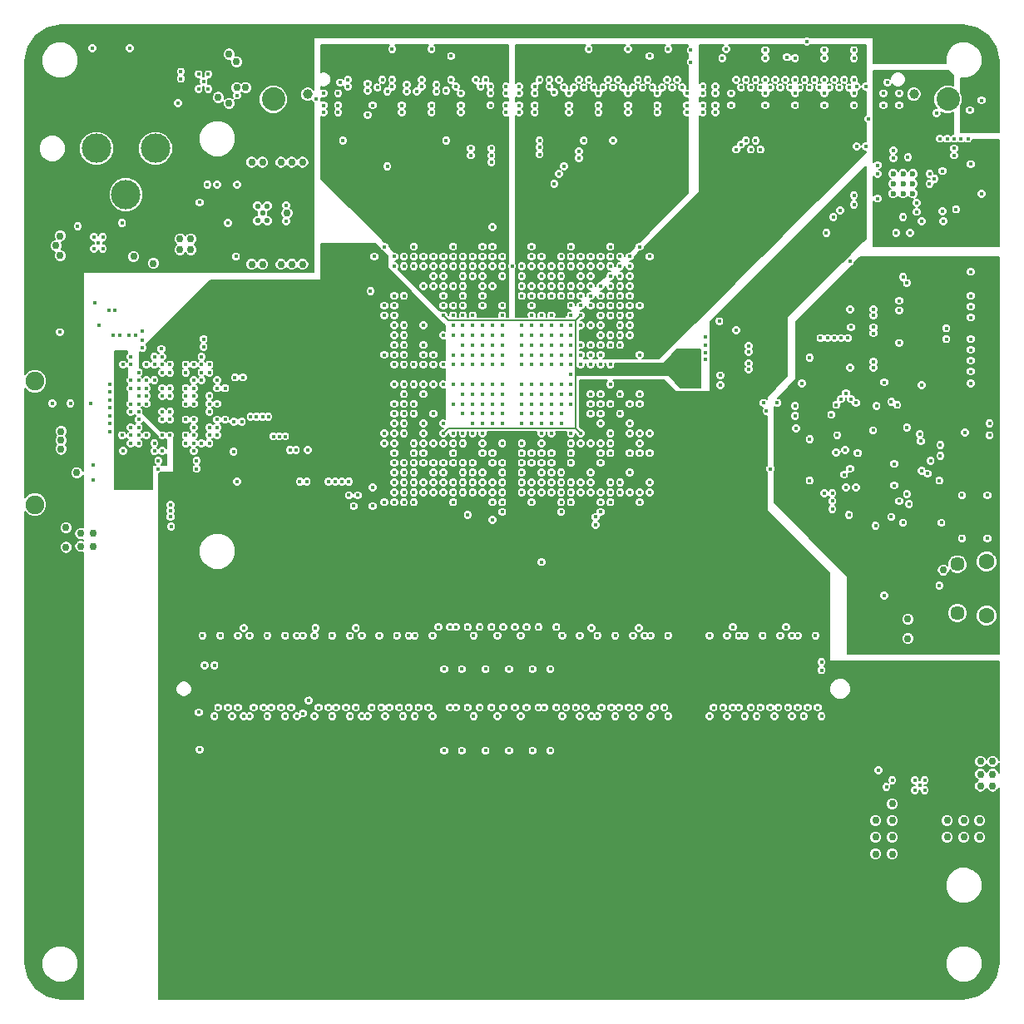
<source format=gbr>
G04 (created by PCBNEW-RS274X (2012-05-21 BZR 3261)-stable) date Tue 07 May 2013 04:43:39 PM PDT*
G01*
G70*
G90*
%MOIN*%
G04 Gerber Fmt 3.4, Leading zero omitted, Abs format*
%FSLAX34Y34*%
G04 APERTURE LIST*
%ADD10C,0.006500*%
%ADD11C,0.017700*%
%ADD12C,0.023600*%
%ADD13C,0.118100*%
%ADD14C,0.023000*%
%ADD15C,0.074800*%
%ADD16C,0.039400*%
%ADD17C,0.094000*%
%ADD18C,0.063000*%
%ADD19C,0.057100*%
%ADD20C,0.030000*%
%ADD21C,0.008000*%
%ADD22C,0.007000*%
G04 APERTURE END LIST*
G54D10*
G54D11*
X67321Y-48150D03*
X67321Y-47756D03*
X67518Y-47953D03*
X67715Y-48150D03*
X67715Y-47756D03*
G54D12*
X67245Y-24252D03*
X66851Y-24252D03*
X66457Y-24252D03*
X67245Y-23858D03*
X66851Y-23858D03*
X66457Y-23858D03*
X67245Y-23464D03*
X66851Y-23464D03*
X66457Y-23464D03*
G54D13*
X36890Y-22441D03*
X34528Y-22441D03*
X35709Y-24291D03*
G54D11*
X34783Y-26456D03*
X34429Y-26456D03*
X34606Y-26220D03*
X34783Y-25984D03*
X34429Y-25984D03*
X38619Y-19468D03*
X39013Y-19468D03*
X38816Y-19763D03*
X38619Y-20058D03*
X39013Y-20058D03*
G54D14*
X41181Y-25039D03*
X41378Y-24744D03*
X40984Y-24744D03*
X40984Y-25334D03*
X41378Y-25334D03*
G54D15*
X32067Y-31770D03*
X32067Y-36711D03*
G54D16*
X67282Y-20271D03*
X42994Y-20271D03*
G54D17*
X68654Y-20472D03*
X41622Y-20472D03*
G54D18*
X70197Y-41161D03*
X70197Y-38995D03*
G54D19*
X69027Y-41057D03*
X69027Y-39099D03*
G54D11*
X67008Y-33622D03*
X67913Y-23858D03*
X66614Y-32716D03*
X67047Y-22795D03*
X66220Y-19803D03*
X65000Y-22362D03*
X65000Y-19961D03*
X65354Y-22362D03*
X65354Y-19961D03*
X65945Y-25590D03*
X65945Y-25197D03*
X65827Y-24055D03*
X66850Y-24882D03*
X50394Y-35827D03*
X50354Y-44842D03*
X50354Y-41614D03*
X51575Y-34646D03*
X50394Y-34646D03*
X49882Y-41614D03*
X51772Y-44842D03*
X50787Y-35433D03*
X53150Y-35433D03*
X51772Y-41614D03*
X49409Y-37126D03*
X48701Y-44842D03*
X52362Y-35039D03*
X52244Y-44842D03*
X51968Y-35827D03*
X52480Y-44842D03*
X50590Y-45197D03*
X52756Y-36220D03*
X51575Y-35433D03*
X50590Y-41968D03*
X50787Y-36220D03*
X50827Y-44842D03*
X50827Y-41614D03*
X51575Y-35827D03*
X51299Y-44842D03*
X50787Y-35827D03*
X53150Y-36614D03*
X51535Y-45197D03*
X53150Y-36220D03*
X51299Y-41614D03*
X53543Y-35827D03*
X51535Y-41968D03*
X49646Y-41968D03*
X50000Y-35433D03*
X50394Y-37323D03*
X49882Y-44842D03*
X52244Y-41614D03*
X53937Y-36220D03*
X49606Y-35039D03*
X48937Y-41614D03*
X54331Y-35827D03*
X60039Y-44842D03*
X42795Y-45079D03*
X48425Y-35827D03*
X60275Y-44842D03*
X54331Y-35433D03*
X48031Y-35827D03*
X43031Y-44567D03*
X52953Y-41614D03*
X54724Y-36220D03*
X54724Y-36614D03*
X52953Y-44842D03*
X62638Y-44842D03*
X56693Y-34646D03*
X55118Y-34646D03*
X60748Y-44842D03*
X56260Y-44842D03*
X55512Y-36220D03*
X54370Y-41653D03*
X53150Y-37008D03*
X51575Y-35039D03*
X47047Y-44842D03*
X48425Y-36220D03*
X44921Y-41653D03*
X48819Y-34646D03*
X42323Y-44842D03*
X47638Y-35827D03*
X40433Y-41653D03*
X61535Y-44842D03*
X55905Y-34646D03*
X61142Y-44842D03*
X55118Y-33858D03*
X55905Y-35433D03*
X59646Y-44842D03*
X56693Y-35827D03*
X59252Y-44842D03*
X54331Y-36220D03*
X54527Y-37205D03*
X54527Y-37520D03*
X53937Y-35827D03*
X57283Y-44842D03*
X55512Y-35827D03*
X55118Y-35827D03*
X56890Y-44842D03*
X53543Y-36220D03*
X55866Y-44842D03*
X52756Y-35433D03*
X55472Y-44842D03*
X55118Y-36220D03*
X55157Y-44842D03*
X54764Y-44842D03*
X54724Y-37008D03*
X53150Y-35827D03*
X53740Y-44842D03*
X53346Y-44842D03*
X52362Y-35433D03*
X47835Y-44842D03*
X52362Y-35827D03*
X47441Y-44842D03*
X51968Y-36220D03*
X46653Y-44842D03*
X51575Y-36220D03*
X46260Y-44842D03*
X51968Y-34646D03*
X55512Y-33071D03*
X63425Y-44842D03*
X50000Y-35827D03*
X45945Y-44842D03*
X45551Y-44842D03*
X49606Y-35827D03*
X48819Y-35827D03*
X44527Y-44842D03*
X44134Y-44842D03*
X49212Y-36220D03*
X55905Y-33465D03*
X63031Y-44842D03*
X43819Y-44842D03*
X48819Y-36220D03*
X49212Y-35433D03*
X43425Y-44842D03*
X41929Y-44842D03*
X48425Y-35039D03*
X41535Y-44842D03*
X48031Y-36220D03*
X62244Y-44842D03*
X55905Y-33858D03*
X41220Y-44842D03*
X48425Y-35433D03*
X47638Y-36220D03*
X40827Y-44842D03*
X46850Y-36220D03*
X39803Y-44842D03*
X46457Y-36614D03*
X39409Y-44842D03*
X56299Y-34646D03*
X61850Y-44842D03*
X55512Y-32283D03*
X62165Y-41614D03*
X56299Y-36220D03*
X60039Y-41614D03*
X56260Y-41653D03*
X55905Y-36220D03*
X52756Y-35827D03*
X54134Y-44842D03*
X52362Y-39016D03*
X52362Y-36220D03*
X44921Y-44842D03*
X49606Y-36220D03*
X49212Y-35827D03*
X43307Y-41653D03*
X48031Y-35433D03*
X40197Y-44842D03*
X50000Y-36220D03*
X48937Y-44842D03*
X47244Y-35827D03*
X48228Y-41614D03*
X50787Y-35039D03*
X49646Y-45197D03*
X50394Y-36220D03*
X49409Y-44842D03*
X48701Y-41614D03*
X49212Y-35039D03*
X53543Y-34646D03*
X54331Y-32677D03*
X50000Y-34646D03*
X55118Y-32677D03*
X54331Y-32283D03*
X55118Y-31890D03*
X51575Y-34252D03*
X55118Y-34252D03*
X50000Y-34252D03*
X50787Y-34252D03*
X52756Y-35039D03*
X49212Y-33858D03*
X63583Y-43031D03*
X52362Y-33858D03*
X54724Y-32677D03*
X49606Y-35433D03*
X49409Y-41614D03*
X48031Y-30709D03*
X46457Y-31102D03*
X47638Y-30315D03*
X64173Y-32716D03*
X47244Y-31102D03*
X70236Y-36339D03*
X64016Y-36575D03*
X69212Y-36339D03*
X64685Y-37126D03*
X48031Y-31102D03*
X61378Y-32953D03*
X47638Y-31102D03*
X64724Y-35276D03*
X68307Y-35748D03*
X48425Y-31102D03*
X48425Y-31890D03*
X46850Y-31102D03*
X38425Y-31732D03*
X46457Y-30709D03*
X38110Y-31417D03*
X46850Y-29527D03*
X39370Y-31732D03*
X46850Y-30315D03*
X46457Y-29527D03*
X37480Y-31417D03*
X37165Y-31102D03*
X46457Y-28740D03*
X36535Y-31102D03*
X46850Y-28346D03*
X46457Y-30315D03*
X39055Y-31417D03*
X38425Y-31102D03*
X46850Y-29921D03*
X38110Y-31102D03*
X46457Y-29921D03*
X37480Y-31102D03*
X46457Y-29134D03*
X55905Y-32677D03*
X64882Y-24685D03*
X50787Y-37008D03*
X67126Y-25827D03*
X56693Y-33858D03*
X64882Y-24331D03*
X56299Y-32677D03*
X50787Y-36614D03*
X56299Y-33858D03*
X66575Y-25827D03*
X66378Y-32598D03*
X64567Y-32244D03*
X62795Y-31850D03*
X64212Y-33937D03*
X54331Y-27559D03*
X57992Y-20000D03*
X54331Y-26772D03*
X56811Y-20000D03*
X53937Y-27165D03*
X56614Y-19685D03*
X53543Y-26772D03*
X56417Y-20000D03*
X53150Y-26772D03*
X56220Y-19685D03*
X53543Y-27165D03*
X56024Y-20000D03*
X55512Y-26772D03*
X52756Y-27165D03*
X55630Y-20000D03*
X52362Y-26772D03*
X55433Y-19685D03*
X53937Y-28346D03*
X55236Y-22126D03*
X54331Y-27165D03*
X55236Y-20001D03*
X51968Y-27165D03*
X55039Y-19685D03*
X51968Y-26772D03*
X54842Y-20000D03*
X57795Y-19685D03*
X51575Y-27165D03*
X54449Y-20000D03*
X51181Y-27165D03*
X54252Y-19685D03*
X53543Y-28346D03*
X54055Y-22126D03*
X52756Y-27559D03*
X54055Y-20000D03*
X53858Y-22559D03*
X53150Y-27165D03*
X53858Y-19685D03*
X53937Y-26772D03*
X53858Y-22835D03*
X53661Y-20000D03*
X55118Y-26772D03*
X53937Y-27953D03*
X53268Y-23150D03*
X53268Y-20000D03*
X52362Y-27165D03*
X53071Y-23465D03*
X53937Y-27559D03*
X52362Y-27953D03*
X53071Y-19685D03*
X52362Y-29134D03*
X52874Y-23858D03*
X52874Y-20197D03*
X52756Y-28346D03*
X51968Y-28740D03*
X52283Y-22677D03*
X52677Y-19685D03*
X51575Y-27953D03*
X52283Y-22402D03*
X51968Y-29134D03*
X52677Y-19961D03*
X51968Y-28346D03*
X57598Y-20000D03*
X52283Y-22126D03*
X52362Y-27559D03*
X51575Y-27559D03*
X52283Y-19685D03*
X54724Y-27165D03*
X57401Y-19685D03*
X54724Y-26772D03*
X57205Y-20000D03*
X47953Y-18465D03*
X61338Y-18504D03*
X55827Y-18465D03*
X57441Y-18465D03*
X52362Y-28346D03*
X54331Y-28740D03*
X51575Y-28346D03*
X54331Y-28346D03*
X52756Y-27953D03*
X50354Y-22441D03*
X48425Y-27559D03*
X50000Y-27953D03*
X50118Y-19685D03*
X50394Y-27165D03*
X48937Y-19961D03*
X49212Y-27953D03*
X50394Y-26772D03*
X49212Y-27165D03*
X48740Y-19685D03*
X49212Y-28346D03*
X48543Y-22126D03*
X48543Y-20118D03*
X48425Y-27165D03*
X50000Y-27165D03*
X48031Y-27953D03*
X48149Y-20157D03*
X50000Y-26772D03*
X48425Y-27953D03*
X48150Y-19882D03*
X50354Y-22716D03*
X49606Y-27559D03*
X49606Y-26772D03*
X47559Y-19961D03*
X49606Y-27165D03*
X47559Y-19685D03*
X49212Y-26772D03*
X47362Y-20157D03*
X48819Y-27165D03*
X46968Y-20158D03*
X48819Y-26772D03*
X46968Y-19882D03*
X49921Y-19961D03*
X50000Y-27559D03*
X48031Y-27165D03*
X46378Y-19961D03*
X48031Y-26772D03*
X46378Y-19685D03*
X46181Y-23150D03*
X48425Y-28346D03*
X46181Y-20157D03*
X47638Y-27165D03*
X45984Y-19685D03*
X47638Y-26772D03*
X45787Y-20000D03*
X50787Y-27559D03*
X50354Y-22993D03*
X47244Y-27165D03*
X45394Y-19842D03*
X47244Y-26772D03*
X45394Y-20118D03*
X46850Y-26772D03*
X45394Y-21102D03*
X46850Y-27165D03*
X44606Y-19961D03*
X46457Y-26772D03*
X44606Y-19685D03*
X49724Y-19685D03*
X48425Y-26772D03*
X44409Y-22126D03*
X44291Y-19803D03*
X49527Y-22441D03*
X48031Y-27559D03*
X50787Y-27165D03*
X49527Y-22716D03*
X49212Y-27559D03*
X50787Y-26772D03*
X49212Y-28740D03*
X50000Y-28346D03*
X50787Y-29134D03*
X50787Y-28740D03*
X50000Y-28740D03*
X55905Y-29921D03*
X64685Y-20000D03*
X54724Y-30315D03*
X55905Y-28740D03*
X63504Y-20000D03*
X55118Y-30315D03*
X55512Y-28346D03*
X63307Y-19685D03*
X55512Y-29921D03*
X55905Y-28346D03*
X55118Y-29921D03*
X63110Y-20000D03*
X55512Y-27953D03*
X55118Y-29134D03*
X62913Y-19685D03*
X55905Y-27953D03*
X62716Y-20000D03*
X55512Y-28740D03*
X55512Y-29527D03*
X55512Y-27559D03*
X55118Y-28740D03*
X62323Y-20000D03*
X55905Y-27559D03*
X55118Y-28346D03*
X62126Y-19685D03*
X55512Y-27165D03*
X61929Y-20000D03*
X55118Y-27953D03*
X55905Y-27165D03*
X61732Y-19685D03*
X55118Y-27559D03*
X55905Y-26772D03*
X55118Y-27165D03*
X61535Y-20000D03*
X64488Y-19685D03*
X54724Y-29921D03*
X61142Y-22480D03*
X61142Y-20000D03*
X60945Y-22126D03*
X60945Y-19685D03*
X60748Y-22480D03*
X60748Y-20000D03*
X60551Y-22126D03*
X60551Y-19685D03*
X60354Y-22283D03*
X60354Y-20000D03*
X55905Y-29527D03*
X60157Y-22480D03*
X60157Y-19685D03*
X54724Y-29134D03*
X64291Y-20000D03*
X55512Y-29134D03*
X64094Y-19685D03*
X54724Y-28740D03*
X55905Y-29134D03*
X63898Y-20000D03*
X54724Y-28346D03*
X64370Y-32480D03*
X55118Y-31102D03*
X53937Y-30315D03*
X55512Y-30315D03*
X53937Y-30709D03*
X54331Y-29527D03*
X53543Y-33858D03*
X53937Y-31102D03*
X53543Y-29134D03*
X48819Y-33858D03*
X48819Y-29134D03*
X39055Y-32677D03*
X48031Y-31890D03*
X39370Y-32677D03*
X47244Y-31890D03*
X36535Y-32677D03*
X47244Y-34646D03*
X36535Y-32362D03*
X47638Y-34646D03*
X40945Y-33189D03*
X46850Y-32283D03*
X41417Y-33189D03*
X46457Y-32677D03*
X43819Y-35787D03*
X46850Y-35039D03*
X42677Y-35787D03*
X46457Y-34252D03*
X46457Y-35433D03*
X44645Y-35787D03*
X44646Y-36339D03*
X46850Y-35827D03*
X46457Y-36220D03*
X44842Y-36772D03*
X46457Y-35827D03*
X45000Y-36339D03*
X41181Y-33189D03*
X46850Y-32677D03*
X41614Y-33976D03*
X46850Y-33071D03*
X46457Y-33071D03*
X41850Y-33976D03*
X42087Y-33976D03*
X46850Y-33465D03*
X42283Y-34527D03*
X46457Y-33465D03*
X42992Y-34527D03*
X46850Y-33858D03*
X46457Y-33858D03*
X42520Y-34527D03*
X42953Y-35787D03*
X46457Y-34646D03*
X46850Y-35433D03*
X44369Y-35787D03*
X44094Y-35787D03*
X46457Y-35039D03*
X47638Y-31890D03*
X39055Y-32992D03*
X47244Y-35039D03*
X37480Y-33937D03*
X38740Y-34252D03*
X48031Y-33071D03*
X47638Y-33858D03*
X38110Y-34252D03*
X47638Y-34252D03*
X38110Y-33937D03*
X47244Y-32677D03*
X39055Y-33622D03*
X46850Y-31890D03*
X40709Y-33189D03*
X47244Y-34252D03*
X36850Y-31732D03*
X36535Y-32047D03*
X48031Y-34252D03*
X65039Y-34646D03*
X64882Y-18504D03*
X59606Y-18819D03*
X47244Y-36220D03*
X64567Y-36024D03*
X38858Y-43150D03*
X68111Y-23661D03*
X46850Y-36614D03*
X39252Y-43150D03*
X64961Y-36024D03*
X67914Y-23465D03*
X62520Y-22126D03*
X62520Y-21260D03*
X56693Y-30709D03*
X64882Y-22126D03*
X54331Y-29921D03*
X53937Y-29921D03*
X60157Y-18504D03*
X56693Y-26378D03*
X56693Y-28740D03*
X55118Y-29527D03*
X63701Y-21260D03*
X64882Y-21260D03*
X63701Y-22126D03*
X60157Y-18779D03*
X55512Y-30709D03*
X61338Y-22126D03*
X55118Y-30709D03*
X61338Y-21260D03*
X55827Y-21260D03*
X54646Y-21260D03*
X52756Y-28740D03*
X53150Y-28740D03*
X54646Y-18465D03*
X51968Y-27559D03*
X55827Y-22126D03*
X53464Y-22126D03*
X53543Y-27559D03*
X54724Y-27559D03*
X56299Y-25984D03*
X52362Y-28740D03*
X53543Y-25984D03*
X53464Y-19685D03*
X57008Y-19685D03*
X53464Y-18819D03*
X55827Y-18819D03*
X57008Y-18819D03*
X55827Y-19685D03*
X55118Y-25984D03*
X51968Y-25984D03*
X57008Y-22126D03*
X51575Y-29134D03*
X54646Y-19685D03*
X53464Y-21260D03*
X54646Y-18819D03*
X51575Y-28740D03*
X54646Y-22126D03*
X57008Y-21260D03*
X50394Y-27559D03*
X49134Y-21260D03*
X50394Y-25984D03*
X46772Y-18819D03*
X47953Y-21260D03*
X48819Y-27559D03*
X49134Y-22126D03*
X50787Y-28346D03*
X48819Y-25984D03*
X46063Y-25984D03*
X46772Y-22126D03*
X47953Y-22126D03*
X50000Y-29134D03*
X47953Y-19685D03*
X50394Y-29134D03*
X46772Y-21260D03*
X46772Y-18465D03*
X47953Y-18819D03*
X47244Y-25984D03*
X45590Y-18819D03*
X45590Y-21260D03*
X46772Y-19685D03*
X45590Y-19685D03*
X49134Y-18819D03*
X49134Y-19685D03*
X47638Y-27559D03*
X45590Y-22126D03*
X49606Y-28740D03*
X63701Y-19685D03*
X64882Y-18819D03*
X63701Y-18504D03*
X61338Y-18819D03*
X62520Y-19685D03*
X61338Y-19685D03*
X63701Y-18819D03*
X62520Y-18819D03*
X64882Y-19685D03*
X37913Y-19370D03*
X68346Y-34764D03*
X65748Y-37559D03*
X38661Y-46535D03*
X69331Y-33819D03*
X38622Y-45039D03*
X66378Y-37205D03*
X66496Y-35079D03*
X62519Y-32757D03*
X66496Y-35945D03*
X62519Y-33150D03*
X64527Y-34527D03*
X67087Y-36693D03*
X66693Y-28937D03*
X68386Y-37441D03*
X64016Y-36260D03*
X64488Y-35512D03*
X69567Y-28779D03*
X66102Y-31811D03*
X67835Y-35472D03*
X69567Y-30945D03*
X67598Y-35354D03*
X69567Y-29213D03*
X69567Y-30079D03*
X67953Y-34961D03*
X66693Y-28543D03*
X66693Y-30236D03*
X69212Y-38071D03*
X63701Y-36260D03*
X67559Y-34173D03*
X35551Y-25433D03*
X33779Y-25551D03*
X68346Y-34331D03*
X66417Y-47756D03*
X67008Y-36299D03*
X38661Y-24606D03*
X63976Y-33110D03*
X64961Y-32638D03*
X42126Y-25354D03*
X64764Y-32480D03*
X42126Y-24724D03*
X66693Y-36575D03*
X66181Y-48031D03*
X59488Y-29370D03*
X65787Y-32756D03*
X68189Y-21024D03*
X67520Y-33898D03*
X34409Y-35728D03*
X34409Y-35138D03*
X37165Y-33937D03*
X47244Y-35433D03*
X37165Y-31417D03*
X46457Y-28346D03*
X40158Y-35787D03*
X46063Y-33858D03*
X46850Y-30709D03*
X39055Y-32362D03*
X39370Y-33622D03*
X47244Y-33071D03*
X35079Y-33150D03*
X35079Y-33465D03*
X35079Y-32205D03*
X35079Y-32520D03*
X35197Y-29921D03*
X35472Y-29921D03*
X35905Y-31732D03*
X35905Y-32677D03*
X35905Y-33937D03*
X36220Y-34252D03*
X35590Y-31102D03*
X35905Y-32992D03*
X36535Y-33937D03*
X35669Y-35000D03*
X35905Y-35000D03*
X35905Y-34567D03*
X37165Y-34252D03*
X35590Y-30787D03*
X35433Y-35000D03*
X36378Y-30433D03*
X39055Y-31102D03*
G54D20*
X33740Y-35433D03*
G54D11*
X68622Y-22047D03*
X50315Y-20236D03*
X52756Y-29134D03*
X59961Y-20236D03*
X54724Y-33465D03*
X54606Y-41968D03*
X35590Y-34567D03*
G54D20*
X70433Y-47992D03*
G54D11*
X36220Y-32047D03*
G54D20*
X69921Y-50039D03*
G54D11*
X53937Y-34252D03*
X45157Y-45197D03*
X52362Y-29921D03*
X52362Y-30709D03*
X38110Y-32677D03*
X59803Y-45197D03*
X62520Y-20709D03*
X49606Y-29921D03*
G54D20*
X40147Y-18966D03*
G54D11*
X66063Y-20709D03*
X49606Y-33858D03*
X54331Y-30315D03*
G54D20*
X42165Y-25039D03*
G54D11*
X47638Y-29527D03*
X48819Y-28740D03*
X36220Y-32677D03*
X58819Y-19961D03*
X49212Y-34252D03*
X48819Y-29921D03*
X66850Y-27598D03*
X37913Y-19646D03*
G54D20*
X68622Y-49370D03*
G54D11*
X49173Y-43307D03*
X50787Y-29527D03*
X64724Y-31220D03*
X64331Y-24921D03*
X49606Y-32677D03*
X50000Y-29527D03*
X53543Y-29527D03*
X51575Y-29921D03*
X44212Y-20709D03*
X52756Y-32283D03*
X56299Y-34252D03*
X38425Y-33622D03*
X69527Y-20905D03*
X38110Y-33307D03*
X51575Y-33465D03*
X37480Y-32047D03*
X54606Y-45197D03*
X49134Y-20984D03*
X43622Y-20236D03*
X63110Y-30827D03*
X43268Y-41968D03*
X51968Y-31102D03*
X60512Y-41968D03*
X37480Y-32362D03*
X52756Y-33858D03*
X49134Y-20709D03*
X64094Y-30039D03*
X54331Y-27953D03*
X47244Y-36614D03*
G54D20*
X69291Y-49370D03*
G54D11*
X34646Y-29527D03*
X61338Y-20236D03*
X65669Y-28898D03*
X53898Y-41968D03*
X54331Y-33071D03*
X53150Y-31890D03*
X61338Y-20709D03*
X61259Y-32638D03*
X67598Y-31929D03*
X53464Y-20984D03*
X68327Y-22047D03*
X38425Y-33937D03*
X66693Y-20709D03*
X68425Y-24961D03*
X53150Y-29921D03*
X54646Y-20709D03*
G54D20*
X33110Y-33779D03*
X36811Y-27047D03*
G54D11*
X53543Y-31102D03*
X52756Y-33071D03*
X37480Y-32992D03*
X38425Y-32362D03*
X37500Y-36968D03*
X35079Y-31890D03*
X51968Y-35039D03*
X56024Y-41968D03*
X66851Y-23858D03*
X36378Y-30118D03*
X54331Y-31102D03*
X55315Y-45197D03*
X51968Y-32283D03*
X57441Y-41968D03*
X55827Y-20984D03*
G54D20*
X39842Y-18661D03*
X69921Y-49370D03*
G54D11*
X52716Y-43307D03*
X64370Y-30039D03*
X66850Y-37441D03*
X47953Y-20709D03*
X54331Y-30709D03*
X50315Y-19961D03*
X68425Y-23346D03*
X54724Y-32283D03*
X35079Y-32835D03*
X48819Y-27953D03*
X46457Y-27165D03*
X38425Y-33307D03*
X44685Y-41968D03*
X58189Y-20236D03*
G54D20*
X38307Y-26063D03*
X70433Y-47008D03*
G54D11*
X50394Y-26378D03*
X36220Y-33307D03*
X59331Y-19961D03*
X63779Y-25827D03*
X50000Y-31102D03*
X47244Y-26378D03*
X66850Y-25197D03*
X57441Y-45197D03*
X60157Y-29724D03*
X47638Y-27953D03*
X47992Y-45197D03*
X48425Y-33465D03*
X53937Y-28740D03*
X47953Y-20984D03*
X56299Y-30709D03*
X43976Y-41968D03*
G54D20*
X69291Y-50039D03*
G54D11*
X49212Y-29527D03*
X48464Y-46575D03*
X39055Y-33937D03*
G54D20*
X69961Y-47008D03*
G54D11*
X36535Y-31732D03*
X48425Y-29921D03*
X50394Y-25590D03*
X50000Y-33071D03*
X39252Y-45197D03*
X62520Y-20236D03*
X56299Y-28740D03*
X48819Y-26378D03*
X58937Y-30000D03*
X51063Y-43307D03*
X62638Y-41968D03*
X56732Y-41968D03*
X56299Y-32283D03*
X47638Y-30709D03*
X60669Y-30354D03*
X62559Y-33661D03*
X63110Y-35748D03*
X52756Y-31102D03*
X63346Y-41968D03*
X56496Y-41968D03*
X52756Y-30315D03*
X51063Y-46575D03*
X64172Y-34626D03*
X35039Y-28937D03*
X46063Y-28740D03*
X34291Y-32657D03*
X50118Y-46575D03*
X36850Y-31102D03*
G54D20*
X33307Y-37638D03*
G54D11*
X48425Y-34252D03*
G54D20*
X39409Y-20394D03*
G54D11*
X70315Y-33465D03*
X48819Y-34252D03*
X52716Y-46575D03*
X37500Y-37205D03*
G54D20*
X33307Y-38425D03*
G54D11*
X63583Y-43346D03*
X35551Y-33937D03*
X38425Y-34252D03*
X51457Y-20709D03*
X41378Y-45197D03*
X48819Y-31890D03*
X59527Y-31535D03*
X35079Y-33779D03*
X40020Y-34587D03*
X53543Y-30315D03*
X46378Y-18465D03*
G54D20*
X36024Y-26772D03*
G54D11*
X50394Y-35039D03*
X59094Y-45197D03*
X38816Y-19763D03*
X64882Y-20709D03*
X67518Y-47953D03*
X51575Y-32677D03*
G54D20*
X39842Y-20630D03*
G54D11*
X68898Y-22047D03*
X42795Y-41968D03*
X69173Y-22047D03*
X38819Y-30079D03*
X37795Y-20630D03*
X46811Y-45197D03*
X35905Y-30787D03*
X56299Y-26378D03*
X52008Y-46575D03*
X55118Y-36614D03*
X61220Y-41968D03*
X53543Y-35039D03*
X40118Y-26772D03*
X58189Y-20984D03*
X47283Y-45197D03*
X58819Y-20236D03*
X65669Y-31220D03*
X53543Y-28740D03*
X40197Y-41968D03*
X66693Y-20236D03*
X63110Y-34094D03*
X52362Y-32677D03*
X37165Y-32992D03*
X65650Y-33740D03*
X46063Y-34252D03*
X56693Y-36220D03*
X37165Y-34567D03*
X59803Y-41968D03*
X59331Y-20236D03*
X39370Y-32047D03*
X66457Y-22520D03*
X53543Y-29921D03*
X39370Y-33937D03*
X40394Y-31614D03*
X49606Y-31890D03*
G54D20*
X70433Y-47520D03*
G54D11*
X70000Y-20512D03*
X59331Y-20984D03*
X42087Y-45197D03*
X46575Y-41968D03*
X61929Y-41968D03*
X53464Y-20709D03*
X37165Y-32362D03*
X53150Y-27953D03*
X49606Y-33465D03*
X68583Y-29646D03*
X33484Y-32657D03*
X47638Y-32283D03*
X53464Y-20236D03*
X37165Y-32047D03*
X53189Y-41968D03*
X38740Y-31102D03*
G54D20*
X38307Y-26496D03*
G54D11*
X38740Y-31417D03*
X38110Y-32047D03*
X59094Y-41968D03*
X43346Y-20472D03*
X61693Y-45197D03*
X45669Y-26772D03*
G54D20*
X40748Y-27087D03*
G54D11*
X40669Y-41968D03*
X39370Y-33307D03*
X50945Y-19961D03*
X49173Y-46575D03*
X58937Y-30315D03*
X68583Y-30079D03*
G54D20*
X33110Y-34134D03*
G54D11*
X59961Y-20709D03*
X48425Y-28740D03*
X61535Y-35276D03*
X43268Y-45197D03*
X52087Y-20709D03*
X56732Y-45197D03*
X40354Y-33386D03*
X64724Y-26968D03*
X46772Y-20984D03*
G54D20*
X69961Y-47992D03*
G54D11*
X46102Y-45197D03*
X60984Y-45197D03*
X38976Y-23898D03*
X70000Y-24252D03*
X64724Y-28898D03*
X62401Y-41968D03*
G54D20*
X67047Y-41299D03*
G54D11*
X49606Y-30709D03*
X58346Y-18504D03*
X64016Y-36890D03*
X43976Y-45197D03*
X38425Y-32677D03*
X54370Y-45197D03*
X34606Y-26220D03*
X49212Y-31102D03*
X57008Y-20236D03*
X39370Y-23898D03*
X36220Y-31417D03*
X39488Y-41968D03*
X61810Y-32638D03*
X69449Y-22047D03*
X35905Y-34252D03*
X40433Y-45197D03*
X45590Y-36772D03*
X54724Y-31102D03*
X51968Y-29527D03*
X50394Y-30709D03*
X35905Y-33622D03*
X51457Y-20236D03*
X54646Y-20984D03*
X50315Y-20709D03*
X50945Y-20236D03*
X50394Y-29921D03*
X52362Y-31890D03*
X37165Y-33307D03*
X69567Y-27382D03*
X53937Y-29527D03*
X53150Y-32677D03*
X36220Y-33937D03*
X65827Y-24449D03*
X46772Y-20709D03*
X51575Y-30709D03*
X36850Y-34567D03*
X62401Y-45197D03*
G54D20*
X67047Y-42087D03*
G54D11*
X35905Y-32047D03*
X51457Y-20984D03*
X43622Y-20709D03*
X60275Y-41968D03*
X59331Y-20709D03*
X65866Y-47362D03*
X50394Y-29527D03*
X56693Y-26772D03*
X44212Y-20984D03*
X62992Y-18150D03*
X51457Y-19961D03*
X56299Y-36614D03*
X52087Y-19961D03*
X36220Y-32992D03*
X63543Y-30039D03*
X45157Y-41968D03*
X47638Y-35039D03*
X54724Y-35039D03*
X38425Y-32047D03*
X48819Y-35039D03*
X52756Y-29527D03*
X51968Y-33465D03*
X53543Y-32283D03*
X53150Y-30709D03*
X53150Y-33465D03*
X70236Y-38071D03*
X69567Y-30512D03*
X50394Y-36614D03*
X45512Y-28150D03*
X49212Y-30315D03*
X32756Y-32657D03*
X66063Y-20236D03*
X36220Y-32362D03*
X47283Y-41968D03*
X52087Y-20236D03*
X40669Y-45197D03*
X64055Y-25197D03*
X60669Y-30590D03*
X37500Y-36732D03*
X51968Y-36614D03*
X50394Y-31890D03*
X58937Y-30630D03*
X48819Y-36614D03*
X53543Y-34252D03*
X50000Y-30315D03*
X50787Y-31102D03*
X44685Y-45197D03*
X52756Y-34646D03*
X48464Y-43307D03*
X37480Y-33307D03*
X45590Y-20709D03*
X43622Y-20984D03*
X63819Y-30039D03*
X48819Y-32677D03*
X58937Y-30905D03*
X55827Y-20236D03*
X67008Y-27835D03*
X50394Y-32677D03*
X51968Y-26378D03*
X45590Y-36024D03*
G54D20*
X40748Y-22992D03*
G54D11*
X53543Y-26378D03*
X68976Y-24882D03*
X36378Y-29764D03*
X50118Y-43307D03*
X55118Y-26378D03*
X53543Y-36614D03*
X41378Y-41968D03*
X37008Y-35276D03*
X58189Y-20709D03*
X38543Y-35276D03*
X45866Y-41968D03*
X55827Y-20709D03*
G54D20*
X37874Y-26496D03*
G54D11*
X57008Y-20709D03*
X49606Y-29134D03*
X47047Y-41968D03*
X52362Y-33465D03*
X50787Y-33071D03*
X42559Y-41968D03*
X39961Y-45197D03*
X35275Y-28937D03*
X49212Y-29134D03*
X47638Y-33465D03*
X51575Y-29527D03*
X38110Y-32362D03*
X49134Y-20236D03*
X59527Y-31929D03*
X65669Y-29134D03*
X50945Y-20709D03*
X51968Y-33071D03*
X53189Y-45197D03*
X53543Y-27953D03*
X62874Y-45197D03*
X42087Y-41968D03*
X65827Y-23110D03*
X46457Y-31890D03*
G54D20*
X41181Y-27087D03*
G54D11*
X50000Y-33858D03*
X50787Y-32283D03*
X48819Y-30709D03*
X50000Y-26378D03*
X54724Y-29527D03*
G54D20*
X69961Y-47520D03*
X33110Y-34488D03*
G54D11*
X37165Y-30787D03*
X60512Y-45197D03*
X64882Y-20236D03*
X54724Y-30709D03*
X52008Y-43307D03*
X67401Y-24980D03*
X49212Y-33071D03*
X45394Y-45197D03*
X40157Y-20315D03*
X58819Y-20709D03*
X54646Y-20236D03*
X54724Y-34252D03*
X50394Y-33465D03*
X58819Y-20984D03*
X51968Y-30315D03*
X50945Y-20984D03*
X63701Y-20709D03*
X44212Y-20236D03*
X52087Y-20984D03*
X49212Y-32283D03*
X51968Y-27953D03*
X59764Y-18465D03*
X54252Y-18465D03*
X54724Y-33071D03*
X46063Y-29134D03*
X63583Y-45197D03*
X50394Y-27953D03*
X65669Y-30984D03*
X56024Y-45197D03*
X42559Y-45197D03*
X69567Y-31850D03*
X50787Y-30315D03*
X64646Y-30039D03*
X46063Y-26378D03*
G54D20*
X41181Y-22992D03*
G54D11*
X50000Y-32283D03*
G54D20*
X68622Y-50039D03*
G54D11*
X51575Y-31890D03*
X46063Y-30709D03*
X63701Y-20236D03*
X46063Y-36614D03*
G54D20*
X37874Y-26063D03*
G54D11*
X57008Y-20984D03*
X55315Y-41968D03*
X68307Y-39960D03*
X66102Y-40354D03*
X47992Y-41968D03*
G54D20*
X68464Y-39331D03*
G54D11*
X54724Y-27953D03*
X53543Y-32677D03*
X35905Y-31102D03*
X53898Y-45197D03*
X70315Y-33938D03*
X38740Y-31732D03*
X54724Y-34646D03*
X54331Y-34252D03*
X52362Y-34252D03*
X52362Y-34646D03*
X48031Y-35039D03*
X37520Y-37598D03*
X53150Y-27559D03*
X53150Y-28346D03*
X69567Y-31378D03*
X69567Y-28346D03*
X38740Y-30787D03*
G54D20*
X41929Y-27087D03*
G54D11*
X40039Y-33386D03*
X36220Y-31732D03*
X36220Y-33622D03*
X39685Y-32047D03*
X36850Y-30787D03*
X36850Y-34252D03*
X39055Y-34252D03*
X37008Y-34961D03*
G54D20*
X42362Y-27087D03*
G54D11*
X38819Y-30394D03*
G54D20*
X42795Y-27087D03*
G54D11*
X39685Y-33307D03*
X37126Y-30472D03*
X38425Y-34567D03*
X36102Y-29921D03*
X35827Y-29921D03*
X40079Y-31614D03*
X39803Y-25433D03*
X38543Y-34961D03*
X49212Y-32677D03*
X49606Y-33071D03*
X50394Y-31102D03*
X48819Y-29527D03*
X50000Y-30709D03*
X50787Y-32677D03*
X50787Y-33465D03*
X53150Y-31102D03*
X52756Y-33465D03*
X40157Y-23898D03*
X50000Y-33465D03*
X52756Y-31890D03*
X50394Y-33071D03*
X52756Y-29921D03*
X52362Y-31102D03*
X50394Y-32283D03*
X51575Y-30315D03*
X51575Y-31102D03*
X49606Y-32283D03*
X53150Y-32283D03*
X49606Y-30315D03*
X49212Y-29921D03*
X52362Y-29527D03*
G54D20*
X42795Y-22992D03*
G54D11*
X51575Y-33071D03*
X50394Y-30315D03*
X49212Y-30709D03*
X49212Y-31890D03*
X51968Y-32677D03*
X50000Y-29921D03*
X51968Y-30709D03*
X53150Y-29527D03*
X52756Y-32677D03*
X51575Y-32283D03*
G54D20*
X42362Y-22992D03*
G54D11*
X53543Y-30709D03*
X49606Y-29527D03*
X52756Y-30709D03*
X53543Y-31890D03*
X52362Y-32283D03*
G54D20*
X41929Y-22992D03*
G54D11*
X52362Y-30315D03*
X50787Y-30709D03*
X52362Y-33071D03*
X53150Y-30315D03*
X50787Y-29921D03*
X53543Y-31496D03*
X49606Y-31102D03*
X50000Y-31890D03*
X51968Y-29921D03*
X48819Y-31102D03*
X50787Y-31890D03*
X50000Y-32677D03*
X51968Y-31890D03*
X53150Y-33071D03*
X48819Y-35433D03*
X45669Y-28740D03*
X38740Y-33307D03*
X50118Y-46260D03*
G54D20*
X54016Y-43110D03*
G54D11*
X51575Y-33858D03*
G54D20*
X70433Y-44173D03*
G54D11*
X48464Y-46260D03*
G54D20*
X69961Y-44173D03*
G54D11*
X39055Y-31732D03*
X69409Y-45709D03*
X56299Y-37008D03*
X51968Y-35433D03*
X47244Y-29527D03*
X53543Y-37008D03*
X49606Y-34252D03*
X49212Y-34646D03*
G54D20*
X69961Y-44646D03*
X56614Y-43110D03*
X44685Y-43110D03*
X49646Y-43110D03*
X62638Y-43110D03*
X55433Y-43110D03*
X51653Y-46417D03*
X47047Y-46417D03*
G54D11*
X45669Y-26378D03*
G54D20*
X45748Y-46417D03*
X42913Y-46417D03*
X69961Y-43701D03*
G54D11*
X56693Y-34252D03*
X46063Y-37008D03*
X47244Y-37008D03*
G54D20*
X41338Y-43110D03*
X44331Y-46417D03*
G54D11*
X49173Y-46260D03*
X47244Y-32283D03*
G54D20*
X50590Y-46417D03*
G54D11*
X69291Y-48504D03*
X55118Y-33465D03*
G54D20*
X49527Y-46417D03*
G54D11*
X48819Y-37008D03*
X49606Y-34646D03*
X61259Y-33268D03*
X51968Y-33858D03*
X50394Y-37008D03*
X48425Y-29527D03*
X53543Y-35433D03*
X52716Y-42992D03*
G54D20*
X43268Y-43110D03*
G54D11*
X54331Y-34646D03*
G54D20*
X47165Y-43110D03*
G54D11*
X47244Y-33465D03*
X50118Y-42992D03*
X38740Y-32677D03*
G54D20*
X45866Y-43110D03*
G54D11*
X51063Y-46260D03*
X49173Y-42992D03*
G54D20*
X70433Y-43228D03*
G54D11*
X38740Y-33937D03*
X38740Y-32362D03*
X56693Y-36614D03*
X54724Y-35433D03*
X53937Y-32677D03*
G54D20*
X61929Y-43110D03*
X70433Y-43701D03*
X40551Y-46417D03*
G54D11*
X39370Y-31102D03*
X51968Y-37008D03*
X47638Y-35433D03*
G54D20*
X60512Y-43110D03*
G54D11*
X38740Y-33622D03*
G54D20*
X59842Y-43110D03*
X59803Y-46417D03*
X60748Y-46417D03*
X63583Y-46417D03*
X69961Y-43228D03*
G54D11*
X37146Y-36732D03*
G54D20*
X61693Y-46417D03*
G54D11*
X38110Y-31732D03*
X52756Y-34252D03*
G54D20*
X62638Y-46417D03*
G54D11*
X38110Y-33622D03*
X56693Y-32283D03*
G54D20*
X54488Y-46417D03*
X58307Y-46417D03*
G54D11*
X52716Y-46260D03*
X39685Y-34567D03*
G54D20*
X41732Y-46417D03*
G54D11*
X37480Y-33622D03*
X37165Y-33622D03*
G54D20*
X56732Y-46417D03*
X55669Y-46417D03*
X53543Y-46417D03*
G54D11*
X45669Y-30709D03*
X55118Y-33071D03*
G54D20*
X47874Y-46417D03*
G54D11*
X45590Y-32087D03*
X37480Y-31732D03*
X45669Y-34252D03*
X53937Y-32283D03*
X37146Y-37205D03*
X45590Y-36457D03*
X37146Y-36968D03*
X64055Y-25512D03*
X38425Y-31417D03*
X52008Y-46260D03*
X48031Y-33465D03*
X51968Y-34252D03*
X55118Y-32283D03*
X39370Y-34252D03*
X48464Y-42992D03*
X50394Y-35433D03*
X52008Y-42992D03*
X47244Y-30709D03*
X51063Y-42992D03*
G54D20*
X70433Y-44646D03*
G54D11*
X55118Y-37008D03*
X37165Y-31732D03*
X53937Y-33858D03*
X48425Y-29134D03*
X53937Y-29134D03*
X48425Y-33858D03*
X57953Y-31457D03*
X57953Y-31890D03*
X58425Y-30630D03*
X57953Y-31142D03*
X69567Y-23071D03*
X67598Y-25354D03*
X67401Y-24626D03*
X66457Y-22835D03*
X68464Y-25354D03*
X65827Y-23465D03*
X68898Y-22441D03*
X68898Y-22716D03*
X48740Y-18740D03*
X67008Y-29646D03*
X62205Y-18779D03*
X65157Y-31811D03*
X69055Y-33976D03*
X63425Y-32441D03*
X38779Y-41968D03*
X66496Y-38386D03*
X61810Y-33268D03*
X64173Y-35216D03*
X67716Y-35984D03*
X64094Y-30709D03*
X68583Y-29213D03*
X68583Y-28346D03*
G54D20*
X65354Y-27402D03*
G54D11*
X64094Y-31575D03*
X65472Y-21260D03*
X67835Y-27598D03*
X65669Y-30512D03*
X68583Y-31378D03*
G54D20*
X65354Y-26968D03*
G54D11*
X68740Y-27598D03*
X34449Y-28622D03*
G54D20*
X65354Y-27835D03*
G54D11*
X58346Y-18976D03*
X64094Y-30433D03*
X64764Y-30512D03*
X63386Y-31181D03*
X69724Y-38071D03*
X56693Y-18740D03*
X63386Y-31575D03*
X65669Y-30276D03*
X68583Y-28779D03*
X65059Y-33740D03*
X68583Y-30945D03*
X69567Y-29646D03*
X34370Y-18425D03*
X35866Y-18425D03*
G54D20*
X32480Y-53543D03*
X33661Y-48425D03*
X32480Y-48819D03*
X33268Y-48819D03*
X32874Y-48425D03*
X66417Y-48701D03*
X32087Y-48425D03*
X38307Y-25157D03*
X66220Y-18661D03*
G54D11*
X64764Y-29606D03*
G54D20*
X66417Y-50039D03*
X33661Y-53150D03*
X32874Y-53150D03*
X32087Y-53150D03*
X33268Y-51968D03*
X33268Y-53543D03*
X33661Y-51575D03*
X32480Y-51968D03*
X32874Y-51575D03*
X33661Y-50000D03*
X32480Y-50394D03*
X33268Y-50394D03*
X32874Y-50000D03*
X32087Y-50000D03*
X32480Y-49606D03*
X33268Y-49606D03*
X33661Y-49213D03*
X32874Y-49213D03*
X32087Y-49213D03*
X66417Y-49370D03*
X32087Y-50787D03*
X32087Y-51575D03*
X33661Y-50787D03*
X32874Y-50787D03*
X33268Y-51181D03*
X32087Y-52362D03*
X67244Y-18661D03*
X40079Y-19646D03*
G54D11*
X60669Y-31063D03*
G54D20*
X65748Y-50039D03*
X66732Y-18661D03*
X32874Y-52362D03*
X32480Y-52756D03*
X33268Y-52756D03*
X33661Y-52362D03*
X65748Y-50709D03*
G54D11*
X65669Y-29606D03*
G54D20*
X37874Y-25590D03*
X66417Y-50709D03*
G54D11*
X69272Y-21102D03*
X69567Y-21535D03*
G54D20*
X65748Y-49370D03*
X38307Y-25590D03*
G54D11*
X65669Y-29842D03*
G54D20*
X67756Y-18661D03*
X37874Y-25157D03*
G54D11*
X60669Y-31299D03*
X39764Y-19646D03*
G54D20*
X32480Y-51181D03*
X33071Y-25945D03*
X33071Y-26732D03*
G54D11*
X33071Y-29803D03*
G54D20*
X32913Y-26339D03*
X40512Y-20000D03*
X34409Y-37874D03*
X40157Y-20000D03*
X33898Y-37874D03*
X33898Y-38386D03*
X34409Y-38386D03*
G54D21*
X48031Y-46260D02*
X47874Y-46417D01*
X51810Y-46260D02*
X51653Y-46417D01*
X52716Y-42992D02*
X53898Y-42992D01*
X49528Y-42992D02*
X49646Y-43110D01*
X41338Y-43110D02*
X43268Y-43110D01*
X49370Y-46260D02*
X49527Y-46417D01*
X45748Y-46417D02*
X44331Y-46417D01*
X49173Y-42992D02*
X49528Y-42992D01*
X47283Y-42992D02*
X48464Y-42992D01*
X60512Y-43110D02*
X61929Y-43110D01*
X45866Y-43110D02*
X44685Y-43110D01*
X41732Y-46417D02*
X40551Y-46417D01*
X47165Y-43110D02*
X45866Y-43110D01*
X50433Y-46260D02*
X50590Y-46417D01*
X55433Y-43110D02*
X56614Y-43110D01*
X53898Y-42992D02*
X54016Y-43110D01*
X61929Y-43110D02*
X62638Y-43110D01*
X56614Y-43110D02*
X59842Y-43110D01*
X54016Y-43110D02*
X55433Y-43110D01*
X59842Y-43110D02*
X60512Y-43110D01*
X42913Y-46417D02*
X41732Y-46417D01*
X44685Y-43110D02*
X43268Y-43110D01*
X50118Y-46260D02*
X50433Y-46260D01*
X44331Y-46417D02*
X42913Y-46417D01*
X47047Y-46417D02*
X45748Y-46417D01*
X47874Y-46417D02*
X47047Y-46417D01*
X49173Y-46260D02*
X49370Y-46260D01*
X47283Y-42992D02*
X47165Y-43110D01*
X58307Y-46417D02*
X59803Y-46417D01*
X61693Y-46417D02*
X62638Y-46417D01*
X62638Y-46417D02*
X63583Y-46417D01*
X60748Y-46417D02*
X61693Y-46417D01*
X48464Y-46260D02*
X48031Y-46260D01*
X55669Y-46417D02*
X54488Y-46417D01*
X54488Y-46417D02*
X53543Y-46417D01*
X58307Y-44645D02*
X58307Y-46417D01*
X58307Y-46417D02*
X56732Y-46417D01*
X59842Y-43110D02*
X58307Y-44645D01*
X59803Y-46417D02*
X60748Y-46417D01*
X52008Y-46260D02*
X51810Y-46260D01*
X56732Y-46417D02*
X55669Y-46417D01*
X57796Y-31299D02*
X53740Y-31299D01*
X53740Y-31299D02*
X53740Y-29331D01*
X53740Y-31457D02*
X57953Y-31457D01*
X57953Y-31142D02*
X57796Y-31299D01*
X48425Y-29134D02*
X48622Y-29331D01*
X53740Y-31457D02*
X53740Y-31299D01*
X53740Y-33661D02*
X53937Y-33858D01*
X48622Y-29331D02*
X53740Y-29331D01*
X53937Y-29134D02*
X53740Y-29331D01*
X48425Y-33858D02*
X48622Y-33661D01*
X53740Y-33661D02*
X53740Y-31457D01*
X48622Y-33661D02*
X53740Y-33661D01*
G54D10*
G36*
X51028Y-29186D02*
X50973Y-29186D01*
X50979Y-29172D01*
X50979Y-29096D01*
X50979Y-28778D01*
X50979Y-28702D01*
X50979Y-27597D01*
X50979Y-27521D01*
X50979Y-27203D01*
X50979Y-27127D01*
X50979Y-26810D01*
X50979Y-26734D01*
X50950Y-26663D01*
X50896Y-26609D01*
X50825Y-26580D01*
X50749Y-26580D01*
X50678Y-26609D01*
X50624Y-26663D01*
X50595Y-26734D01*
X50595Y-26810D01*
X50624Y-26881D01*
X50678Y-26935D01*
X50749Y-26964D01*
X50825Y-26964D01*
X50896Y-26935D01*
X50950Y-26881D01*
X50979Y-26810D01*
X50979Y-27127D01*
X50950Y-27056D01*
X50896Y-27002D01*
X50825Y-26973D01*
X50749Y-26973D01*
X50678Y-27002D01*
X50624Y-27056D01*
X50595Y-27127D01*
X50595Y-27203D01*
X50624Y-27274D01*
X50678Y-27328D01*
X50749Y-27357D01*
X50825Y-27357D01*
X50896Y-27328D01*
X50950Y-27274D01*
X50979Y-27203D01*
X50979Y-27521D01*
X50950Y-27450D01*
X50896Y-27396D01*
X50825Y-27367D01*
X50749Y-27367D01*
X50678Y-27396D01*
X50624Y-27450D01*
X50595Y-27521D01*
X50595Y-27597D01*
X50624Y-27668D01*
X50678Y-27722D01*
X50749Y-27751D01*
X50825Y-27751D01*
X50896Y-27722D01*
X50950Y-27668D01*
X50979Y-27597D01*
X50979Y-28702D01*
X50950Y-28631D01*
X50896Y-28577D01*
X50825Y-28548D01*
X50749Y-28548D01*
X50678Y-28577D01*
X50624Y-28631D01*
X50595Y-28702D01*
X50595Y-28778D01*
X50624Y-28849D01*
X50678Y-28903D01*
X50749Y-28932D01*
X50825Y-28932D01*
X50896Y-28903D01*
X50950Y-28849D01*
X50979Y-28778D01*
X50979Y-29096D01*
X50950Y-29025D01*
X50896Y-28971D01*
X50825Y-28942D01*
X50749Y-28942D01*
X50678Y-28971D01*
X50624Y-29025D01*
X50595Y-29096D01*
X50595Y-29172D01*
X50600Y-29186D01*
X50586Y-29186D01*
X50586Y-27991D01*
X50586Y-27915D01*
X50586Y-27203D01*
X50586Y-27127D01*
X50586Y-26810D01*
X50586Y-26734D01*
X50586Y-26416D01*
X50586Y-26340D01*
X50586Y-25628D01*
X50586Y-25552D01*
X50557Y-25481D01*
X50546Y-25470D01*
X50546Y-23031D01*
X50546Y-22955D01*
X50517Y-22884D01*
X50487Y-22854D01*
X50517Y-22825D01*
X50546Y-22754D01*
X50546Y-22678D01*
X50517Y-22607D01*
X50488Y-22578D01*
X50517Y-22550D01*
X50546Y-22479D01*
X50546Y-22403D01*
X50517Y-22332D01*
X50507Y-22322D01*
X50507Y-20747D01*
X50507Y-20671D01*
X50507Y-20274D01*
X50507Y-20198D01*
X50478Y-20127D01*
X50449Y-20098D01*
X50478Y-20070D01*
X50507Y-19999D01*
X50507Y-19923D01*
X50478Y-19852D01*
X50424Y-19798D01*
X50353Y-19769D01*
X50291Y-19769D01*
X50310Y-19723D01*
X50310Y-19647D01*
X50281Y-19576D01*
X50227Y-19522D01*
X50156Y-19493D01*
X50080Y-19493D01*
X50009Y-19522D01*
X49955Y-19576D01*
X49926Y-19647D01*
X49926Y-19723D01*
X49944Y-19769D01*
X49897Y-19769D01*
X49916Y-19723D01*
X49916Y-19647D01*
X49887Y-19576D01*
X49833Y-19522D01*
X49762Y-19493D01*
X49686Y-19493D01*
X49615Y-19522D01*
X49561Y-19576D01*
X49532Y-19647D01*
X49532Y-19723D01*
X49561Y-19794D01*
X49615Y-19848D01*
X49686Y-19877D01*
X49747Y-19877D01*
X49729Y-19923D01*
X49729Y-19999D01*
X49758Y-20070D01*
X49812Y-20124D01*
X49883Y-20153D01*
X49959Y-20153D01*
X50030Y-20124D01*
X50084Y-20070D01*
X50113Y-19999D01*
X50113Y-19923D01*
X50094Y-19877D01*
X50141Y-19877D01*
X50123Y-19923D01*
X50123Y-19999D01*
X50152Y-20070D01*
X50180Y-20098D01*
X50152Y-20127D01*
X50123Y-20198D01*
X50123Y-20274D01*
X50152Y-20345D01*
X50206Y-20399D01*
X50277Y-20428D01*
X50353Y-20428D01*
X50424Y-20399D01*
X50478Y-20345D01*
X50507Y-20274D01*
X50507Y-20671D01*
X50478Y-20600D01*
X50424Y-20546D01*
X50353Y-20517D01*
X50277Y-20517D01*
X50206Y-20546D01*
X50152Y-20600D01*
X50123Y-20671D01*
X50123Y-20747D01*
X50152Y-20818D01*
X50206Y-20872D01*
X50277Y-20901D01*
X50353Y-20901D01*
X50424Y-20872D01*
X50478Y-20818D01*
X50507Y-20747D01*
X50507Y-22322D01*
X50463Y-22278D01*
X50392Y-22249D01*
X50316Y-22249D01*
X50245Y-22278D01*
X50191Y-22332D01*
X50162Y-22403D01*
X50162Y-22479D01*
X50191Y-22550D01*
X50219Y-22578D01*
X50191Y-22607D01*
X50162Y-22678D01*
X50162Y-22754D01*
X50191Y-22825D01*
X50220Y-22854D01*
X50191Y-22884D01*
X50162Y-22955D01*
X50162Y-23031D01*
X50191Y-23102D01*
X50245Y-23156D01*
X50316Y-23185D01*
X50392Y-23185D01*
X50463Y-23156D01*
X50517Y-23102D01*
X50546Y-23031D01*
X50546Y-25470D01*
X50503Y-25427D01*
X50432Y-25398D01*
X50356Y-25398D01*
X50285Y-25427D01*
X50231Y-25481D01*
X50202Y-25552D01*
X50202Y-25628D01*
X50231Y-25699D01*
X50285Y-25753D01*
X50356Y-25782D01*
X50432Y-25782D01*
X50503Y-25753D01*
X50557Y-25699D01*
X50586Y-25628D01*
X50586Y-26340D01*
X50557Y-26269D01*
X50503Y-26215D01*
X50432Y-26186D01*
X50356Y-26186D01*
X50285Y-26215D01*
X50231Y-26269D01*
X50202Y-26340D01*
X50202Y-26416D01*
X50231Y-26487D01*
X50285Y-26541D01*
X50356Y-26570D01*
X50432Y-26570D01*
X50503Y-26541D01*
X50557Y-26487D01*
X50586Y-26416D01*
X50586Y-26734D01*
X50557Y-26663D01*
X50503Y-26609D01*
X50432Y-26580D01*
X50356Y-26580D01*
X50285Y-26609D01*
X50231Y-26663D01*
X50202Y-26734D01*
X50202Y-26810D01*
X50231Y-26881D01*
X50285Y-26935D01*
X50356Y-26964D01*
X50432Y-26964D01*
X50503Y-26935D01*
X50557Y-26881D01*
X50586Y-26810D01*
X50586Y-27127D01*
X50557Y-27056D01*
X50503Y-27002D01*
X50432Y-26973D01*
X50356Y-26973D01*
X50285Y-27002D01*
X50231Y-27056D01*
X50202Y-27127D01*
X50202Y-27203D01*
X50231Y-27274D01*
X50285Y-27328D01*
X50356Y-27357D01*
X50432Y-27357D01*
X50503Y-27328D01*
X50557Y-27274D01*
X50586Y-27203D01*
X50586Y-27915D01*
X50557Y-27844D01*
X50503Y-27790D01*
X50432Y-27761D01*
X50356Y-27761D01*
X50285Y-27790D01*
X50231Y-27844D01*
X50202Y-27915D01*
X50202Y-27991D01*
X50231Y-28062D01*
X50285Y-28116D01*
X50356Y-28145D01*
X50432Y-28145D01*
X50503Y-28116D01*
X50557Y-28062D01*
X50586Y-27991D01*
X50586Y-29186D01*
X50192Y-29186D01*
X50192Y-28778D01*
X50192Y-28702D01*
X50192Y-28384D01*
X50192Y-28308D01*
X50192Y-27991D01*
X50192Y-27915D01*
X50192Y-27597D01*
X50192Y-27521D01*
X50192Y-27203D01*
X50192Y-27127D01*
X50192Y-26810D01*
X50192Y-26734D01*
X50192Y-26416D01*
X50192Y-26340D01*
X50163Y-26269D01*
X50109Y-26215D01*
X50038Y-26186D01*
X49962Y-26186D01*
X49891Y-26215D01*
X49837Y-26269D01*
X49808Y-26340D01*
X49808Y-26416D01*
X49837Y-26487D01*
X49891Y-26541D01*
X49962Y-26570D01*
X50038Y-26570D01*
X50109Y-26541D01*
X50163Y-26487D01*
X50192Y-26416D01*
X50192Y-26734D01*
X50163Y-26663D01*
X50109Y-26609D01*
X50038Y-26580D01*
X49962Y-26580D01*
X49891Y-26609D01*
X49837Y-26663D01*
X49808Y-26734D01*
X49808Y-26810D01*
X49837Y-26881D01*
X49891Y-26935D01*
X49962Y-26964D01*
X50038Y-26964D01*
X50109Y-26935D01*
X50163Y-26881D01*
X50192Y-26810D01*
X50192Y-27127D01*
X50163Y-27056D01*
X50109Y-27002D01*
X50038Y-26973D01*
X49962Y-26973D01*
X49891Y-27002D01*
X49837Y-27056D01*
X49808Y-27127D01*
X49808Y-27203D01*
X49837Y-27274D01*
X49891Y-27328D01*
X49962Y-27357D01*
X50038Y-27357D01*
X50109Y-27328D01*
X50163Y-27274D01*
X50192Y-27203D01*
X50192Y-27521D01*
X50163Y-27450D01*
X50109Y-27396D01*
X50038Y-27367D01*
X49962Y-27367D01*
X49891Y-27396D01*
X49837Y-27450D01*
X49808Y-27521D01*
X49808Y-27597D01*
X49837Y-27668D01*
X49891Y-27722D01*
X49962Y-27751D01*
X50038Y-27751D01*
X50109Y-27722D01*
X50163Y-27668D01*
X50192Y-27597D01*
X50192Y-27915D01*
X50163Y-27844D01*
X50109Y-27790D01*
X50038Y-27761D01*
X49962Y-27761D01*
X49891Y-27790D01*
X49837Y-27844D01*
X49808Y-27915D01*
X49808Y-27991D01*
X49837Y-28062D01*
X49891Y-28116D01*
X49962Y-28145D01*
X50038Y-28145D01*
X50109Y-28116D01*
X50163Y-28062D01*
X50192Y-27991D01*
X50192Y-28308D01*
X50163Y-28237D01*
X50109Y-28183D01*
X50038Y-28154D01*
X49962Y-28154D01*
X49891Y-28183D01*
X49837Y-28237D01*
X49808Y-28308D01*
X49808Y-28384D01*
X49837Y-28455D01*
X49891Y-28509D01*
X49962Y-28538D01*
X50038Y-28538D01*
X50109Y-28509D01*
X50163Y-28455D01*
X50192Y-28384D01*
X50192Y-28702D01*
X50163Y-28631D01*
X50109Y-28577D01*
X50038Y-28548D01*
X49962Y-28548D01*
X49891Y-28577D01*
X49837Y-28631D01*
X49808Y-28702D01*
X49808Y-28778D01*
X49837Y-28849D01*
X49891Y-28903D01*
X49962Y-28932D01*
X50038Y-28932D01*
X50109Y-28903D01*
X50163Y-28849D01*
X50192Y-28778D01*
X50192Y-29186D01*
X49792Y-29186D01*
X49798Y-29172D01*
X49798Y-29096D01*
X49798Y-27597D01*
X49798Y-27521D01*
X49798Y-27203D01*
X49798Y-27127D01*
X49798Y-26810D01*
X49798Y-26734D01*
X49769Y-26663D01*
X49719Y-26613D01*
X49719Y-22754D01*
X49719Y-22678D01*
X49690Y-22607D01*
X49661Y-22578D01*
X49690Y-22550D01*
X49719Y-22479D01*
X49719Y-22403D01*
X49690Y-22332D01*
X49636Y-22278D01*
X49565Y-22249D01*
X49489Y-22249D01*
X49418Y-22278D01*
X49364Y-22332D01*
X49335Y-22403D01*
X49335Y-22479D01*
X49364Y-22550D01*
X49392Y-22578D01*
X49364Y-22607D01*
X49335Y-22678D01*
X49335Y-22754D01*
X49364Y-22825D01*
X49418Y-22879D01*
X49489Y-22908D01*
X49565Y-22908D01*
X49636Y-22879D01*
X49690Y-22825D01*
X49719Y-22754D01*
X49719Y-26613D01*
X49715Y-26609D01*
X49644Y-26580D01*
X49568Y-26580D01*
X49497Y-26609D01*
X49443Y-26663D01*
X49414Y-26734D01*
X49414Y-26810D01*
X49443Y-26881D01*
X49497Y-26935D01*
X49568Y-26964D01*
X49644Y-26964D01*
X49715Y-26935D01*
X49769Y-26881D01*
X49798Y-26810D01*
X49798Y-27127D01*
X49769Y-27056D01*
X49715Y-27002D01*
X49644Y-26973D01*
X49568Y-26973D01*
X49497Y-27002D01*
X49443Y-27056D01*
X49414Y-27127D01*
X49414Y-27203D01*
X49443Y-27274D01*
X49497Y-27328D01*
X49568Y-27357D01*
X49644Y-27357D01*
X49715Y-27328D01*
X49769Y-27274D01*
X49798Y-27203D01*
X49798Y-27521D01*
X49769Y-27450D01*
X49715Y-27396D01*
X49644Y-27367D01*
X49568Y-27367D01*
X49497Y-27396D01*
X49443Y-27450D01*
X49414Y-27521D01*
X49414Y-27597D01*
X49443Y-27668D01*
X49497Y-27722D01*
X49568Y-27751D01*
X49644Y-27751D01*
X49715Y-27722D01*
X49769Y-27668D01*
X49798Y-27597D01*
X49798Y-29096D01*
X49769Y-29025D01*
X49715Y-28971D01*
X49644Y-28942D01*
X49568Y-28942D01*
X49497Y-28971D01*
X49443Y-29025D01*
X49414Y-29096D01*
X49414Y-29172D01*
X49419Y-29186D01*
X49398Y-29186D01*
X49404Y-29172D01*
X49404Y-29096D01*
X49404Y-28778D01*
X49404Y-28702D01*
X49404Y-28384D01*
X49404Y-28308D01*
X49404Y-27991D01*
X49404Y-27915D01*
X49404Y-27597D01*
X49404Y-27521D01*
X49404Y-27203D01*
X49404Y-27127D01*
X49404Y-26810D01*
X49404Y-26734D01*
X49375Y-26663D01*
X49326Y-26614D01*
X49326Y-21022D01*
X49326Y-20946D01*
X49297Y-20875D01*
X49268Y-20846D01*
X49297Y-20818D01*
X49326Y-20747D01*
X49326Y-20671D01*
X49326Y-20274D01*
X49326Y-20198D01*
X49297Y-20127D01*
X49243Y-20073D01*
X49172Y-20044D01*
X49110Y-20044D01*
X49129Y-19999D01*
X49129Y-19923D01*
X49100Y-19852D01*
X49046Y-19798D01*
X48975Y-19769D01*
X48913Y-19769D01*
X48932Y-19723D01*
X48932Y-19647D01*
X48932Y-18778D01*
X48932Y-18702D01*
X48903Y-18631D01*
X48849Y-18577D01*
X48778Y-18548D01*
X48702Y-18548D01*
X48631Y-18577D01*
X48577Y-18631D01*
X48548Y-18702D01*
X48548Y-18778D01*
X48577Y-18849D01*
X48631Y-18903D01*
X48702Y-18932D01*
X48778Y-18932D01*
X48849Y-18903D01*
X48903Y-18849D01*
X48932Y-18778D01*
X48932Y-19647D01*
X48903Y-19576D01*
X48849Y-19522D01*
X48778Y-19493D01*
X48702Y-19493D01*
X48631Y-19522D01*
X48577Y-19576D01*
X48548Y-19647D01*
X48548Y-19723D01*
X48577Y-19794D01*
X48631Y-19848D01*
X48702Y-19877D01*
X48763Y-19877D01*
X48745Y-19923D01*
X48745Y-19999D01*
X48774Y-20070D01*
X48828Y-20124D01*
X48899Y-20153D01*
X48960Y-20153D01*
X48942Y-20198D01*
X48942Y-20274D01*
X48971Y-20345D01*
X49025Y-20399D01*
X49096Y-20428D01*
X49172Y-20428D01*
X49243Y-20399D01*
X49297Y-20345D01*
X49326Y-20274D01*
X49326Y-20671D01*
X49297Y-20600D01*
X49243Y-20546D01*
X49172Y-20517D01*
X49096Y-20517D01*
X49025Y-20546D01*
X48971Y-20600D01*
X48942Y-20671D01*
X48942Y-20747D01*
X48971Y-20818D01*
X48999Y-20846D01*
X48971Y-20875D01*
X48942Y-20946D01*
X48942Y-21022D01*
X48971Y-21093D01*
X49025Y-21147D01*
X49096Y-21176D01*
X49172Y-21176D01*
X49243Y-21147D01*
X49297Y-21093D01*
X49326Y-21022D01*
X49326Y-26614D01*
X49321Y-26609D01*
X49250Y-26580D01*
X49174Y-26580D01*
X49103Y-26609D01*
X49049Y-26663D01*
X49020Y-26734D01*
X49020Y-26810D01*
X49049Y-26881D01*
X49103Y-26935D01*
X49174Y-26964D01*
X49250Y-26964D01*
X49321Y-26935D01*
X49375Y-26881D01*
X49404Y-26810D01*
X49404Y-27127D01*
X49375Y-27056D01*
X49321Y-27002D01*
X49250Y-26973D01*
X49174Y-26973D01*
X49103Y-27002D01*
X49049Y-27056D01*
X49020Y-27127D01*
X49020Y-27203D01*
X49049Y-27274D01*
X49103Y-27328D01*
X49174Y-27357D01*
X49250Y-27357D01*
X49321Y-27328D01*
X49375Y-27274D01*
X49404Y-27203D01*
X49404Y-27521D01*
X49375Y-27450D01*
X49321Y-27396D01*
X49250Y-27367D01*
X49174Y-27367D01*
X49103Y-27396D01*
X49049Y-27450D01*
X49020Y-27521D01*
X49020Y-27597D01*
X49049Y-27668D01*
X49103Y-27722D01*
X49174Y-27751D01*
X49250Y-27751D01*
X49321Y-27722D01*
X49375Y-27668D01*
X49404Y-27597D01*
X49404Y-27915D01*
X49375Y-27844D01*
X49321Y-27790D01*
X49250Y-27761D01*
X49174Y-27761D01*
X49103Y-27790D01*
X49049Y-27844D01*
X49020Y-27915D01*
X49020Y-27991D01*
X49049Y-28062D01*
X49103Y-28116D01*
X49174Y-28145D01*
X49250Y-28145D01*
X49321Y-28116D01*
X49375Y-28062D01*
X49404Y-27991D01*
X49404Y-28308D01*
X49375Y-28237D01*
X49321Y-28183D01*
X49250Y-28154D01*
X49174Y-28154D01*
X49103Y-28183D01*
X49049Y-28237D01*
X49020Y-28308D01*
X49020Y-28384D01*
X49049Y-28455D01*
X49103Y-28509D01*
X49174Y-28538D01*
X49250Y-28538D01*
X49321Y-28509D01*
X49375Y-28455D01*
X49404Y-28384D01*
X49404Y-28702D01*
X49375Y-28631D01*
X49321Y-28577D01*
X49250Y-28548D01*
X49174Y-28548D01*
X49103Y-28577D01*
X49049Y-28631D01*
X49020Y-28702D01*
X49020Y-28778D01*
X49049Y-28849D01*
X49103Y-28903D01*
X49174Y-28932D01*
X49250Y-28932D01*
X49321Y-28903D01*
X49375Y-28849D01*
X49404Y-28778D01*
X49404Y-29096D01*
X49375Y-29025D01*
X49321Y-28971D01*
X49250Y-28942D01*
X49174Y-28942D01*
X49103Y-28971D01*
X49049Y-29025D01*
X49020Y-29096D01*
X49020Y-29172D01*
X49025Y-29186D01*
X49005Y-29186D01*
X49011Y-29172D01*
X49011Y-29096D01*
X49011Y-28778D01*
X49011Y-28702D01*
X49011Y-27991D01*
X49011Y-27915D01*
X49011Y-27203D01*
X49011Y-27127D01*
X49011Y-26810D01*
X49011Y-26734D01*
X49011Y-26416D01*
X49011Y-26340D01*
X48982Y-26269D01*
X48928Y-26215D01*
X48857Y-26186D01*
X48781Y-26186D01*
X48735Y-26204D01*
X48735Y-22164D01*
X48735Y-22088D01*
X48735Y-20156D01*
X48735Y-20080D01*
X48706Y-20009D01*
X48652Y-19955D01*
X48581Y-19926D01*
X48505Y-19926D01*
X48434Y-19955D01*
X48380Y-20009D01*
X48351Y-20080D01*
X48351Y-20156D01*
X48380Y-20227D01*
X48434Y-20281D01*
X48505Y-20310D01*
X48581Y-20310D01*
X48652Y-20281D01*
X48706Y-20227D01*
X48735Y-20156D01*
X48735Y-22088D01*
X48706Y-22017D01*
X48652Y-21963D01*
X48581Y-21934D01*
X48505Y-21934D01*
X48434Y-21963D01*
X48380Y-22017D01*
X48351Y-22088D01*
X48351Y-22164D01*
X48380Y-22235D01*
X48434Y-22289D01*
X48505Y-22318D01*
X48581Y-22318D01*
X48652Y-22289D01*
X48706Y-22235D01*
X48735Y-22164D01*
X48735Y-26204D01*
X48710Y-26215D01*
X48656Y-26269D01*
X48627Y-26340D01*
X48627Y-26416D01*
X48656Y-26487D01*
X48710Y-26541D01*
X48781Y-26570D01*
X48857Y-26570D01*
X48928Y-26541D01*
X48982Y-26487D01*
X49011Y-26416D01*
X49011Y-26734D01*
X48982Y-26663D01*
X48928Y-26609D01*
X48857Y-26580D01*
X48781Y-26580D01*
X48710Y-26609D01*
X48656Y-26663D01*
X48627Y-26734D01*
X48627Y-26810D01*
X48656Y-26881D01*
X48710Y-26935D01*
X48781Y-26964D01*
X48857Y-26964D01*
X48928Y-26935D01*
X48982Y-26881D01*
X49011Y-26810D01*
X49011Y-27127D01*
X48982Y-27056D01*
X48928Y-27002D01*
X48857Y-26973D01*
X48781Y-26973D01*
X48710Y-27002D01*
X48656Y-27056D01*
X48627Y-27127D01*
X48627Y-27203D01*
X48656Y-27274D01*
X48710Y-27328D01*
X48781Y-27357D01*
X48857Y-27357D01*
X48928Y-27328D01*
X48982Y-27274D01*
X49011Y-27203D01*
X49011Y-27915D01*
X48982Y-27844D01*
X48928Y-27790D01*
X48857Y-27761D01*
X48781Y-27761D01*
X48710Y-27790D01*
X48656Y-27844D01*
X48627Y-27915D01*
X48627Y-27991D01*
X48656Y-28062D01*
X48710Y-28116D01*
X48781Y-28145D01*
X48857Y-28145D01*
X48928Y-28116D01*
X48982Y-28062D01*
X49011Y-27991D01*
X49011Y-28702D01*
X48982Y-28631D01*
X48928Y-28577D01*
X48857Y-28548D01*
X48781Y-28548D01*
X48710Y-28577D01*
X48656Y-28631D01*
X48627Y-28702D01*
X48627Y-28778D01*
X48656Y-28849D01*
X48710Y-28903D01*
X48781Y-28932D01*
X48857Y-28932D01*
X48928Y-28903D01*
X48982Y-28849D01*
X49011Y-28778D01*
X49011Y-29096D01*
X48982Y-29025D01*
X48928Y-28971D01*
X48857Y-28942D01*
X48781Y-28942D01*
X48710Y-28971D01*
X48656Y-29025D01*
X48627Y-29096D01*
X48627Y-29130D01*
X48617Y-29120D01*
X48617Y-29096D01*
X48617Y-28778D01*
X48617Y-28702D01*
X48617Y-28384D01*
X48617Y-28308D01*
X48617Y-27991D01*
X48617Y-27915D01*
X48617Y-27597D01*
X48617Y-27521D01*
X48617Y-27203D01*
X48617Y-27127D01*
X48617Y-26810D01*
X48617Y-26734D01*
X48588Y-26663D01*
X48534Y-26609D01*
X48463Y-26580D01*
X48387Y-26580D01*
X48342Y-26598D01*
X48342Y-19920D01*
X48342Y-19844D01*
X48313Y-19773D01*
X48259Y-19719D01*
X48188Y-19690D01*
X48112Y-19690D01*
X48041Y-19719D01*
X47987Y-19773D01*
X47958Y-19844D01*
X47958Y-19920D01*
X47987Y-19991D01*
X48015Y-20019D01*
X47986Y-20048D01*
X47957Y-20119D01*
X47957Y-20195D01*
X47986Y-20266D01*
X48040Y-20320D01*
X48111Y-20349D01*
X48187Y-20349D01*
X48258Y-20320D01*
X48312Y-20266D01*
X48341Y-20195D01*
X48341Y-20119D01*
X48312Y-20048D01*
X48284Y-20020D01*
X48313Y-19991D01*
X48342Y-19920D01*
X48342Y-26598D01*
X48316Y-26609D01*
X48262Y-26663D01*
X48233Y-26734D01*
X48233Y-26810D01*
X48262Y-26881D01*
X48316Y-26935D01*
X48387Y-26964D01*
X48463Y-26964D01*
X48534Y-26935D01*
X48588Y-26881D01*
X48617Y-26810D01*
X48617Y-27127D01*
X48588Y-27056D01*
X48534Y-27002D01*
X48463Y-26973D01*
X48387Y-26973D01*
X48316Y-27002D01*
X48262Y-27056D01*
X48233Y-27127D01*
X48233Y-27203D01*
X48262Y-27274D01*
X48316Y-27328D01*
X48387Y-27357D01*
X48463Y-27357D01*
X48534Y-27328D01*
X48588Y-27274D01*
X48617Y-27203D01*
X48617Y-27521D01*
X48588Y-27450D01*
X48534Y-27396D01*
X48463Y-27367D01*
X48387Y-27367D01*
X48316Y-27396D01*
X48262Y-27450D01*
X48233Y-27521D01*
X48233Y-27597D01*
X48262Y-27668D01*
X48316Y-27722D01*
X48387Y-27751D01*
X48463Y-27751D01*
X48534Y-27722D01*
X48588Y-27668D01*
X48617Y-27597D01*
X48617Y-27915D01*
X48588Y-27844D01*
X48534Y-27790D01*
X48463Y-27761D01*
X48387Y-27761D01*
X48316Y-27790D01*
X48262Y-27844D01*
X48233Y-27915D01*
X48233Y-27991D01*
X48262Y-28062D01*
X48316Y-28116D01*
X48387Y-28145D01*
X48463Y-28145D01*
X48534Y-28116D01*
X48588Y-28062D01*
X48617Y-27991D01*
X48617Y-28308D01*
X48588Y-28237D01*
X48534Y-28183D01*
X48463Y-28154D01*
X48387Y-28154D01*
X48316Y-28183D01*
X48262Y-28237D01*
X48233Y-28308D01*
X48233Y-28384D01*
X48262Y-28455D01*
X48316Y-28509D01*
X48387Y-28538D01*
X48463Y-28538D01*
X48534Y-28509D01*
X48588Y-28455D01*
X48617Y-28384D01*
X48617Y-28702D01*
X48588Y-28631D01*
X48534Y-28577D01*
X48463Y-28548D01*
X48387Y-28548D01*
X48316Y-28577D01*
X48262Y-28631D01*
X48233Y-28702D01*
X48233Y-28778D01*
X48262Y-28849D01*
X48316Y-28903D01*
X48387Y-28932D01*
X48463Y-28932D01*
X48534Y-28903D01*
X48588Y-28849D01*
X48617Y-28778D01*
X48617Y-29096D01*
X48588Y-29025D01*
X48534Y-28971D01*
X48463Y-28942D01*
X48387Y-28942D01*
X48316Y-28971D01*
X48314Y-28973D01*
X48223Y-28882D01*
X48223Y-27991D01*
X48223Y-27915D01*
X48223Y-27597D01*
X48223Y-27521D01*
X48223Y-27203D01*
X48223Y-27127D01*
X48223Y-26810D01*
X48223Y-26734D01*
X48194Y-26663D01*
X48145Y-26614D01*
X48145Y-21022D01*
X48145Y-20946D01*
X48116Y-20875D01*
X48087Y-20846D01*
X48116Y-20818D01*
X48145Y-20747D01*
X48145Y-20671D01*
X48116Y-20600D01*
X48062Y-20546D01*
X47991Y-20517D01*
X47915Y-20517D01*
X47844Y-20546D01*
X47790Y-20600D01*
X47761Y-20671D01*
X47761Y-20747D01*
X47790Y-20818D01*
X47818Y-20846D01*
X47790Y-20875D01*
X47761Y-20946D01*
X47761Y-21022D01*
X47790Y-21093D01*
X47844Y-21147D01*
X47915Y-21176D01*
X47991Y-21176D01*
X48062Y-21147D01*
X48116Y-21093D01*
X48145Y-21022D01*
X48145Y-26614D01*
X48140Y-26609D01*
X48069Y-26580D01*
X47993Y-26580D01*
X47922Y-26609D01*
X47868Y-26663D01*
X47839Y-26734D01*
X47839Y-26810D01*
X47868Y-26881D01*
X47922Y-26935D01*
X47993Y-26964D01*
X48069Y-26964D01*
X48140Y-26935D01*
X48194Y-26881D01*
X48223Y-26810D01*
X48223Y-27127D01*
X48194Y-27056D01*
X48140Y-27002D01*
X48069Y-26973D01*
X47993Y-26973D01*
X47922Y-27002D01*
X47868Y-27056D01*
X47839Y-27127D01*
X47839Y-27203D01*
X47868Y-27274D01*
X47922Y-27328D01*
X47993Y-27357D01*
X48069Y-27357D01*
X48140Y-27328D01*
X48194Y-27274D01*
X48223Y-27203D01*
X48223Y-27521D01*
X48194Y-27450D01*
X48140Y-27396D01*
X48069Y-27367D01*
X47993Y-27367D01*
X47922Y-27396D01*
X47868Y-27450D01*
X47839Y-27521D01*
X47839Y-27597D01*
X47868Y-27668D01*
X47922Y-27722D01*
X47993Y-27751D01*
X48069Y-27751D01*
X48140Y-27722D01*
X48194Y-27668D01*
X48223Y-27597D01*
X48223Y-27915D01*
X48194Y-27844D01*
X48140Y-27790D01*
X48069Y-27761D01*
X47993Y-27761D01*
X47922Y-27790D01*
X47868Y-27844D01*
X47839Y-27915D01*
X47839Y-27991D01*
X47868Y-28062D01*
X47922Y-28116D01*
X47993Y-28145D01*
X48069Y-28145D01*
X48140Y-28116D01*
X48194Y-28062D01*
X48223Y-27991D01*
X48223Y-28882D01*
X47830Y-28489D01*
X47830Y-27991D01*
X47830Y-27915D01*
X47830Y-27203D01*
X47830Y-27127D01*
X47830Y-26810D01*
X47830Y-26734D01*
X47801Y-26663D01*
X47751Y-26613D01*
X47751Y-19999D01*
X47751Y-19923D01*
X47722Y-19852D01*
X47693Y-19823D01*
X47722Y-19794D01*
X47751Y-19723D01*
X47751Y-19647D01*
X47722Y-19576D01*
X47668Y-19522D01*
X47597Y-19493D01*
X47521Y-19493D01*
X47450Y-19522D01*
X47396Y-19576D01*
X47367Y-19647D01*
X47367Y-19723D01*
X47396Y-19794D01*
X47425Y-19823D01*
X47396Y-19852D01*
X47367Y-19923D01*
X47367Y-19965D01*
X47324Y-19965D01*
X47253Y-19994D01*
X47199Y-20048D01*
X47170Y-20119D01*
X47170Y-20195D01*
X47199Y-20266D01*
X47253Y-20320D01*
X47324Y-20349D01*
X47400Y-20349D01*
X47471Y-20320D01*
X47525Y-20266D01*
X47554Y-20195D01*
X47554Y-20153D01*
X47597Y-20153D01*
X47668Y-20124D01*
X47722Y-20070D01*
X47751Y-19999D01*
X47751Y-26613D01*
X47747Y-26609D01*
X47676Y-26580D01*
X47600Y-26580D01*
X47529Y-26609D01*
X47475Y-26663D01*
X47446Y-26734D01*
X47446Y-26810D01*
X47475Y-26881D01*
X47529Y-26935D01*
X47600Y-26964D01*
X47676Y-26964D01*
X47747Y-26935D01*
X47801Y-26881D01*
X47830Y-26810D01*
X47830Y-27127D01*
X47801Y-27056D01*
X47747Y-27002D01*
X47676Y-26973D01*
X47600Y-26973D01*
X47529Y-27002D01*
X47475Y-27056D01*
X47446Y-27127D01*
X47446Y-27203D01*
X47475Y-27274D01*
X47529Y-27328D01*
X47600Y-27357D01*
X47676Y-27357D01*
X47747Y-27328D01*
X47801Y-27274D01*
X47830Y-27203D01*
X47830Y-27915D01*
X47801Y-27844D01*
X47747Y-27790D01*
X47676Y-27761D01*
X47600Y-27761D01*
X47529Y-27790D01*
X47475Y-27844D01*
X47446Y-27915D01*
X47446Y-27991D01*
X47475Y-28062D01*
X47529Y-28116D01*
X47600Y-28145D01*
X47676Y-28145D01*
X47747Y-28116D01*
X47801Y-28062D01*
X47830Y-27991D01*
X47830Y-28489D01*
X47436Y-28095D01*
X47436Y-27203D01*
X47436Y-27127D01*
X47436Y-26810D01*
X47436Y-26734D01*
X47436Y-26416D01*
X47436Y-26340D01*
X47407Y-26269D01*
X47353Y-26215D01*
X47282Y-26186D01*
X47206Y-26186D01*
X47160Y-26204D01*
X47160Y-20196D01*
X47160Y-20120D01*
X47131Y-20049D01*
X47102Y-20020D01*
X47131Y-19991D01*
X47160Y-19920D01*
X47160Y-19844D01*
X47131Y-19773D01*
X47077Y-19719D01*
X47006Y-19690D01*
X46930Y-19690D01*
X46859Y-19719D01*
X46805Y-19773D01*
X46776Y-19844D01*
X46776Y-19920D01*
X46805Y-19991D01*
X46834Y-20020D01*
X46805Y-20049D01*
X46776Y-20120D01*
X46776Y-20196D01*
X46805Y-20267D01*
X46859Y-20321D01*
X46930Y-20350D01*
X47006Y-20350D01*
X47077Y-20321D01*
X47131Y-20267D01*
X47160Y-20196D01*
X47160Y-26204D01*
X47135Y-26215D01*
X47081Y-26269D01*
X47052Y-26340D01*
X47052Y-26416D01*
X47081Y-26487D01*
X47135Y-26541D01*
X47206Y-26570D01*
X47282Y-26570D01*
X47353Y-26541D01*
X47407Y-26487D01*
X47436Y-26416D01*
X47436Y-26734D01*
X47407Y-26663D01*
X47353Y-26609D01*
X47282Y-26580D01*
X47206Y-26580D01*
X47135Y-26609D01*
X47081Y-26663D01*
X47052Y-26734D01*
X47052Y-26810D01*
X47081Y-26881D01*
X47135Y-26935D01*
X47206Y-26964D01*
X47282Y-26964D01*
X47353Y-26935D01*
X47407Y-26881D01*
X47436Y-26810D01*
X47436Y-27127D01*
X47407Y-27056D01*
X47353Y-27002D01*
X47282Y-26973D01*
X47206Y-26973D01*
X47135Y-27002D01*
X47081Y-27056D01*
X47052Y-27127D01*
X47052Y-27203D01*
X47081Y-27274D01*
X47135Y-27328D01*
X47206Y-27357D01*
X47282Y-27357D01*
X47353Y-27328D01*
X47407Y-27274D01*
X47436Y-27203D01*
X47436Y-28095D01*
X47042Y-27701D01*
X47042Y-27203D01*
X47042Y-27127D01*
X47042Y-26810D01*
X47042Y-26734D01*
X47013Y-26663D01*
X46964Y-26614D01*
X46964Y-21022D01*
X46964Y-20946D01*
X46935Y-20875D01*
X46906Y-20846D01*
X46935Y-20818D01*
X46964Y-20747D01*
X46964Y-20671D01*
X46935Y-20600D01*
X46881Y-20546D01*
X46810Y-20517D01*
X46734Y-20517D01*
X46663Y-20546D01*
X46609Y-20600D01*
X46580Y-20671D01*
X46580Y-20747D01*
X46609Y-20818D01*
X46637Y-20846D01*
X46609Y-20875D01*
X46580Y-20946D01*
X46580Y-21022D01*
X46609Y-21093D01*
X46663Y-21147D01*
X46734Y-21176D01*
X46810Y-21176D01*
X46881Y-21147D01*
X46935Y-21093D01*
X46964Y-21022D01*
X46964Y-26614D01*
X46959Y-26609D01*
X46888Y-26580D01*
X46812Y-26580D01*
X46741Y-26609D01*
X46687Y-26663D01*
X46658Y-26734D01*
X46658Y-26810D01*
X46687Y-26881D01*
X46741Y-26935D01*
X46812Y-26964D01*
X46888Y-26964D01*
X46959Y-26935D01*
X47013Y-26881D01*
X47042Y-26810D01*
X47042Y-27127D01*
X47013Y-27056D01*
X46959Y-27002D01*
X46888Y-26973D01*
X46812Y-26973D01*
X46741Y-27002D01*
X46687Y-27056D01*
X46658Y-27127D01*
X46658Y-27203D01*
X46687Y-27274D01*
X46741Y-27328D01*
X46812Y-27357D01*
X46888Y-27357D01*
X46959Y-27328D01*
X47013Y-27274D01*
X47042Y-27203D01*
X47042Y-27701D01*
X46617Y-27276D01*
X46620Y-27274D01*
X46649Y-27203D01*
X46649Y-27127D01*
X46620Y-27056D01*
X46566Y-27002D01*
X46495Y-26973D01*
X46492Y-26973D01*
X46492Y-26964D01*
X46495Y-26964D01*
X46566Y-26935D01*
X46620Y-26881D01*
X46649Y-26810D01*
X46649Y-26734D01*
X46620Y-26663D01*
X46570Y-26613D01*
X46570Y-19999D01*
X46570Y-19923D01*
X46541Y-19852D01*
X46512Y-19823D01*
X46541Y-19794D01*
X46570Y-19723D01*
X46570Y-19647D01*
X46541Y-19576D01*
X46487Y-19522D01*
X46416Y-19493D01*
X46340Y-19493D01*
X46269Y-19522D01*
X46215Y-19576D01*
X46186Y-19647D01*
X46186Y-19723D01*
X46215Y-19794D01*
X46244Y-19823D01*
X46215Y-19852D01*
X46186Y-19923D01*
X46186Y-19965D01*
X46176Y-19965D01*
X46176Y-19723D01*
X46176Y-19647D01*
X46147Y-19576D01*
X46093Y-19522D01*
X46022Y-19493D01*
X45946Y-19493D01*
X45875Y-19522D01*
X45821Y-19576D01*
X45792Y-19647D01*
X45792Y-19723D01*
X45821Y-19794D01*
X45841Y-19814D01*
X45825Y-19808D01*
X45749Y-19808D01*
X45678Y-19837D01*
X45624Y-19891D01*
X45595Y-19962D01*
X45595Y-20038D01*
X45624Y-20109D01*
X45678Y-20163D01*
X45749Y-20192D01*
X45825Y-20192D01*
X45896Y-20163D01*
X45950Y-20109D01*
X45979Y-20038D01*
X45979Y-19962D01*
X45950Y-19891D01*
X45929Y-19870D01*
X45946Y-19877D01*
X46022Y-19877D01*
X46093Y-19848D01*
X46147Y-19794D01*
X46176Y-19723D01*
X46176Y-19965D01*
X46143Y-19965D01*
X46072Y-19994D01*
X46018Y-20048D01*
X45989Y-20119D01*
X45989Y-20195D01*
X46018Y-20266D01*
X46072Y-20320D01*
X46143Y-20349D01*
X46219Y-20349D01*
X46290Y-20320D01*
X46344Y-20266D01*
X46373Y-20195D01*
X46373Y-20153D01*
X46416Y-20153D01*
X46487Y-20124D01*
X46541Y-20070D01*
X46570Y-19999D01*
X46570Y-26613D01*
X46566Y-26609D01*
X46495Y-26580D01*
X46472Y-26580D01*
X46373Y-26480D01*
X46373Y-23188D01*
X46373Y-23112D01*
X46344Y-23041D01*
X46290Y-22987D01*
X46219Y-22958D01*
X46143Y-22958D01*
X46072Y-22987D01*
X46018Y-23041D01*
X45989Y-23112D01*
X45989Y-23188D01*
X46018Y-23259D01*
X46072Y-23313D01*
X46143Y-23342D01*
X46219Y-23342D01*
X46290Y-23313D01*
X46344Y-23259D01*
X46373Y-23188D01*
X46373Y-26480D01*
X46255Y-26362D01*
X46255Y-26340D01*
X46226Y-26269D01*
X46172Y-26215D01*
X46101Y-26186D01*
X46078Y-26186D01*
X45851Y-25959D01*
X45782Y-25890D01*
X45782Y-20747D01*
X45782Y-20671D01*
X45753Y-20600D01*
X45699Y-20546D01*
X45628Y-20517D01*
X45586Y-20517D01*
X45586Y-20156D01*
X45586Y-20080D01*
X45557Y-20009D01*
X45528Y-19980D01*
X45557Y-19951D01*
X45586Y-19880D01*
X45586Y-19804D01*
X45557Y-19733D01*
X45503Y-19679D01*
X45432Y-19650D01*
X45356Y-19650D01*
X45285Y-19679D01*
X45231Y-19733D01*
X45202Y-19804D01*
X45202Y-19880D01*
X45231Y-19951D01*
X45260Y-19980D01*
X45231Y-20009D01*
X45202Y-20080D01*
X45202Y-20156D01*
X45231Y-20227D01*
X45285Y-20281D01*
X45356Y-20310D01*
X45432Y-20310D01*
X45503Y-20281D01*
X45557Y-20227D01*
X45586Y-20156D01*
X45586Y-20517D01*
X45552Y-20517D01*
X45481Y-20546D01*
X45427Y-20600D01*
X45398Y-20671D01*
X45398Y-20747D01*
X45427Y-20818D01*
X45481Y-20872D01*
X45552Y-20901D01*
X45628Y-20901D01*
X45699Y-20872D01*
X45753Y-20818D01*
X45782Y-20747D01*
X45782Y-25890D01*
X45586Y-25694D01*
X45586Y-21140D01*
X45586Y-21064D01*
X45557Y-20993D01*
X45503Y-20939D01*
X45432Y-20910D01*
X45356Y-20910D01*
X45285Y-20939D01*
X45231Y-20993D01*
X45202Y-21064D01*
X45202Y-21140D01*
X45231Y-21211D01*
X45285Y-21265D01*
X45356Y-21294D01*
X45432Y-21294D01*
X45503Y-21265D01*
X45557Y-21211D01*
X45586Y-21140D01*
X45586Y-25694D01*
X44798Y-24906D01*
X44798Y-19999D01*
X44798Y-19923D01*
X44769Y-19852D01*
X44740Y-19823D01*
X44769Y-19794D01*
X44798Y-19723D01*
X44798Y-19647D01*
X44769Y-19576D01*
X44715Y-19522D01*
X44644Y-19493D01*
X44568Y-19493D01*
X44497Y-19522D01*
X44443Y-19576D01*
X44414Y-19647D01*
X44414Y-19654D01*
X44400Y-19640D01*
X44329Y-19611D01*
X44253Y-19611D01*
X44182Y-19640D01*
X44128Y-19694D01*
X44099Y-19765D01*
X44099Y-19841D01*
X44128Y-19912D01*
X44182Y-19966D01*
X44253Y-19995D01*
X44329Y-19995D01*
X44400Y-19966D01*
X44414Y-19952D01*
X44414Y-19999D01*
X44443Y-20070D01*
X44497Y-20124D01*
X44568Y-20153D01*
X44644Y-20153D01*
X44715Y-20124D01*
X44769Y-20070D01*
X44798Y-19999D01*
X44798Y-24906D01*
X44601Y-24709D01*
X44601Y-22164D01*
X44601Y-22088D01*
X44572Y-22017D01*
X44518Y-21963D01*
X44447Y-21934D01*
X44404Y-21934D01*
X44404Y-21022D01*
X44404Y-20946D01*
X44375Y-20875D01*
X44346Y-20846D01*
X44375Y-20818D01*
X44404Y-20747D01*
X44404Y-20671D01*
X44404Y-20274D01*
X44404Y-20198D01*
X44375Y-20127D01*
X44321Y-20073D01*
X44250Y-20044D01*
X44174Y-20044D01*
X44103Y-20073D01*
X44049Y-20127D01*
X44020Y-20198D01*
X44020Y-20274D01*
X44049Y-20345D01*
X44103Y-20399D01*
X44174Y-20428D01*
X44250Y-20428D01*
X44321Y-20399D01*
X44375Y-20345D01*
X44404Y-20274D01*
X44404Y-20671D01*
X44375Y-20600D01*
X44321Y-20546D01*
X44250Y-20517D01*
X44174Y-20517D01*
X44103Y-20546D01*
X44049Y-20600D01*
X44020Y-20671D01*
X44020Y-20747D01*
X44049Y-20818D01*
X44077Y-20846D01*
X44049Y-20875D01*
X44020Y-20946D01*
X44020Y-21022D01*
X44049Y-21093D01*
X44103Y-21147D01*
X44174Y-21176D01*
X44250Y-21176D01*
X44321Y-21147D01*
X44375Y-21093D01*
X44404Y-21022D01*
X44404Y-21934D01*
X44371Y-21934D01*
X44300Y-21963D01*
X44246Y-22017D01*
X44217Y-22088D01*
X44217Y-22164D01*
X44246Y-22235D01*
X44300Y-22289D01*
X44371Y-22318D01*
X44447Y-22318D01*
X44518Y-22289D01*
X44572Y-22235D01*
X44601Y-22164D01*
X44601Y-24709D01*
X43539Y-23648D01*
X43539Y-21157D01*
X43584Y-21176D01*
X43660Y-21176D01*
X43731Y-21147D01*
X43785Y-21093D01*
X43814Y-21022D01*
X43814Y-20946D01*
X43785Y-20875D01*
X43756Y-20846D01*
X43785Y-20818D01*
X43814Y-20747D01*
X43814Y-20671D01*
X43785Y-20600D01*
X43731Y-20546D01*
X43660Y-20517D01*
X43584Y-20517D01*
X43539Y-20535D01*
X43539Y-20409D01*
X43584Y-20428D01*
X43660Y-20428D01*
X43731Y-20399D01*
X43785Y-20345D01*
X43814Y-20274D01*
X43814Y-20198D01*
X43785Y-20127D01*
X43731Y-20073D01*
X43660Y-20044D01*
X43584Y-20044D01*
X43539Y-20062D01*
X43539Y-19967D01*
X43565Y-19978D01*
X43686Y-19978D01*
X43798Y-19932D01*
X43884Y-19846D01*
X43931Y-19734D01*
X43931Y-19613D01*
X43885Y-19501D01*
X43799Y-19415D01*
X43687Y-19368D01*
X43566Y-19368D01*
X43539Y-19379D01*
X43539Y-18303D01*
X46268Y-18303D01*
X46215Y-18356D01*
X46186Y-18427D01*
X46186Y-18503D01*
X46215Y-18574D01*
X46269Y-18628D01*
X46340Y-18657D01*
X46416Y-18657D01*
X46487Y-18628D01*
X46541Y-18574D01*
X46570Y-18503D01*
X46570Y-18427D01*
X46541Y-18356D01*
X46488Y-18303D01*
X47843Y-18303D01*
X47790Y-18356D01*
X47761Y-18427D01*
X47761Y-18503D01*
X47790Y-18574D01*
X47844Y-18628D01*
X47915Y-18657D01*
X47991Y-18657D01*
X48062Y-18628D01*
X48116Y-18574D01*
X48145Y-18503D01*
X48145Y-18427D01*
X48116Y-18356D01*
X48063Y-18303D01*
X51028Y-18303D01*
X51028Y-19787D01*
X50983Y-19769D01*
X50907Y-19769D01*
X50836Y-19798D01*
X50782Y-19852D01*
X50753Y-19923D01*
X50753Y-19999D01*
X50782Y-20070D01*
X50810Y-20098D01*
X50782Y-20127D01*
X50753Y-20198D01*
X50753Y-20274D01*
X50782Y-20345D01*
X50836Y-20399D01*
X50907Y-20428D01*
X50983Y-20428D01*
X51028Y-20409D01*
X51028Y-20535D01*
X50983Y-20517D01*
X50907Y-20517D01*
X50836Y-20546D01*
X50782Y-20600D01*
X50753Y-20671D01*
X50753Y-20747D01*
X50782Y-20818D01*
X50810Y-20846D01*
X50782Y-20875D01*
X50753Y-20946D01*
X50753Y-21022D01*
X50782Y-21093D01*
X50836Y-21147D01*
X50907Y-21176D01*
X50983Y-21176D01*
X51028Y-21157D01*
X51028Y-27046D01*
X51018Y-27056D01*
X50989Y-27127D01*
X50989Y-27203D01*
X51018Y-27274D01*
X51028Y-27284D01*
X51028Y-29186D01*
X51028Y-29186D01*
G37*
G54D22*
X51028Y-29186D02*
X50973Y-29186D01*
X50979Y-29172D01*
X50979Y-29096D01*
X50979Y-28778D01*
X50979Y-28702D01*
X50979Y-27597D01*
X50979Y-27521D01*
X50979Y-27203D01*
X50979Y-27127D01*
X50979Y-26810D01*
X50979Y-26734D01*
X50950Y-26663D01*
X50896Y-26609D01*
X50825Y-26580D01*
X50749Y-26580D01*
X50678Y-26609D01*
X50624Y-26663D01*
X50595Y-26734D01*
X50595Y-26810D01*
X50624Y-26881D01*
X50678Y-26935D01*
X50749Y-26964D01*
X50825Y-26964D01*
X50896Y-26935D01*
X50950Y-26881D01*
X50979Y-26810D01*
X50979Y-27127D01*
X50950Y-27056D01*
X50896Y-27002D01*
X50825Y-26973D01*
X50749Y-26973D01*
X50678Y-27002D01*
X50624Y-27056D01*
X50595Y-27127D01*
X50595Y-27203D01*
X50624Y-27274D01*
X50678Y-27328D01*
X50749Y-27357D01*
X50825Y-27357D01*
X50896Y-27328D01*
X50950Y-27274D01*
X50979Y-27203D01*
X50979Y-27521D01*
X50950Y-27450D01*
X50896Y-27396D01*
X50825Y-27367D01*
X50749Y-27367D01*
X50678Y-27396D01*
X50624Y-27450D01*
X50595Y-27521D01*
X50595Y-27597D01*
X50624Y-27668D01*
X50678Y-27722D01*
X50749Y-27751D01*
X50825Y-27751D01*
X50896Y-27722D01*
X50950Y-27668D01*
X50979Y-27597D01*
X50979Y-28702D01*
X50950Y-28631D01*
X50896Y-28577D01*
X50825Y-28548D01*
X50749Y-28548D01*
X50678Y-28577D01*
X50624Y-28631D01*
X50595Y-28702D01*
X50595Y-28778D01*
X50624Y-28849D01*
X50678Y-28903D01*
X50749Y-28932D01*
X50825Y-28932D01*
X50896Y-28903D01*
X50950Y-28849D01*
X50979Y-28778D01*
X50979Y-29096D01*
X50950Y-29025D01*
X50896Y-28971D01*
X50825Y-28942D01*
X50749Y-28942D01*
X50678Y-28971D01*
X50624Y-29025D01*
X50595Y-29096D01*
X50595Y-29172D01*
X50600Y-29186D01*
X50586Y-29186D01*
X50586Y-27991D01*
X50586Y-27915D01*
X50586Y-27203D01*
X50586Y-27127D01*
X50586Y-26810D01*
X50586Y-26734D01*
X50586Y-26416D01*
X50586Y-26340D01*
X50586Y-25628D01*
X50586Y-25552D01*
X50557Y-25481D01*
X50546Y-25470D01*
X50546Y-23031D01*
X50546Y-22955D01*
X50517Y-22884D01*
X50487Y-22854D01*
X50517Y-22825D01*
X50546Y-22754D01*
X50546Y-22678D01*
X50517Y-22607D01*
X50488Y-22578D01*
X50517Y-22550D01*
X50546Y-22479D01*
X50546Y-22403D01*
X50517Y-22332D01*
X50507Y-22322D01*
X50507Y-20747D01*
X50507Y-20671D01*
X50507Y-20274D01*
X50507Y-20198D01*
X50478Y-20127D01*
X50449Y-20098D01*
X50478Y-20070D01*
X50507Y-19999D01*
X50507Y-19923D01*
X50478Y-19852D01*
X50424Y-19798D01*
X50353Y-19769D01*
X50291Y-19769D01*
X50310Y-19723D01*
X50310Y-19647D01*
X50281Y-19576D01*
X50227Y-19522D01*
X50156Y-19493D01*
X50080Y-19493D01*
X50009Y-19522D01*
X49955Y-19576D01*
X49926Y-19647D01*
X49926Y-19723D01*
X49944Y-19769D01*
X49897Y-19769D01*
X49916Y-19723D01*
X49916Y-19647D01*
X49887Y-19576D01*
X49833Y-19522D01*
X49762Y-19493D01*
X49686Y-19493D01*
X49615Y-19522D01*
X49561Y-19576D01*
X49532Y-19647D01*
X49532Y-19723D01*
X49561Y-19794D01*
X49615Y-19848D01*
X49686Y-19877D01*
X49747Y-19877D01*
X49729Y-19923D01*
X49729Y-19999D01*
X49758Y-20070D01*
X49812Y-20124D01*
X49883Y-20153D01*
X49959Y-20153D01*
X50030Y-20124D01*
X50084Y-20070D01*
X50113Y-19999D01*
X50113Y-19923D01*
X50094Y-19877D01*
X50141Y-19877D01*
X50123Y-19923D01*
X50123Y-19999D01*
X50152Y-20070D01*
X50180Y-20098D01*
X50152Y-20127D01*
X50123Y-20198D01*
X50123Y-20274D01*
X50152Y-20345D01*
X50206Y-20399D01*
X50277Y-20428D01*
X50353Y-20428D01*
X50424Y-20399D01*
X50478Y-20345D01*
X50507Y-20274D01*
X50507Y-20671D01*
X50478Y-20600D01*
X50424Y-20546D01*
X50353Y-20517D01*
X50277Y-20517D01*
X50206Y-20546D01*
X50152Y-20600D01*
X50123Y-20671D01*
X50123Y-20747D01*
X50152Y-20818D01*
X50206Y-20872D01*
X50277Y-20901D01*
X50353Y-20901D01*
X50424Y-20872D01*
X50478Y-20818D01*
X50507Y-20747D01*
X50507Y-22322D01*
X50463Y-22278D01*
X50392Y-22249D01*
X50316Y-22249D01*
X50245Y-22278D01*
X50191Y-22332D01*
X50162Y-22403D01*
X50162Y-22479D01*
X50191Y-22550D01*
X50219Y-22578D01*
X50191Y-22607D01*
X50162Y-22678D01*
X50162Y-22754D01*
X50191Y-22825D01*
X50220Y-22854D01*
X50191Y-22884D01*
X50162Y-22955D01*
X50162Y-23031D01*
X50191Y-23102D01*
X50245Y-23156D01*
X50316Y-23185D01*
X50392Y-23185D01*
X50463Y-23156D01*
X50517Y-23102D01*
X50546Y-23031D01*
X50546Y-25470D01*
X50503Y-25427D01*
X50432Y-25398D01*
X50356Y-25398D01*
X50285Y-25427D01*
X50231Y-25481D01*
X50202Y-25552D01*
X50202Y-25628D01*
X50231Y-25699D01*
X50285Y-25753D01*
X50356Y-25782D01*
X50432Y-25782D01*
X50503Y-25753D01*
X50557Y-25699D01*
X50586Y-25628D01*
X50586Y-26340D01*
X50557Y-26269D01*
X50503Y-26215D01*
X50432Y-26186D01*
X50356Y-26186D01*
X50285Y-26215D01*
X50231Y-26269D01*
X50202Y-26340D01*
X50202Y-26416D01*
X50231Y-26487D01*
X50285Y-26541D01*
X50356Y-26570D01*
X50432Y-26570D01*
X50503Y-26541D01*
X50557Y-26487D01*
X50586Y-26416D01*
X50586Y-26734D01*
X50557Y-26663D01*
X50503Y-26609D01*
X50432Y-26580D01*
X50356Y-26580D01*
X50285Y-26609D01*
X50231Y-26663D01*
X50202Y-26734D01*
X50202Y-26810D01*
X50231Y-26881D01*
X50285Y-26935D01*
X50356Y-26964D01*
X50432Y-26964D01*
X50503Y-26935D01*
X50557Y-26881D01*
X50586Y-26810D01*
X50586Y-27127D01*
X50557Y-27056D01*
X50503Y-27002D01*
X50432Y-26973D01*
X50356Y-26973D01*
X50285Y-27002D01*
X50231Y-27056D01*
X50202Y-27127D01*
X50202Y-27203D01*
X50231Y-27274D01*
X50285Y-27328D01*
X50356Y-27357D01*
X50432Y-27357D01*
X50503Y-27328D01*
X50557Y-27274D01*
X50586Y-27203D01*
X50586Y-27915D01*
X50557Y-27844D01*
X50503Y-27790D01*
X50432Y-27761D01*
X50356Y-27761D01*
X50285Y-27790D01*
X50231Y-27844D01*
X50202Y-27915D01*
X50202Y-27991D01*
X50231Y-28062D01*
X50285Y-28116D01*
X50356Y-28145D01*
X50432Y-28145D01*
X50503Y-28116D01*
X50557Y-28062D01*
X50586Y-27991D01*
X50586Y-29186D01*
X50192Y-29186D01*
X50192Y-28778D01*
X50192Y-28702D01*
X50192Y-28384D01*
X50192Y-28308D01*
X50192Y-27991D01*
X50192Y-27915D01*
X50192Y-27597D01*
X50192Y-27521D01*
X50192Y-27203D01*
X50192Y-27127D01*
X50192Y-26810D01*
X50192Y-26734D01*
X50192Y-26416D01*
X50192Y-26340D01*
X50163Y-26269D01*
X50109Y-26215D01*
X50038Y-26186D01*
X49962Y-26186D01*
X49891Y-26215D01*
X49837Y-26269D01*
X49808Y-26340D01*
X49808Y-26416D01*
X49837Y-26487D01*
X49891Y-26541D01*
X49962Y-26570D01*
X50038Y-26570D01*
X50109Y-26541D01*
X50163Y-26487D01*
X50192Y-26416D01*
X50192Y-26734D01*
X50163Y-26663D01*
X50109Y-26609D01*
X50038Y-26580D01*
X49962Y-26580D01*
X49891Y-26609D01*
X49837Y-26663D01*
X49808Y-26734D01*
X49808Y-26810D01*
X49837Y-26881D01*
X49891Y-26935D01*
X49962Y-26964D01*
X50038Y-26964D01*
X50109Y-26935D01*
X50163Y-26881D01*
X50192Y-26810D01*
X50192Y-27127D01*
X50163Y-27056D01*
X50109Y-27002D01*
X50038Y-26973D01*
X49962Y-26973D01*
X49891Y-27002D01*
X49837Y-27056D01*
X49808Y-27127D01*
X49808Y-27203D01*
X49837Y-27274D01*
X49891Y-27328D01*
X49962Y-27357D01*
X50038Y-27357D01*
X50109Y-27328D01*
X50163Y-27274D01*
X50192Y-27203D01*
X50192Y-27521D01*
X50163Y-27450D01*
X50109Y-27396D01*
X50038Y-27367D01*
X49962Y-27367D01*
X49891Y-27396D01*
X49837Y-27450D01*
X49808Y-27521D01*
X49808Y-27597D01*
X49837Y-27668D01*
X49891Y-27722D01*
X49962Y-27751D01*
X50038Y-27751D01*
X50109Y-27722D01*
X50163Y-27668D01*
X50192Y-27597D01*
X50192Y-27915D01*
X50163Y-27844D01*
X50109Y-27790D01*
X50038Y-27761D01*
X49962Y-27761D01*
X49891Y-27790D01*
X49837Y-27844D01*
X49808Y-27915D01*
X49808Y-27991D01*
X49837Y-28062D01*
X49891Y-28116D01*
X49962Y-28145D01*
X50038Y-28145D01*
X50109Y-28116D01*
X50163Y-28062D01*
X50192Y-27991D01*
X50192Y-28308D01*
X50163Y-28237D01*
X50109Y-28183D01*
X50038Y-28154D01*
X49962Y-28154D01*
X49891Y-28183D01*
X49837Y-28237D01*
X49808Y-28308D01*
X49808Y-28384D01*
X49837Y-28455D01*
X49891Y-28509D01*
X49962Y-28538D01*
X50038Y-28538D01*
X50109Y-28509D01*
X50163Y-28455D01*
X50192Y-28384D01*
X50192Y-28702D01*
X50163Y-28631D01*
X50109Y-28577D01*
X50038Y-28548D01*
X49962Y-28548D01*
X49891Y-28577D01*
X49837Y-28631D01*
X49808Y-28702D01*
X49808Y-28778D01*
X49837Y-28849D01*
X49891Y-28903D01*
X49962Y-28932D01*
X50038Y-28932D01*
X50109Y-28903D01*
X50163Y-28849D01*
X50192Y-28778D01*
X50192Y-29186D01*
X49792Y-29186D01*
X49798Y-29172D01*
X49798Y-29096D01*
X49798Y-27597D01*
X49798Y-27521D01*
X49798Y-27203D01*
X49798Y-27127D01*
X49798Y-26810D01*
X49798Y-26734D01*
X49769Y-26663D01*
X49719Y-26613D01*
X49719Y-22754D01*
X49719Y-22678D01*
X49690Y-22607D01*
X49661Y-22578D01*
X49690Y-22550D01*
X49719Y-22479D01*
X49719Y-22403D01*
X49690Y-22332D01*
X49636Y-22278D01*
X49565Y-22249D01*
X49489Y-22249D01*
X49418Y-22278D01*
X49364Y-22332D01*
X49335Y-22403D01*
X49335Y-22479D01*
X49364Y-22550D01*
X49392Y-22578D01*
X49364Y-22607D01*
X49335Y-22678D01*
X49335Y-22754D01*
X49364Y-22825D01*
X49418Y-22879D01*
X49489Y-22908D01*
X49565Y-22908D01*
X49636Y-22879D01*
X49690Y-22825D01*
X49719Y-22754D01*
X49719Y-26613D01*
X49715Y-26609D01*
X49644Y-26580D01*
X49568Y-26580D01*
X49497Y-26609D01*
X49443Y-26663D01*
X49414Y-26734D01*
X49414Y-26810D01*
X49443Y-26881D01*
X49497Y-26935D01*
X49568Y-26964D01*
X49644Y-26964D01*
X49715Y-26935D01*
X49769Y-26881D01*
X49798Y-26810D01*
X49798Y-27127D01*
X49769Y-27056D01*
X49715Y-27002D01*
X49644Y-26973D01*
X49568Y-26973D01*
X49497Y-27002D01*
X49443Y-27056D01*
X49414Y-27127D01*
X49414Y-27203D01*
X49443Y-27274D01*
X49497Y-27328D01*
X49568Y-27357D01*
X49644Y-27357D01*
X49715Y-27328D01*
X49769Y-27274D01*
X49798Y-27203D01*
X49798Y-27521D01*
X49769Y-27450D01*
X49715Y-27396D01*
X49644Y-27367D01*
X49568Y-27367D01*
X49497Y-27396D01*
X49443Y-27450D01*
X49414Y-27521D01*
X49414Y-27597D01*
X49443Y-27668D01*
X49497Y-27722D01*
X49568Y-27751D01*
X49644Y-27751D01*
X49715Y-27722D01*
X49769Y-27668D01*
X49798Y-27597D01*
X49798Y-29096D01*
X49769Y-29025D01*
X49715Y-28971D01*
X49644Y-28942D01*
X49568Y-28942D01*
X49497Y-28971D01*
X49443Y-29025D01*
X49414Y-29096D01*
X49414Y-29172D01*
X49419Y-29186D01*
X49398Y-29186D01*
X49404Y-29172D01*
X49404Y-29096D01*
X49404Y-28778D01*
X49404Y-28702D01*
X49404Y-28384D01*
X49404Y-28308D01*
X49404Y-27991D01*
X49404Y-27915D01*
X49404Y-27597D01*
X49404Y-27521D01*
X49404Y-27203D01*
X49404Y-27127D01*
X49404Y-26810D01*
X49404Y-26734D01*
X49375Y-26663D01*
X49326Y-26614D01*
X49326Y-21022D01*
X49326Y-20946D01*
X49297Y-20875D01*
X49268Y-20846D01*
X49297Y-20818D01*
X49326Y-20747D01*
X49326Y-20671D01*
X49326Y-20274D01*
X49326Y-20198D01*
X49297Y-20127D01*
X49243Y-20073D01*
X49172Y-20044D01*
X49110Y-20044D01*
X49129Y-19999D01*
X49129Y-19923D01*
X49100Y-19852D01*
X49046Y-19798D01*
X48975Y-19769D01*
X48913Y-19769D01*
X48932Y-19723D01*
X48932Y-19647D01*
X48932Y-18778D01*
X48932Y-18702D01*
X48903Y-18631D01*
X48849Y-18577D01*
X48778Y-18548D01*
X48702Y-18548D01*
X48631Y-18577D01*
X48577Y-18631D01*
X48548Y-18702D01*
X48548Y-18778D01*
X48577Y-18849D01*
X48631Y-18903D01*
X48702Y-18932D01*
X48778Y-18932D01*
X48849Y-18903D01*
X48903Y-18849D01*
X48932Y-18778D01*
X48932Y-19647D01*
X48903Y-19576D01*
X48849Y-19522D01*
X48778Y-19493D01*
X48702Y-19493D01*
X48631Y-19522D01*
X48577Y-19576D01*
X48548Y-19647D01*
X48548Y-19723D01*
X48577Y-19794D01*
X48631Y-19848D01*
X48702Y-19877D01*
X48763Y-19877D01*
X48745Y-19923D01*
X48745Y-19999D01*
X48774Y-20070D01*
X48828Y-20124D01*
X48899Y-20153D01*
X48960Y-20153D01*
X48942Y-20198D01*
X48942Y-20274D01*
X48971Y-20345D01*
X49025Y-20399D01*
X49096Y-20428D01*
X49172Y-20428D01*
X49243Y-20399D01*
X49297Y-20345D01*
X49326Y-20274D01*
X49326Y-20671D01*
X49297Y-20600D01*
X49243Y-20546D01*
X49172Y-20517D01*
X49096Y-20517D01*
X49025Y-20546D01*
X48971Y-20600D01*
X48942Y-20671D01*
X48942Y-20747D01*
X48971Y-20818D01*
X48999Y-20846D01*
X48971Y-20875D01*
X48942Y-20946D01*
X48942Y-21022D01*
X48971Y-21093D01*
X49025Y-21147D01*
X49096Y-21176D01*
X49172Y-21176D01*
X49243Y-21147D01*
X49297Y-21093D01*
X49326Y-21022D01*
X49326Y-26614D01*
X49321Y-26609D01*
X49250Y-26580D01*
X49174Y-26580D01*
X49103Y-26609D01*
X49049Y-26663D01*
X49020Y-26734D01*
X49020Y-26810D01*
X49049Y-26881D01*
X49103Y-26935D01*
X49174Y-26964D01*
X49250Y-26964D01*
X49321Y-26935D01*
X49375Y-26881D01*
X49404Y-26810D01*
X49404Y-27127D01*
X49375Y-27056D01*
X49321Y-27002D01*
X49250Y-26973D01*
X49174Y-26973D01*
X49103Y-27002D01*
X49049Y-27056D01*
X49020Y-27127D01*
X49020Y-27203D01*
X49049Y-27274D01*
X49103Y-27328D01*
X49174Y-27357D01*
X49250Y-27357D01*
X49321Y-27328D01*
X49375Y-27274D01*
X49404Y-27203D01*
X49404Y-27521D01*
X49375Y-27450D01*
X49321Y-27396D01*
X49250Y-27367D01*
X49174Y-27367D01*
X49103Y-27396D01*
X49049Y-27450D01*
X49020Y-27521D01*
X49020Y-27597D01*
X49049Y-27668D01*
X49103Y-27722D01*
X49174Y-27751D01*
X49250Y-27751D01*
X49321Y-27722D01*
X49375Y-27668D01*
X49404Y-27597D01*
X49404Y-27915D01*
X49375Y-27844D01*
X49321Y-27790D01*
X49250Y-27761D01*
X49174Y-27761D01*
X49103Y-27790D01*
X49049Y-27844D01*
X49020Y-27915D01*
X49020Y-27991D01*
X49049Y-28062D01*
X49103Y-28116D01*
X49174Y-28145D01*
X49250Y-28145D01*
X49321Y-28116D01*
X49375Y-28062D01*
X49404Y-27991D01*
X49404Y-28308D01*
X49375Y-28237D01*
X49321Y-28183D01*
X49250Y-28154D01*
X49174Y-28154D01*
X49103Y-28183D01*
X49049Y-28237D01*
X49020Y-28308D01*
X49020Y-28384D01*
X49049Y-28455D01*
X49103Y-28509D01*
X49174Y-28538D01*
X49250Y-28538D01*
X49321Y-28509D01*
X49375Y-28455D01*
X49404Y-28384D01*
X49404Y-28702D01*
X49375Y-28631D01*
X49321Y-28577D01*
X49250Y-28548D01*
X49174Y-28548D01*
X49103Y-28577D01*
X49049Y-28631D01*
X49020Y-28702D01*
X49020Y-28778D01*
X49049Y-28849D01*
X49103Y-28903D01*
X49174Y-28932D01*
X49250Y-28932D01*
X49321Y-28903D01*
X49375Y-28849D01*
X49404Y-28778D01*
X49404Y-29096D01*
X49375Y-29025D01*
X49321Y-28971D01*
X49250Y-28942D01*
X49174Y-28942D01*
X49103Y-28971D01*
X49049Y-29025D01*
X49020Y-29096D01*
X49020Y-29172D01*
X49025Y-29186D01*
X49005Y-29186D01*
X49011Y-29172D01*
X49011Y-29096D01*
X49011Y-28778D01*
X49011Y-28702D01*
X49011Y-27991D01*
X49011Y-27915D01*
X49011Y-27203D01*
X49011Y-27127D01*
X49011Y-26810D01*
X49011Y-26734D01*
X49011Y-26416D01*
X49011Y-26340D01*
X48982Y-26269D01*
X48928Y-26215D01*
X48857Y-26186D01*
X48781Y-26186D01*
X48735Y-26204D01*
X48735Y-22164D01*
X48735Y-22088D01*
X48735Y-20156D01*
X48735Y-20080D01*
X48706Y-20009D01*
X48652Y-19955D01*
X48581Y-19926D01*
X48505Y-19926D01*
X48434Y-19955D01*
X48380Y-20009D01*
X48351Y-20080D01*
X48351Y-20156D01*
X48380Y-20227D01*
X48434Y-20281D01*
X48505Y-20310D01*
X48581Y-20310D01*
X48652Y-20281D01*
X48706Y-20227D01*
X48735Y-20156D01*
X48735Y-22088D01*
X48706Y-22017D01*
X48652Y-21963D01*
X48581Y-21934D01*
X48505Y-21934D01*
X48434Y-21963D01*
X48380Y-22017D01*
X48351Y-22088D01*
X48351Y-22164D01*
X48380Y-22235D01*
X48434Y-22289D01*
X48505Y-22318D01*
X48581Y-22318D01*
X48652Y-22289D01*
X48706Y-22235D01*
X48735Y-22164D01*
X48735Y-26204D01*
X48710Y-26215D01*
X48656Y-26269D01*
X48627Y-26340D01*
X48627Y-26416D01*
X48656Y-26487D01*
X48710Y-26541D01*
X48781Y-26570D01*
X48857Y-26570D01*
X48928Y-26541D01*
X48982Y-26487D01*
X49011Y-26416D01*
X49011Y-26734D01*
X48982Y-26663D01*
X48928Y-26609D01*
X48857Y-26580D01*
X48781Y-26580D01*
X48710Y-26609D01*
X48656Y-26663D01*
X48627Y-26734D01*
X48627Y-26810D01*
X48656Y-26881D01*
X48710Y-26935D01*
X48781Y-26964D01*
X48857Y-26964D01*
X48928Y-26935D01*
X48982Y-26881D01*
X49011Y-26810D01*
X49011Y-27127D01*
X48982Y-27056D01*
X48928Y-27002D01*
X48857Y-26973D01*
X48781Y-26973D01*
X48710Y-27002D01*
X48656Y-27056D01*
X48627Y-27127D01*
X48627Y-27203D01*
X48656Y-27274D01*
X48710Y-27328D01*
X48781Y-27357D01*
X48857Y-27357D01*
X48928Y-27328D01*
X48982Y-27274D01*
X49011Y-27203D01*
X49011Y-27915D01*
X48982Y-27844D01*
X48928Y-27790D01*
X48857Y-27761D01*
X48781Y-27761D01*
X48710Y-27790D01*
X48656Y-27844D01*
X48627Y-27915D01*
X48627Y-27991D01*
X48656Y-28062D01*
X48710Y-28116D01*
X48781Y-28145D01*
X48857Y-28145D01*
X48928Y-28116D01*
X48982Y-28062D01*
X49011Y-27991D01*
X49011Y-28702D01*
X48982Y-28631D01*
X48928Y-28577D01*
X48857Y-28548D01*
X48781Y-28548D01*
X48710Y-28577D01*
X48656Y-28631D01*
X48627Y-28702D01*
X48627Y-28778D01*
X48656Y-28849D01*
X48710Y-28903D01*
X48781Y-28932D01*
X48857Y-28932D01*
X48928Y-28903D01*
X48982Y-28849D01*
X49011Y-28778D01*
X49011Y-29096D01*
X48982Y-29025D01*
X48928Y-28971D01*
X48857Y-28942D01*
X48781Y-28942D01*
X48710Y-28971D01*
X48656Y-29025D01*
X48627Y-29096D01*
X48627Y-29130D01*
X48617Y-29120D01*
X48617Y-29096D01*
X48617Y-28778D01*
X48617Y-28702D01*
X48617Y-28384D01*
X48617Y-28308D01*
X48617Y-27991D01*
X48617Y-27915D01*
X48617Y-27597D01*
X48617Y-27521D01*
X48617Y-27203D01*
X48617Y-27127D01*
X48617Y-26810D01*
X48617Y-26734D01*
X48588Y-26663D01*
X48534Y-26609D01*
X48463Y-26580D01*
X48387Y-26580D01*
X48342Y-26598D01*
X48342Y-19920D01*
X48342Y-19844D01*
X48313Y-19773D01*
X48259Y-19719D01*
X48188Y-19690D01*
X48112Y-19690D01*
X48041Y-19719D01*
X47987Y-19773D01*
X47958Y-19844D01*
X47958Y-19920D01*
X47987Y-19991D01*
X48015Y-20019D01*
X47986Y-20048D01*
X47957Y-20119D01*
X47957Y-20195D01*
X47986Y-20266D01*
X48040Y-20320D01*
X48111Y-20349D01*
X48187Y-20349D01*
X48258Y-20320D01*
X48312Y-20266D01*
X48341Y-20195D01*
X48341Y-20119D01*
X48312Y-20048D01*
X48284Y-20020D01*
X48313Y-19991D01*
X48342Y-19920D01*
X48342Y-26598D01*
X48316Y-26609D01*
X48262Y-26663D01*
X48233Y-26734D01*
X48233Y-26810D01*
X48262Y-26881D01*
X48316Y-26935D01*
X48387Y-26964D01*
X48463Y-26964D01*
X48534Y-26935D01*
X48588Y-26881D01*
X48617Y-26810D01*
X48617Y-27127D01*
X48588Y-27056D01*
X48534Y-27002D01*
X48463Y-26973D01*
X48387Y-26973D01*
X48316Y-27002D01*
X48262Y-27056D01*
X48233Y-27127D01*
X48233Y-27203D01*
X48262Y-27274D01*
X48316Y-27328D01*
X48387Y-27357D01*
X48463Y-27357D01*
X48534Y-27328D01*
X48588Y-27274D01*
X48617Y-27203D01*
X48617Y-27521D01*
X48588Y-27450D01*
X48534Y-27396D01*
X48463Y-27367D01*
X48387Y-27367D01*
X48316Y-27396D01*
X48262Y-27450D01*
X48233Y-27521D01*
X48233Y-27597D01*
X48262Y-27668D01*
X48316Y-27722D01*
X48387Y-27751D01*
X48463Y-27751D01*
X48534Y-27722D01*
X48588Y-27668D01*
X48617Y-27597D01*
X48617Y-27915D01*
X48588Y-27844D01*
X48534Y-27790D01*
X48463Y-27761D01*
X48387Y-27761D01*
X48316Y-27790D01*
X48262Y-27844D01*
X48233Y-27915D01*
X48233Y-27991D01*
X48262Y-28062D01*
X48316Y-28116D01*
X48387Y-28145D01*
X48463Y-28145D01*
X48534Y-28116D01*
X48588Y-28062D01*
X48617Y-27991D01*
X48617Y-28308D01*
X48588Y-28237D01*
X48534Y-28183D01*
X48463Y-28154D01*
X48387Y-28154D01*
X48316Y-28183D01*
X48262Y-28237D01*
X48233Y-28308D01*
X48233Y-28384D01*
X48262Y-28455D01*
X48316Y-28509D01*
X48387Y-28538D01*
X48463Y-28538D01*
X48534Y-28509D01*
X48588Y-28455D01*
X48617Y-28384D01*
X48617Y-28702D01*
X48588Y-28631D01*
X48534Y-28577D01*
X48463Y-28548D01*
X48387Y-28548D01*
X48316Y-28577D01*
X48262Y-28631D01*
X48233Y-28702D01*
X48233Y-28778D01*
X48262Y-28849D01*
X48316Y-28903D01*
X48387Y-28932D01*
X48463Y-28932D01*
X48534Y-28903D01*
X48588Y-28849D01*
X48617Y-28778D01*
X48617Y-29096D01*
X48588Y-29025D01*
X48534Y-28971D01*
X48463Y-28942D01*
X48387Y-28942D01*
X48316Y-28971D01*
X48314Y-28973D01*
X48223Y-28882D01*
X48223Y-27991D01*
X48223Y-27915D01*
X48223Y-27597D01*
X48223Y-27521D01*
X48223Y-27203D01*
X48223Y-27127D01*
X48223Y-26810D01*
X48223Y-26734D01*
X48194Y-26663D01*
X48145Y-26614D01*
X48145Y-21022D01*
X48145Y-20946D01*
X48116Y-20875D01*
X48087Y-20846D01*
X48116Y-20818D01*
X48145Y-20747D01*
X48145Y-20671D01*
X48116Y-20600D01*
X48062Y-20546D01*
X47991Y-20517D01*
X47915Y-20517D01*
X47844Y-20546D01*
X47790Y-20600D01*
X47761Y-20671D01*
X47761Y-20747D01*
X47790Y-20818D01*
X47818Y-20846D01*
X47790Y-20875D01*
X47761Y-20946D01*
X47761Y-21022D01*
X47790Y-21093D01*
X47844Y-21147D01*
X47915Y-21176D01*
X47991Y-21176D01*
X48062Y-21147D01*
X48116Y-21093D01*
X48145Y-21022D01*
X48145Y-26614D01*
X48140Y-26609D01*
X48069Y-26580D01*
X47993Y-26580D01*
X47922Y-26609D01*
X47868Y-26663D01*
X47839Y-26734D01*
X47839Y-26810D01*
X47868Y-26881D01*
X47922Y-26935D01*
X47993Y-26964D01*
X48069Y-26964D01*
X48140Y-26935D01*
X48194Y-26881D01*
X48223Y-26810D01*
X48223Y-27127D01*
X48194Y-27056D01*
X48140Y-27002D01*
X48069Y-26973D01*
X47993Y-26973D01*
X47922Y-27002D01*
X47868Y-27056D01*
X47839Y-27127D01*
X47839Y-27203D01*
X47868Y-27274D01*
X47922Y-27328D01*
X47993Y-27357D01*
X48069Y-27357D01*
X48140Y-27328D01*
X48194Y-27274D01*
X48223Y-27203D01*
X48223Y-27521D01*
X48194Y-27450D01*
X48140Y-27396D01*
X48069Y-27367D01*
X47993Y-27367D01*
X47922Y-27396D01*
X47868Y-27450D01*
X47839Y-27521D01*
X47839Y-27597D01*
X47868Y-27668D01*
X47922Y-27722D01*
X47993Y-27751D01*
X48069Y-27751D01*
X48140Y-27722D01*
X48194Y-27668D01*
X48223Y-27597D01*
X48223Y-27915D01*
X48194Y-27844D01*
X48140Y-27790D01*
X48069Y-27761D01*
X47993Y-27761D01*
X47922Y-27790D01*
X47868Y-27844D01*
X47839Y-27915D01*
X47839Y-27991D01*
X47868Y-28062D01*
X47922Y-28116D01*
X47993Y-28145D01*
X48069Y-28145D01*
X48140Y-28116D01*
X48194Y-28062D01*
X48223Y-27991D01*
X48223Y-28882D01*
X47830Y-28489D01*
X47830Y-27991D01*
X47830Y-27915D01*
X47830Y-27203D01*
X47830Y-27127D01*
X47830Y-26810D01*
X47830Y-26734D01*
X47801Y-26663D01*
X47751Y-26613D01*
X47751Y-19999D01*
X47751Y-19923D01*
X47722Y-19852D01*
X47693Y-19823D01*
X47722Y-19794D01*
X47751Y-19723D01*
X47751Y-19647D01*
X47722Y-19576D01*
X47668Y-19522D01*
X47597Y-19493D01*
X47521Y-19493D01*
X47450Y-19522D01*
X47396Y-19576D01*
X47367Y-19647D01*
X47367Y-19723D01*
X47396Y-19794D01*
X47425Y-19823D01*
X47396Y-19852D01*
X47367Y-19923D01*
X47367Y-19965D01*
X47324Y-19965D01*
X47253Y-19994D01*
X47199Y-20048D01*
X47170Y-20119D01*
X47170Y-20195D01*
X47199Y-20266D01*
X47253Y-20320D01*
X47324Y-20349D01*
X47400Y-20349D01*
X47471Y-20320D01*
X47525Y-20266D01*
X47554Y-20195D01*
X47554Y-20153D01*
X47597Y-20153D01*
X47668Y-20124D01*
X47722Y-20070D01*
X47751Y-19999D01*
X47751Y-26613D01*
X47747Y-26609D01*
X47676Y-26580D01*
X47600Y-26580D01*
X47529Y-26609D01*
X47475Y-26663D01*
X47446Y-26734D01*
X47446Y-26810D01*
X47475Y-26881D01*
X47529Y-26935D01*
X47600Y-26964D01*
X47676Y-26964D01*
X47747Y-26935D01*
X47801Y-26881D01*
X47830Y-26810D01*
X47830Y-27127D01*
X47801Y-27056D01*
X47747Y-27002D01*
X47676Y-26973D01*
X47600Y-26973D01*
X47529Y-27002D01*
X47475Y-27056D01*
X47446Y-27127D01*
X47446Y-27203D01*
X47475Y-27274D01*
X47529Y-27328D01*
X47600Y-27357D01*
X47676Y-27357D01*
X47747Y-27328D01*
X47801Y-27274D01*
X47830Y-27203D01*
X47830Y-27915D01*
X47801Y-27844D01*
X47747Y-27790D01*
X47676Y-27761D01*
X47600Y-27761D01*
X47529Y-27790D01*
X47475Y-27844D01*
X47446Y-27915D01*
X47446Y-27991D01*
X47475Y-28062D01*
X47529Y-28116D01*
X47600Y-28145D01*
X47676Y-28145D01*
X47747Y-28116D01*
X47801Y-28062D01*
X47830Y-27991D01*
X47830Y-28489D01*
X47436Y-28095D01*
X47436Y-27203D01*
X47436Y-27127D01*
X47436Y-26810D01*
X47436Y-26734D01*
X47436Y-26416D01*
X47436Y-26340D01*
X47407Y-26269D01*
X47353Y-26215D01*
X47282Y-26186D01*
X47206Y-26186D01*
X47160Y-26204D01*
X47160Y-20196D01*
X47160Y-20120D01*
X47131Y-20049D01*
X47102Y-20020D01*
X47131Y-19991D01*
X47160Y-19920D01*
X47160Y-19844D01*
X47131Y-19773D01*
X47077Y-19719D01*
X47006Y-19690D01*
X46930Y-19690D01*
X46859Y-19719D01*
X46805Y-19773D01*
X46776Y-19844D01*
X46776Y-19920D01*
X46805Y-19991D01*
X46834Y-20020D01*
X46805Y-20049D01*
X46776Y-20120D01*
X46776Y-20196D01*
X46805Y-20267D01*
X46859Y-20321D01*
X46930Y-20350D01*
X47006Y-20350D01*
X47077Y-20321D01*
X47131Y-20267D01*
X47160Y-20196D01*
X47160Y-26204D01*
X47135Y-26215D01*
X47081Y-26269D01*
X47052Y-26340D01*
X47052Y-26416D01*
X47081Y-26487D01*
X47135Y-26541D01*
X47206Y-26570D01*
X47282Y-26570D01*
X47353Y-26541D01*
X47407Y-26487D01*
X47436Y-26416D01*
X47436Y-26734D01*
X47407Y-26663D01*
X47353Y-26609D01*
X47282Y-26580D01*
X47206Y-26580D01*
X47135Y-26609D01*
X47081Y-26663D01*
X47052Y-26734D01*
X47052Y-26810D01*
X47081Y-26881D01*
X47135Y-26935D01*
X47206Y-26964D01*
X47282Y-26964D01*
X47353Y-26935D01*
X47407Y-26881D01*
X47436Y-26810D01*
X47436Y-27127D01*
X47407Y-27056D01*
X47353Y-27002D01*
X47282Y-26973D01*
X47206Y-26973D01*
X47135Y-27002D01*
X47081Y-27056D01*
X47052Y-27127D01*
X47052Y-27203D01*
X47081Y-27274D01*
X47135Y-27328D01*
X47206Y-27357D01*
X47282Y-27357D01*
X47353Y-27328D01*
X47407Y-27274D01*
X47436Y-27203D01*
X47436Y-28095D01*
X47042Y-27701D01*
X47042Y-27203D01*
X47042Y-27127D01*
X47042Y-26810D01*
X47042Y-26734D01*
X47013Y-26663D01*
X46964Y-26614D01*
X46964Y-21022D01*
X46964Y-20946D01*
X46935Y-20875D01*
X46906Y-20846D01*
X46935Y-20818D01*
X46964Y-20747D01*
X46964Y-20671D01*
X46935Y-20600D01*
X46881Y-20546D01*
X46810Y-20517D01*
X46734Y-20517D01*
X46663Y-20546D01*
X46609Y-20600D01*
X46580Y-20671D01*
X46580Y-20747D01*
X46609Y-20818D01*
X46637Y-20846D01*
X46609Y-20875D01*
X46580Y-20946D01*
X46580Y-21022D01*
X46609Y-21093D01*
X46663Y-21147D01*
X46734Y-21176D01*
X46810Y-21176D01*
X46881Y-21147D01*
X46935Y-21093D01*
X46964Y-21022D01*
X46964Y-26614D01*
X46959Y-26609D01*
X46888Y-26580D01*
X46812Y-26580D01*
X46741Y-26609D01*
X46687Y-26663D01*
X46658Y-26734D01*
X46658Y-26810D01*
X46687Y-26881D01*
X46741Y-26935D01*
X46812Y-26964D01*
X46888Y-26964D01*
X46959Y-26935D01*
X47013Y-26881D01*
X47042Y-26810D01*
X47042Y-27127D01*
X47013Y-27056D01*
X46959Y-27002D01*
X46888Y-26973D01*
X46812Y-26973D01*
X46741Y-27002D01*
X46687Y-27056D01*
X46658Y-27127D01*
X46658Y-27203D01*
X46687Y-27274D01*
X46741Y-27328D01*
X46812Y-27357D01*
X46888Y-27357D01*
X46959Y-27328D01*
X47013Y-27274D01*
X47042Y-27203D01*
X47042Y-27701D01*
X46617Y-27276D01*
X46620Y-27274D01*
X46649Y-27203D01*
X46649Y-27127D01*
X46620Y-27056D01*
X46566Y-27002D01*
X46495Y-26973D01*
X46492Y-26973D01*
X46492Y-26964D01*
X46495Y-26964D01*
X46566Y-26935D01*
X46620Y-26881D01*
X46649Y-26810D01*
X46649Y-26734D01*
X46620Y-26663D01*
X46570Y-26613D01*
X46570Y-19999D01*
X46570Y-19923D01*
X46541Y-19852D01*
X46512Y-19823D01*
X46541Y-19794D01*
X46570Y-19723D01*
X46570Y-19647D01*
X46541Y-19576D01*
X46487Y-19522D01*
X46416Y-19493D01*
X46340Y-19493D01*
X46269Y-19522D01*
X46215Y-19576D01*
X46186Y-19647D01*
X46186Y-19723D01*
X46215Y-19794D01*
X46244Y-19823D01*
X46215Y-19852D01*
X46186Y-19923D01*
X46186Y-19965D01*
X46176Y-19965D01*
X46176Y-19723D01*
X46176Y-19647D01*
X46147Y-19576D01*
X46093Y-19522D01*
X46022Y-19493D01*
X45946Y-19493D01*
X45875Y-19522D01*
X45821Y-19576D01*
X45792Y-19647D01*
X45792Y-19723D01*
X45821Y-19794D01*
X45841Y-19814D01*
X45825Y-19808D01*
X45749Y-19808D01*
X45678Y-19837D01*
X45624Y-19891D01*
X45595Y-19962D01*
X45595Y-20038D01*
X45624Y-20109D01*
X45678Y-20163D01*
X45749Y-20192D01*
X45825Y-20192D01*
X45896Y-20163D01*
X45950Y-20109D01*
X45979Y-20038D01*
X45979Y-19962D01*
X45950Y-19891D01*
X45929Y-19870D01*
X45946Y-19877D01*
X46022Y-19877D01*
X46093Y-19848D01*
X46147Y-19794D01*
X46176Y-19723D01*
X46176Y-19965D01*
X46143Y-19965D01*
X46072Y-19994D01*
X46018Y-20048D01*
X45989Y-20119D01*
X45989Y-20195D01*
X46018Y-20266D01*
X46072Y-20320D01*
X46143Y-20349D01*
X46219Y-20349D01*
X46290Y-20320D01*
X46344Y-20266D01*
X46373Y-20195D01*
X46373Y-20153D01*
X46416Y-20153D01*
X46487Y-20124D01*
X46541Y-20070D01*
X46570Y-19999D01*
X46570Y-26613D01*
X46566Y-26609D01*
X46495Y-26580D01*
X46472Y-26580D01*
X46373Y-26480D01*
X46373Y-23188D01*
X46373Y-23112D01*
X46344Y-23041D01*
X46290Y-22987D01*
X46219Y-22958D01*
X46143Y-22958D01*
X46072Y-22987D01*
X46018Y-23041D01*
X45989Y-23112D01*
X45989Y-23188D01*
X46018Y-23259D01*
X46072Y-23313D01*
X46143Y-23342D01*
X46219Y-23342D01*
X46290Y-23313D01*
X46344Y-23259D01*
X46373Y-23188D01*
X46373Y-26480D01*
X46255Y-26362D01*
X46255Y-26340D01*
X46226Y-26269D01*
X46172Y-26215D01*
X46101Y-26186D01*
X46078Y-26186D01*
X45851Y-25959D01*
X45782Y-25890D01*
X45782Y-20747D01*
X45782Y-20671D01*
X45753Y-20600D01*
X45699Y-20546D01*
X45628Y-20517D01*
X45586Y-20517D01*
X45586Y-20156D01*
X45586Y-20080D01*
X45557Y-20009D01*
X45528Y-19980D01*
X45557Y-19951D01*
X45586Y-19880D01*
X45586Y-19804D01*
X45557Y-19733D01*
X45503Y-19679D01*
X45432Y-19650D01*
X45356Y-19650D01*
X45285Y-19679D01*
X45231Y-19733D01*
X45202Y-19804D01*
X45202Y-19880D01*
X45231Y-19951D01*
X45260Y-19980D01*
X45231Y-20009D01*
X45202Y-20080D01*
X45202Y-20156D01*
X45231Y-20227D01*
X45285Y-20281D01*
X45356Y-20310D01*
X45432Y-20310D01*
X45503Y-20281D01*
X45557Y-20227D01*
X45586Y-20156D01*
X45586Y-20517D01*
X45552Y-20517D01*
X45481Y-20546D01*
X45427Y-20600D01*
X45398Y-20671D01*
X45398Y-20747D01*
X45427Y-20818D01*
X45481Y-20872D01*
X45552Y-20901D01*
X45628Y-20901D01*
X45699Y-20872D01*
X45753Y-20818D01*
X45782Y-20747D01*
X45782Y-25890D01*
X45586Y-25694D01*
X45586Y-21140D01*
X45586Y-21064D01*
X45557Y-20993D01*
X45503Y-20939D01*
X45432Y-20910D01*
X45356Y-20910D01*
X45285Y-20939D01*
X45231Y-20993D01*
X45202Y-21064D01*
X45202Y-21140D01*
X45231Y-21211D01*
X45285Y-21265D01*
X45356Y-21294D01*
X45432Y-21294D01*
X45503Y-21265D01*
X45557Y-21211D01*
X45586Y-21140D01*
X45586Y-25694D01*
X44798Y-24906D01*
X44798Y-19999D01*
X44798Y-19923D01*
X44769Y-19852D01*
X44740Y-19823D01*
X44769Y-19794D01*
X44798Y-19723D01*
X44798Y-19647D01*
X44769Y-19576D01*
X44715Y-19522D01*
X44644Y-19493D01*
X44568Y-19493D01*
X44497Y-19522D01*
X44443Y-19576D01*
X44414Y-19647D01*
X44414Y-19654D01*
X44400Y-19640D01*
X44329Y-19611D01*
X44253Y-19611D01*
X44182Y-19640D01*
X44128Y-19694D01*
X44099Y-19765D01*
X44099Y-19841D01*
X44128Y-19912D01*
X44182Y-19966D01*
X44253Y-19995D01*
X44329Y-19995D01*
X44400Y-19966D01*
X44414Y-19952D01*
X44414Y-19999D01*
X44443Y-20070D01*
X44497Y-20124D01*
X44568Y-20153D01*
X44644Y-20153D01*
X44715Y-20124D01*
X44769Y-20070D01*
X44798Y-19999D01*
X44798Y-24906D01*
X44601Y-24709D01*
X44601Y-22164D01*
X44601Y-22088D01*
X44572Y-22017D01*
X44518Y-21963D01*
X44447Y-21934D01*
X44404Y-21934D01*
X44404Y-21022D01*
X44404Y-20946D01*
X44375Y-20875D01*
X44346Y-20846D01*
X44375Y-20818D01*
X44404Y-20747D01*
X44404Y-20671D01*
X44404Y-20274D01*
X44404Y-20198D01*
X44375Y-20127D01*
X44321Y-20073D01*
X44250Y-20044D01*
X44174Y-20044D01*
X44103Y-20073D01*
X44049Y-20127D01*
X44020Y-20198D01*
X44020Y-20274D01*
X44049Y-20345D01*
X44103Y-20399D01*
X44174Y-20428D01*
X44250Y-20428D01*
X44321Y-20399D01*
X44375Y-20345D01*
X44404Y-20274D01*
X44404Y-20671D01*
X44375Y-20600D01*
X44321Y-20546D01*
X44250Y-20517D01*
X44174Y-20517D01*
X44103Y-20546D01*
X44049Y-20600D01*
X44020Y-20671D01*
X44020Y-20747D01*
X44049Y-20818D01*
X44077Y-20846D01*
X44049Y-20875D01*
X44020Y-20946D01*
X44020Y-21022D01*
X44049Y-21093D01*
X44103Y-21147D01*
X44174Y-21176D01*
X44250Y-21176D01*
X44321Y-21147D01*
X44375Y-21093D01*
X44404Y-21022D01*
X44404Y-21934D01*
X44371Y-21934D01*
X44300Y-21963D01*
X44246Y-22017D01*
X44217Y-22088D01*
X44217Y-22164D01*
X44246Y-22235D01*
X44300Y-22289D01*
X44371Y-22318D01*
X44447Y-22318D01*
X44518Y-22289D01*
X44572Y-22235D01*
X44601Y-22164D01*
X44601Y-24709D01*
X43539Y-23648D01*
X43539Y-21157D01*
X43584Y-21176D01*
X43660Y-21176D01*
X43731Y-21147D01*
X43785Y-21093D01*
X43814Y-21022D01*
X43814Y-20946D01*
X43785Y-20875D01*
X43756Y-20846D01*
X43785Y-20818D01*
X43814Y-20747D01*
X43814Y-20671D01*
X43785Y-20600D01*
X43731Y-20546D01*
X43660Y-20517D01*
X43584Y-20517D01*
X43539Y-20535D01*
X43539Y-20409D01*
X43584Y-20428D01*
X43660Y-20428D01*
X43731Y-20399D01*
X43785Y-20345D01*
X43814Y-20274D01*
X43814Y-20198D01*
X43785Y-20127D01*
X43731Y-20073D01*
X43660Y-20044D01*
X43584Y-20044D01*
X43539Y-20062D01*
X43539Y-19967D01*
X43565Y-19978D01*
X43686Y-19978D01*
X43798Y-19932D01*
X43884Y-19846D01*
X43931Y-19734D01*
X43931Y-19613D01*
X43885Y-19501D01*
X43799Y-19415D01*
X43687Y-19368D01*
X43566Y-19368D01*
X43539Y-19379D01*
X43539Y-18303D01*
X46268Y-18303D01*
X46215Y-18356D01*
X46186Y-18427D01*
X46186Y-18503D01*
X46215Y-18574D01*
X46269Y-18628D01*
X46340Y-18657D01*
X46416Y-18657D01*
X46487Y-18628D01*
X46541Y-18574D01*
X46570Y-18503D01*
X46570Y-18427D01*
X46541Y-18356D01*
X46488Y-18303D01*
X47843Y-18303D01*
X47790Y-18356D01*
X47761Y-18427D01*
X47761Y-18503D01*
X47790Y-18574D01*
X47844Y-18628D01*
X47915Y-18657D01*
X47991Y-18657D01*
X48062Y-18628D01*
X48116Y-18574D01*
X48145Y-18503D01*
X48145Y-18427D01*
X48116Y-18356D01*
X48063Y-18303D01*
X51028Y-18303D01*
X51028Y-19787D01*
X50983Y-19769D01*
X50907Y-19769D01*
X50836Y-19798D01*
X50782Y-19852D01*
X50753Y-19923D01*
X50753Y-19999D01*
X50782Y-20070D01*
X50810Y-20098D01*
X50782Y-20127D01*
X50753Y-20198D01*
X50753Y-20274D01*
X50782Y-20345D01*
X50836Y-20399D01*
X50907Y-20428D01*
X50983Y-20428D01*
X51028Y-20409D01*
X51028Y-20535D01*
X50983Y-20517D01*
X50907Y-20517D01*
X50836Y-20546D01*
X50782Y-20600D01*
X50753Y-20671D01*
X50753Y-20747D01*
X50782Y-20818D01*
X50810Y-20846D01*
X50782Y-20875D01*
X50753Y-20946D01*
X50753Y-21022D01*
X50782Y-21093D01*
X50836Y-21147D01*
X50907Y-21176D01*
X50983Y-21176D01*
X51028Y-21157D01*
X51028Y-27046D01*
X51018Y-27056D01*
X50989Y-27127D01*
X50989Y-27203D01*
X51018Y-27274D01*
X51028Y-27284D01*
X51028Y-29186D01*
G54D10*
G36*
X58233Y-24238D02*
X57200Y-25271D01*
X57200Y-21022D01*
X57200Y-20946D01*
X57171Y-20875D01*
X57142Y-20846D01*
X57171Y-20818D01*
X57200Y-20747D01*
X57200Y-20671D01*
X57171Y-20600D01*
X57117Y-20546D01*
X57046Y-20517D01*
X56970Y-20517D01*
X56899Y-20546D01*
X56845Y-20600D01*
X56816Y-20671D01*
X56816Y-20747D01*
X56845Y-20818D01*
X56873Y-20846D01*
X56845Y-20875D01*
X56816Y-20946D01*
X56816Y-21022D01*
X56845Y-21093D01*
X56899Y-21147D01*
X56970Y-21176D01*
X57046Y-21176D01*
X57117Y-21147D01*
X57171Y-21093D01*
X57200Y-21022D01*
X57200Y-25271D01*
X56285Y-26186D01*
X56261Y-26186D01*
X56190Y-26215D01*
X56136Y-26269D01*
X56107Y-26340D01*
X56107Y-26364D01*
X56019Y-26452D01*
X56019Y-21022D01*
X56019Y-20946D01*
X55990Y-20875D01*
X55961Y-20846D01*
X55990Y-20818D01*
X56019Y-20747D01*
X56019Y-20671D01*
X55990Y-20600D01*
X55936Y-20546D01*
X55865Y-20517D01*
X55789Y-20517D01*
X55718Y-20546D01*
X55664Y-20600D01*
X55635Y-20671D01*
X55635Y-20747D01*
X55664Y-20818D01*
X55692Y-20846D01*
X55664Y-20875D01*
X55635Y-20946D01*
X55635Y-21022D01*
X55664Y-21093D01*
X55718Y-21147D01*
X55789Y-21176D01*
X55865Y-21176D01*
X55936Y-21147D01*
X55990Y-21093D01*
X56019Y-21022D01*
X56019Y-26452D01*
X55891Y-26580D01*
X55867Y-26580D01*
X55796Y-26609D01*
X55742Y-26663D01*
X55713Y-26734D01*
X55713Y-26758D01*
X55704Y-26767D01*
X55704Y-26734D01*
X55675Y-26663D01*
X55621Y-26609D01*
X55550Y-26580D01*
X55474Y-26580D01*
X55428Y-26598D01*
X55428Y-22164D01*
X55428Y-22088D01*
X55399Y-22017D01*
X55345Y-21963D01*
X55274Y-21934D01*
X55198Y-21934D01*
X55127Y-21963D01*
X55073Y-22017D01*
X55044Y-22088D01*
X55044Y-22164D01*
X55073Y-22235D01*
X55127Y-22289D01*
X55198Y-22318D01*
X55274Y-22318D01*
X55345Y-22289D01*
X55399Y-22235D01*
X55428Y-22164D01*
X55428Y-26598D01*
X55403Y-26609D01*
X55349Y-26663D01*
X55320Y-26734D01*
X55320Y-26810D01*
X55349Y-26881D01*
X55403Y-26935D01*
X55474Y-26964D01*
X55507Y-26964D01*
X55498Y-26973D01*
X55474Y-26973D01*
X55403Y-27002D01*
X55349Y-27056D01*
X55320Y-27127D01*
X55320Y-27151D01*
X55310Y-27161D01*
X55310Y-27127D01*
X55310Y-26810D01*
X55310Y-26734D01*
X55310Y-26416D01*
X55310Y-26340D01*
X55281Y-26269D01*
X55227Y-26215D01*
X55156Y-26186D01*
X55080Y-26186D01*
X55009Y-26215D01*
X54955Y-26269D01*
X54926Y-26340D01*
X54926Y-26416D01*
X54955Y-26487D01*
X55009Y-26541D01*
X55080Y-26570D01*
X55156Y-26570D01*
X55227Y-26541D01*
X55281Y-26487D01*
X55310Y-26416D01*
X55310Y-26734D01*
X55281Y-26663D01*
X55227Y-26609D01*
X55156Y-26580D01*
X55080Y-26580D01*
X55009Y-26609D01*
X54955Y-26663D01*
X54926Y-26734D01*
X54926Y-26810D01*
X54955Y-26881D01*
X55009Y-26935D01*
X55080Y-26964D01*
X55156Y-26964D01*
X55227Y-26935D01*
X55281Y-26881D01*
X55310Y-26810D01*
X55310Y-27127D01*
X55281Y-27056D01*
X55227Y-27002D01*
X55156Y-26973D01*
X55080Y-26973D01*
X55009Y-27002D01*
X54955Y-27056D01*
X54926Y-27127D01*
X54926Y-27203D01*
X54955Y-27274D01*
X55009Y-27328D01*
X55080Y-27357D01*
X55114Y-27357D01*
X55104Y-27367D01*
X55080Y-27367D01*
X55009Y-27396D01*
X54955Y-27450D01*
X54926Y-27521D01*
X54926Y-27545D01*
X54916Y-27555D01*
X54916Y-27203D01*
X54916Y-27127D01*
X54916Y-26810D01*
X54916Y-26734D01*
X54887Y-26663D01*
X54838Y-26614D01*
X54838Y-21022D01*
X54838Y-20946D01*
X54809Y-20875D01*
X54780Y-20846D01*
X54809Y-20818D01*
X54838Y-20747D01*
X54838Y-20671D01*
X54809Y-20600D01*
X54755Y-20546D01*
X54684Y-20517D01*
X54608Y-20517D01*
X54537Y-20546D01*
X54483Y-20600D01*
X54454Y-20671D01*
X54454Y-20747D01*
X54483Y-20818D01*
X54511Y-20846D01*
X54483Y-20875D01*
X54454Y-20946D01*
X54454Y-21022D01*
X54483Y-21093D01*
X54537Y-21147D01*
X54608Y-21176D01*
X54684Y-21176D01*
X54755Y-21147D01*
X54809Y-21093D01*
X54838Y-21022D01*
X54838Y-26614D01*
X54833Y-26609D01*
X54762Y-26580D01*
X54686Y-26580D01*
X54615Y-26609D01*
X54561Y-26663D01*
X54532Y-26734D01*
X54532Y-26810D01*
X54561Y-26881D01*
X54615Y-26935D01*
X54686Y-26964D01*
X54762Y-26964D01*
X54833Y-26935D01*
X54887Y-26881D01*
X54916Y-26810D01*
X54916Y-27127D01*
X54887Y-27056D01*
X54833Y-27002D01*
X54762Y-26973D01*
X54686Y-26973D01*
X54615Y-27002D01*
X54561Y-27056D01*
X54532Y-27127D01*
X54532Y-27203D01*
X54561Y-27274D01*
X54615Y-27328D01*
X54686Y-27357D01*
X54762Y-27357D01*
X54833Y-27328D01*
X54887Y-27274D01*
X54916Y-27203D01*
X54916Y-27555D01*
X54710Y-27761D01*
X54686Y-27761D01*
X54615Y-27790D01*
X54561Y-27844D01*
X54532Y-27915D01*
X54532Y-27939D01*
X54523Y-27948D01*
X54523Y-27915D01*
X54523Y-27597D01*
X54523Y-27521D01*
X54523Y-27203D01*
X54523Y-27127D01*
X54523Y-26810D01*
X54523Y-26734D01*
X54494Y-26663D01*
X54440Y-26609D01*
X54369Y-26580D01*
X54293Y-26580D01*
X54247Y-26598D01*
X54247Y-22164D01*
X54247Y-22088D01*
X54218Y-22017D01*
X54164Y-21963D01*
X54093Y-21934D01*
X54017Y-21934D01*
X53946Y-21963D01*
X53892Y-22017D01*
X53863Y-22088D01*
X53863Y-22164D01*
X53892Y-22235D01*
X53946Y-22289D01*
X54017Y-22318D01*
X54093Y-22318D01*
X54164Y-22289D01*
X54218Y-22235D01*
X54247Y-22164D01*
X54247Y-26598D01*
X54222Y-26609D01*
X54168Y-26663D01*
X54139Y-26734D01*
X54139Y-26810D01*
X54168Y-26881D01*
X54222Y-26935D01*
X54293Y-26964D01*
X54369Y-26964D01*
X54440Y-26935D01*
X54494Y-26881D01*
X54523Y-26810D01*
X54523Y-27127D01*
X54494Y-27056D01*
X54440Y-27002D01*
X54369Y-26973D01*
X54293Y-26973D01*
X54222Y-27002D01*
X54168Y-27056D01*
X54139Y-27127D01*
X54139Y-27203D01*
X54168Y-27274D01*
X54222Y-27328D01*
X54293Y-27357D01*
X54369Y-27357D01*
X54440Y-27328D01*
X54494Y-27274D01*
X54523Y-27203D01*
X54523Y-27521D01*
X54494Y-27450D01*
X54440Y-27396D01*
X54369Y-27367D01*
X54293Y-27367D01*
X54222Y-27396D01*
X54168Y-27450D01*
X54139Y-27521D01*
X54139Y-27597D01*
X54168Y-27668D01*
X54222Y-27722D01*
X54293Y-27751D01*
X54369Y-27751D01*
X54440Y-27722D01*
X54494Y-27668D01*
X54523Y-27597D01*
X54523Y-27915D01*
X54494Y-27844D01*
X54440Y-27790D01*
X54369Y-27761D01*
X54293Y-27761D01*
X54222Y-27790D01*
X54168Y-27844D01*
X54139Y-27915D01*
X54139Y-27991D01*
X54168Y-28062D01*
X54222Y-28116D01*
X54293Y-28145D01*
X54326Y-28145D01*
X54317Y-28154D01*
X54293Y-28154D01*
X54222Y-28183D01*
X54168Y-28237D01*
X54139Y-28308D01*
X54139Y-28332D01*
X54129Y-28342D01*
X54129Y-28308D01*
X54129Y-27991D01*
X54129Y-27915D01*
X54129Y-27597D01*
X54129Y-27521D01*
X54129Y-27203D01*
X54129Y-27127D01*
X54129Y-26810D01*
X54129Y-26734D01*
X54100Y-26663D01*
X54050Y-26613D01*
X54050Y-22873D01*
X54050Y-22797D01*
X54021Y-22726D01*
X53992Y-22697D01*
X54021Y-22668D01*
X54050Y-22597D01*
X54050Y-22521D01*
X54021Y-22450D01*
X53967Y-22396D01*
X53896Y-22367D01*
X53820Y-22367D01*
X53749Y-22396D01*
X53695Y-22450D01*
X53666Y-22521D01*
X53666Y-22597D01*
X53695Y-22668D01*
X53724Y-22697D01*
X53695Y-22726D01*
X53666Y-22797D01*
X53666Y-22873D01*
X53695Y-22944D01*
X53749Y-22998D01*
X53820Y-23027D01*
X53896Y-23027D01*
X53967Y-22998D01*
X54021Y-22944D01*
X54050Y-22873D01*
X54050Y-26613D01*
X54046Y-26609D01*
X53975Y-26580D01*
X53899Y-26580D01*
X53828Y-26609D01*
X53774Y-26663D01*
X53745Y-26734D01*
X53745Y-26810D01*
X53774Y-26881D01*
X53828Y-26935D01*
X53899Y-26964D01*
X53975Y-26964D01*
X54046Y-26935D01*
X54100Y-26881D01*
X54129Y-26810D01*
X54129Y-27127D01*
X54100Y-27056D01*
X54046Y-27002D01*
X53975Y-26973D01*
X53899Y-26973D01*
X53828Y-27002D01*
X53774Y-27056D01*
X53745Y-27127D01*
X53745Y-27203D01*
X53774Y-27274D01*
X53828Y-27328D01*
X53899Y-27357D01*
X53975Y-27357D01*
X54046Y-27328D01*
X54100Y-27274D01*
X54129Y-27203D01*
X54129Y-27521D01*
X54100Y-27450D01*
X54046Y-27396D01*
X53975Y-27367D01*
X53899Y-27367D01*
X53828Y-27396D01*
X53774Y-27450D01*
X53745Y-27521D01*
X53745Y-27597D01*
X53774Y-27668D01*
X53828Y-27722D01*
X53899Y-27751D01*
X53975Y-27751D01*
X54046Y-27722D01*
X54100Y-27668D01*
X54129Y-27597D01*
X54129Y-27915D01*
X54100Y-27844D01*
X54046Y-27790D01*
X53975Y-27761D01*
X53899Y-27761D01*
X53828Y-27790D01*
X53774Y-27844D01*
X53745Y-27915D01*
X53745Y-27991D01*
X53774Y-28062D01*
X53828Y-28116D01*
X53899Y-28145D01*
X53975Y-28145D01*
X54046Y-28116D01*
X54100Y-28062D01*
X54129Y-27991D01*
X54129Y-28308D01*
X54100Y-28237D01*
X54046Y-28183D01*
X53975Y-28154D01*
X53899Y-28154D01*
X53828Y-28183D01*
X53774Y-28237D01*
X53745Y-28308D01*
X53745Y-28384D01*
X53774Y-28455D01*
X53828Y-28509D01*
X53899Y-28538D01*
X53933Y-28538D01*
X53923Y-28548D01*
X53899Y-28548D01*
X53828Y-28577D01*
X53774Y-28631D01*
X53745Y-28702D01*
X53745Y-28726D01*
X53735Y-28736D01*
X53735Y-28702D01*
X53735Y-28384D01*
X53735Y-28308D01*
X53735Y-27991D01*
X53735Y-27915D01*
X53735Y-27203D01*
X53735Y-27127D01*
X53735Y-26810D01*
X53735Y-26734D01*
X53735Y-26416D01*
X53735Y-26340D01*
X53706Y-26269D01*
X53656Y-26219D01*
X53656Y-21022D01*
X53656Y-20946D01*
X53627Y-20875D01*
X53598Y-20846D01*
X53627Y-20818D01*
X53656Y-20747D01*
X53656Y-20671D01*
X53627Y-20600D01*
X53573Y-20546D01*
X53502Y-20517D01*
X53426Y-20517D01*
X53355Y-20546D01*
X53301Y-20600D01*
X53272Y-20671D01*
X53272Y-20747D01*
X53301Y-20818D01*
X53329Y-20846D01*
X53301Y-20875D01*
X53272Y-20946D01*
X53272Y-21022D01*
X53301Y-21093D01*
X53355Y-21147D01*
X53426Y-21176D01*
X53502Y-21176D01*
X53573Y-21147D01*
X53627Y-21093D01*
X53656Y-21022D01*
X53656Y-26219D01*
X53652Y-26215D01*
X53581Y-26186D01*
X53505Y-26186D01*
X53460Y-26204D01*
X53460Y-23188D01*
X53460Y-23112D01*
X53431Y-23041D01*
X53377Y-22987D01*
X53306Y-22958D01*
X53230Y-22958D01*
X53159Y-22987D01*
X53105Y-23041D01*
X53076Y-23112D01*
X53076Y-23188D01*
X53105Y-23259D01*
X53125Y-23279D01*
X53109Y-23273D01*
X53066Y-23273D01*
X53066Y-20235D01*
X53066Y-20159D01*
X53037Y-20088D01*
X52983Y-20034D01*
X52912Y-20005D01*
X52866Y-20005D01*
X52869Y-19999D01*
X52869Y-19923D01*
X52840Y-19852D01*
X52811Y-19823D01*
X52840Y-19794D01*
X52869Y-19723D01*
X52869Y-19647D01*
X52840Y-19576D01*
X52786Y-19522D01*
X52715Y-19493D01*
X52639Y-19493D01*
X52568Y-19522D01*
X52514Y-19576D01*
X52485Y-19647D01*
X52485Y-19723D01*
X52514Y-19794D01*
X52543Y-19823D01*
X52514Y-19852D01*
X52485Y-19923D01*
X52485Y-19999D01*
X52514Y-20070D01*
X52568Y-20124D01*
X52639Y-20153D01*
X52684Y-20153D01*
X52682Y-20159D01*
X52682Y-20235D01*
X52711Y-20306D01*
X52765Y-20360D01*
X52836Y-20389D01*
X52912Y-20389D01*
X52983Y-20360D01*
X53037Y-20306D01*
X53066Y-20235D01*
X53066Y-23273D01*
X53033Y-23273D01*
X52962Y-23302D01*
X52908Y-23356D01*
X52879Y-23427D01*
X52879Y-23503D01*
X52908Y-23574D01*
X52962Y-23628D01*
X53033Y-23657D01*
X53109Y-23657D01*
X53180Y-23628D01*
X53234Y-23574D01*
X53263Y-23503D01*
X53263Y-23427D01*
X53234Y-23356D01*
X53213Y-23335D01*
X53230Y-23342D01*
X53306Y-23342D01*
X53377Y-23313D01*
X53431Y-23259D01*
X53460Y-23188D01*
X53460Y-26204D01*
X53434Y-26215D01*
X53380Y-26269D01*
X53351Y-26340D01*
X53351Y-26416D01*
X53380Y-26487D01*
X53434Y-26541D01*
X53505Y-26570D01*
X53581Y-26570D01*
X53652Y-26541D01*
X53706Y-26487D01*
X53735Y-26416D01*
X53735Y-26734D01*
X53706Y-26663D01*
X53652Y-26609D01*
X53581Y-26580D01*
X53505Y-26580D01*
X53434Y-26609D01*
X53380Y-26663D01*
X53351Y-26734D01*
X53351Y-26810D01*
X53380Y-26881D01*
X53434Y-26935D01*
X53505Y-26964D01*
X53581Y-26964D01*
X53652Y-26935D01*
X53706Y-26881D01*
X53735Y-26810D01*
X53735Y-27127D01*
X53706Y-27056D01*
X53652Y-27002D01*
X53581Y-26973D01*
X53505Y-26973D01*
X53434Y-27002D01*
X53380Y-27056D01*
X53351Y-27127D01*
X53351Y-27203D01*
X53380Y-27274D01*
X53434Y-27328D01*
X53505Y-27357D01*
X53581Y-27357D01*
X53652Y-27328D01*
X53706Y-27274D01*
X53735Y-27203D01*
X53735Y-27915D01*
X53706Y-27844D01*
X53652Y-27790D01*
X53581Y-27761D01*
X53505Y-27761D01*
X53434Y-27790D01*
X53380Y-27844D01*
X53351Y-27915D01*
X53351Y-27991D01*
X53380Y-28062D01*
X53434Y-28116D01*
X53505Y-28145D01*
X53581Y-28145D01*
X53652Y-28116D01*
X53706Y-28062D01*
X53735Y-27991D01*
X53735Y-28308D01*
X53706Y-28237D01*
X53652Y-28183D01*
X53581Y-28154D01*
X53505Y-28154D01*
X53434Y-28183D01*
X53380Y-28237D01*
X53351Y-28308D01*
X53351Y-28384D01*
X53380Y-28455D01*
X53434Y-28509D01*
X53505Y-28538D01*
X53581Y-28538D01*
X53652Y-28509D01*
X53706Y-28455D01*
X53735Y-28384D01*
X53735Y-28702D01*
X53706Y-28631D01*
X53652Y-28577D01*
X53581Y-28548D01*
X53505Y-28548D01*
X53434Y-28577D01*
X53380Y-28631D01*
X53351Y-28702D01*
X53351Y-28778D01*
X53380Y-28849D01*
X53434Y-28903D01*
X53505Y-28932D01*
X53539Y-28932D01*
X53529Y-28942D01*
X53505Y-28942D01*
X53434Y-28971D01*
X53380Y-29025D01*
X53351Y-29096D01*
X53351Y-29120D01*
X53342Y-29129D01*
X53342Y-28384D01*
X53342Y-28308D01*
X53342Y-27991D01*
X53342Y-27915D01*
X53342Y-27597D01*
X53342Y-27521D01*
X53342Y-27203D01*
X53342Y-27127D01*
X53342Y-26810D01*
X53342Y-26734D01*
X53313Y-26663D01*
X53259Y-26609D01*
X53188Y-26580D01*
X53112Y-26580D01*
X53066Y-26598D01*
X53066Y-23896D01*
X53066Y-23820D01*
X53037Y-23749D01*
X52983Y-23695D01*
X52912Y-23666D01*
X52836Y-23666D01*
X52765Y-23695D01*
X52711Y-23749D01*
X52682Y-23820D01*
X52682Y-23896D01*
X52711Y-23967D01*
X52765Y-24021D01*
X52836Y-24050D01*
X52912Y-24050D01*
X52983Y-24021D01*
X53037Y-23967D01*
X53066Y-23896D01*
X53066Y-26598D01*
X53041Y-26609D01*
X52987Y-26663D01*
X52958Y-26734D01*
X52958Y-26810D01*
X52987Y-26881D01*
X53041Y-26935D01*
X53112Y-26964D01*
X53188Y-26964D01*
X53259Y-26935D01*
X53313Y-26881D01*
X53342Y-26810D01*
X53342Y-27127D01*
X53313Y-27056D01*
X53259Y-27002D01*
X53188Y-26973D01*
X53112Y-26973D01*
X53041Y-27002D01*
X52987Y-27056D01*
X52958Y-27127D01*
X52958Y-27203D01*
X52987Y-27274D01*
X53041Y-27328D01*
X53112Y-27357D01*
X53188Y-27357D01*
X53259Y-27328D01*
X53313Y-27274D01*
X53342Y-27203D01*
X53342Y-27521D01*
X53313Y-27450D01*
X53259Y-27396D01*
X53188Y-27367D01*
X53112Y-27367D01*
X53041Y-27396D01*
X52987Y-27450D01*
X52958Y-27521D01*
X52958Y-27597D01*
X52987Y-27668D01*
X53041Y-27722D01*
X53112Y-27751D01*
X53188Y-27751D01*
X53259Y-27722D01*
X53313Y-27668D01*
X53342Y-27597D01*
X53342Y-27915D01*
X53313Y-27844D01*
X53259Y-27790D01*
X53188Y-27761D01*
X53112Y-27761D01*
X53041Y-27790D01*
X52987Y-27844D01*
X52958Y-27915D01*
X52958Y-27991D01*
X52987Y-28062D01*
X53041Y-28116D01*
X53112Y-28145D01*
X53188Y-28145D01*
X53259Y-28116D01*
X53313Y-28062D01*
X53342Y-27991D01*
X53342Y-28308D01*
X53313Y-28237D01*
X53259Y-28183D01*
X53188Y-28154D01*
X53112Y-28154D01*
X53041Y-28183D01*
X52987Y-28237D01*
X52958Y-28308D01*
X52958Y-28384D01*
X52987Y-28455D01*
X53041Y-28509D01*
X53112Y-28538D01*
X53188Y-28538D01*
X53259Y-28509D01*
X53313Y-28455D01*
X53342Y-28384D01*
X53342Y-29129D01*
X53285Y-29186D01*
X52942Y-29186D01*
X52948Y-29172D01*
X52948Y-29096D01*
X52948Y-28384D01*
X52948Y-28308D01*
X52948Y-27991D01*
X52948Y-27915D01*
X52948Y-27597D01*
X52948Y-27521D01*
X52948Y-27203D01*
X52948Y-27127D01*
X52919Y-27056D01*
X52865Y-27002D01*
X52794Y-26973D01*
X52718Y-26973D01*
X52647Y-27002D01*
X52593Y-27056D01*
X52564Y-27127D01*
X52564Y-27203D01*
X52593Y-27274D01*
X52647Y-27328D01*
X52718Y-27357D01*
X52794Y-27357D01*
X52865Y-27328D01*
X52919Y-27274D01*
X52948Y-27203D01*
X52948Y-27521D01*
X52919Y-27450D01*
X52865Y-27396D01*
X52794Y-27367D01*
X52718Y-27367D01*
X52647Y-27396D01*
X52593Y-27450D01*
X52564Y-27521D01*
X52564Y-27597D01*
X52593Y-27668D01*
X52647Y-27722D01*
X52718Y-27751D01*
X52794Y-27751D01*
X52865Y-27722D01*
X52919Y-27668D01*
X52948Y-27597D01*
X52948Y-27915D01*
X52919Y-27844D01*
X52865Y-27790D01*
X52794Y-27761D01*
X52718Y-27761D01*
X52647Y-27790D01*
X52593Y-27844D01*
X52564Y-27915D01*
X52564Y-27991D01*
X52593Y-28062D01*
X52647Y-28116D01*
X52718Y-28145D01*
X52794Y-28145D01*
X52865Y-28116D01*
X52919Y-28062D01*
X52948Y-27991D01*
X52948Y-28308D01*
X52919Y-28237D01*
X52865Y-28183D01*
X52794Y-28154D01*
X52718Y-28154D01*
X52647Y-28183D01*
X52593Y-28237D01*
X52564Y-28308D01*
X52564Y-28384D01*
X52593Y-28455D01*
X52647Y-28509D01*
X52718Y-28538D01*
X52794Y-28538D01*
X52865Y-28509D01*
X52919Y-28455D01*
X52948Y-28384D01*
X52948Y-29096D01*
X52919Y-29025D01*
X52865Y-28971D01*
X52794Y-28942D01*
X52718Y-28942D01*
X52647Y-28971D01*
X52593Y-29025D01*
X52564Y-29096D01*
X52564Y-29172D01*
X52569Y-29186D01*
X52548Y-29186D01*
X52554Y-29172D01*
X52554Y-29096D01*
X52554Y-28384D01*
X52554Y-28308D01*
X52554Y-27991D01*
X52554Y-27915D01*
X52554Y-27597D01*
X52554Y-27521D01*
X52554Y-27203D01*
X52554Y-27127D01*
X52554Y-26810D01*
X52554Y-26734D01*
X52525Y-26663D01*
X52475Y-26613D01*
X52475Y-22715D01*
X52475Y-22639D01*
X52446Y-22568D01*
X52417Y-22539D01*
X52446Y-22511D01*
X52475Y-22440D01*
X52475Y-22364D01*
X52446Y-22293D01*
X52417Y-22264D01*
X52446Y-22235D01*
X52475Y-22164D01*
X52475Y-22088D01*
X52475Y-19723D01*
X52475Y-19647D01*
X52446Y-19576D01*
X52392Y-19522D01*
X52321Y-19493D01*
X52245Y-19493D01*
X52174Y-19522D01*
X52120Y-19576D01*
X52091Y-19647D01*
X52091Y-19723D01*
X52109Y-19769D01*
X52049Y-19769D01*
X51978Y-19798D01*
X51924Y-19852D01*
X51895Y-19923D01*
X51895Y-19999D01*
X51924Y-20070D01*
X51952Y-20098D01*
X51924Y-20127D01*
X51895Y-20198D01*
X51895Y-20274D01*
X51924Y-20345D01*
X51978Y-20399D01*
X52049Y-20428D01*
X52125Y-20428D01*
X52196Y-20399D01*
X52250Y-20345D01*
X52279Y-20274D01*
X52279Y-20198D01*
X52250Y-20127D01*
X52221Y-20098D01*
X52250Y-20070D01*
X52279Y-19999D01*
X52279Y-19923D01*
X52260Y-19877D01*
X52321Y-19877D01*
X52392Y-19848D01*
X52446Y-19794D01*
X52475Y-19723D01*
X52475Y-22088D01*
X52446Y-22017D01*
X52392Y-21963D01*
X52321Y-21934D01*
X52279Y-21934D01*
X52279Y-21022D01*
X52279Y-20946D01*
X52250Y-20875D01*
X52221Y-20846D01*
X52250Y-20818D01*
X52279Y-20747D01*
X52279Y-20671D01*
X52250Y-20600D01*
X52196Y-20546D01*
X52125Y-20517D01*
X52049Y-20517D01*
X51978Y-20546D01*
X51924Y-20600D01*
X51895Y-20671D01*
X51895Y-20747D01*
X51924Y-20818D01*
X51952Y-20846D01*
X51924Y-20875D01*
X51895Y-20946D01*
X51895Y-21022D01*
X51924Y-21093D01*
X51978Y-21147D01*
X52049Y-21176D01*
X52125Y-21176D01*
X52196Y-21147D01*
X52250Y-21093D01*
X52279Y-21022D01*
X52279Y-21934D01*
X52245Y-21934D01*
X52174Y-21963D01*
X52120Y-22017D01*
X52091Y-22088D01*
X52091Y-22164D01*
X52120Y-22235D01*
X52149Y-22264D01*
X52120Y-22293D01*
X52091Y-22364D01*
X52091Y-22440D01*
X52120Y-22511D01*
X52148Y-22539D01*
X52120Y-22568D01*
X52091Y-22639D01*
X52091Y-22715D01*
X52120Y-22786D01*
X52174Y-22840D01*
X52245Y-22869D01*
X52321Y-22869D01*
X52392Y-22840D01*
X52446Y-22786D01*
X52475Y-22715D01*
X52475Y-26613D01*
X52471Y-26609D01*
X52400Y-26580D01*
X52324Y-26580D01*
X52253Y-26609D01*
X52199Y-26663D01*
X52170Y-26734D01*
X52170Y-26810D01*
X52199Y-26881D01*
X52253Y-26935D01*
X52324Y-26964D01*
X52400Y-26964D01*
X52471Y-26935D01*
X52525Y-26881D01*
X52554Y-26810D01*
X52554Y-27127D01*
X52525Y-27056D01*
X52471Y-27002D01*
X52400Y-26973D01*
X52324Y-26973D01*
X52253Y-27002D01*
X52199Y-27056D01*
X52170Y-27127D01*
X52170Y-27203D01*
X52199Y-27274D01*
X52253Y-27328D01*
X52324Y-27357D01*
X52400Y-27357D01*
X52471Y-27328D01*
X52525Y-27274D01*
X52554Y-27203D01*
X52554Y-27521D01*
X52525Y-27450D01*
X52471Y-27396D01*
X52400Y-27367D01*
X52324Y-27367D01*
X52253Y-27396D01*
X52199Y-27450D01*
X52170Y-27521D01*
X52170Y-27597D01*
X52199Y-27668D01*
X52253Y-27722D01*
X52324Y-27751D01*
X52400Y-27751D01*
X52471Y-27722D01*
X52525Y-27668D01*
X52554Y-27597D01*
X52554Y-27915D01*
X52525Y-27844D01*
X52471Y-27790D01*
X52400Y-27761D01*
X52324Y-27761D01*
X52253Y-27790D01*
X52199Y-27844D01*
X52170Y-27915D01*
X52170Y-27991D01*
X52199Y-28062D01*
X52253Y-28116D01*
X52324Y-28145D01*
X52400Y-28145D01*
X52471Y-28116D01*
X52525Y-28062D01*
X52554Y-27991D01*
X52554Y-28308D01*
X52525Y-28237D01*
X52471Y-28183D01*
X52400Y-28154D01*
X52324Y-28154D01*
X52253Y-28183D01*
X52199Y-28237D01*
X52170Y-28308D01*
X52170Y-28384D01*
X52199Y-28455D01*
X52253Y-28509D01*
X52324Y-28538D01*
X52400Y-28538D01*
X52471Y-28509D01*
X52525Y-28455D01*
X52554Y-28384D01*
X52554Y-29096D01*
X52525Y-29025D01*
X52471Y-28971D01*
X52400Y-28942D01*
X52324Y-28942D01*
X52253Y-28971D01*
X52199Y-29025D01*
X52170Y-29096D01*
X52170Y-29172D01*
X52175Y-29186D01*
X52154Y-29186D01*
X52160Y-29172D01*
X52160Y-29096D01*
X52160Y-28778D01*
X52160Y-28702D01*
X52160Y-28384D01*
X52160Y-28308D01*
X52160Y-27991D01*
X52160Y-27915D01*
X52160Y-27203D01*
X52160Y-27127D01*
X52160Y-26810D01*
X52160Y-26734D01*
X52160Y-26416D01*
X52160Y-26340D01*
X52131Y-26269D01*
X52077Y-26215D01*
X52006Y-26186D01*
X51930Y-26186D01*
X51859Y-26215D01*
X51805Y-26269D01*
X51776Y-26340D01*
X51776Y-26416D01*
X51805Y-26487D01*
X51859Y-26541D01*
X51930Y-26570D01*
X52006Y-26570D01*
X52077Y-26541D01*
X52131Y-26487D01*
X52160Y-26416D01*
X52160Y-26734D01*
X52131Y-26663D01*
X52077Y-26609D01*
X52006Y-26580D01*
X51930Y-26580D01*
X51859Y-26609D01*
X51805Y-26663D01*
X51776Y-26734D01*
X51776Y-26810D01*
X51805Y-26881D01*
X51859Y-26935D01*
X51930Y-26964D01*
X52006Y-26964D01*
X52077Y-26935D01*
X52131Y-26881D01*
X52160Y-26810D01*
X52160Y-27127D01*
X52131Y-27056D01*
X52077Y-27002D01*
X52006Y-26973D01*
X51930Y-26973D01*
X51859Y-27002D01*
X51805Y-27056D01*
X51776Y-27127D01*
X51776Y-27203D01*
X51805Y-27274D01*
X51859Y-27328D01*
X51930Y-27357D01*
X52006Y-27357D01*
X52077Y-27328D01*
X52131Y-27274D01*
X52160Y-27203D01*
X52160Y-27915D01*
X52131Y-27844D01*
X52077Y-27790D01*
X52006Y-27761D01*
X51930Y-27761D01*
X51859Y-27790D01*
X51805Y-27844D01*
X51776Y-27915D01*
X51776Y-27991D01*
X51805Y-28062D01*
X51859Y-28116D01*
X51930Y-28145D01*
X52006Y-28145D01*
X52077Y-28116D01*
X52131Y-28062D01*
X52160Y-27991D01*
X52160Y-28308D01*
X52131Y-28237D01*
X52077Y-28183D01*
X52006Y-28154D01*
X51930Y-28154D01*
X51859Y-28183D01*
X51805Y-28237D01*
X51776Y-28308D01*
X51776Y-28384D01*
X51805Y-28455D01*
X51859Y-28509D01*
X51930Y-28538D01*
X52006Y-28538D01*
X52077Y-28509D01*
X52131Y-28455D01*
X52160Y-28384D01*
X52160Y-28702D01*
X52131Y-28631D01*
X52077Y-28577D01*
X52006Y-28548D01*
X51930Y-28548D01*
X51859Y-28577D01*
X51805Y-28631D01*
X51776Y-28702D01*
X51776Y-28778D01*
X51805Y-28849D01*
X51859Y-28903D01*
X51930Y-28932D01*
X52006Y-28932D01*
X52077Y-28903D01*
X52131Y-28849D01*
X52160Y-28778D01*
X52160Y-29096D01*
X52131Y-29025D01*
X52077Y-28971D01*
X52006Y-28942D01*
X51930Y-28942D01*
X51859Y-28971D01*
X51805Y-29025D01*
X51776Y-29096D01*
X51776Y-29172D01*
X51781Y-29186D01*
X51767Y-29186D01*
X51767Y-28384D01*
X51767Y-28308D01*
X51767Y-27991D01*
X51767Y-27915D01*
X51767Y-27597D01*
X51767Y-27521D01*
X51767Y-27203D01*
X51767Y-27127D01*
X51738Y-27056D01*
X51684Y-27002D01*
X51613Y-26973D01*
X51537Y-26973D01*
X51466Y-27002D01*
X51412Y-27056D01*
X51383Y-27127D01*
X51383Y-27203D01*
X51412Y-27274D01*
X51466Y-27328D01*
X51537Y-27357D01*
X51613Y-27357D01*
X51684Y-27328D01*
X51738Y-27274D01*
X51767Y-27203D01*
X51767Y-27521D01*
X51738Y-27450D01*
X51684Y-27396D01*
X51613Y-27367D01*
X51537Y-27367D01*
X51466Y-27396D01*
X51412Y-27450D01*
X51383Y-27521D01*
X51383Y-27597D01*
X51412Y-27668D01*
X51466Y-27722D01*
X51537Y-27751D01*
X51613Y-27751D01*
X51684Y-27722D01*
X51738Y-27668D01*
X51767Y-27597D01*
X51767Y-27915D01*
X51738Y-27844D01*
X51684Y-27790D01*
X51613Y-27761D01*
X51537Y-27761D01*
X51466Y-27790D01*
X51412Y-27844D01*
X51383Y-27915D01*
X51383Y-27991D01*
X51412Y-28062D01*
X51466Y-28116D01*
X51537Y-28145D01*
X51613Y-28145D01*
X51684Y-28116D01*
X51738Y-28062D01*
X51767Y-27991D01*
X51767Y-28308D01*
X51738Y-28237D01*
X51684Y-28183D01*
X51613Y-28154D01*
X51537Y-28154D01*
X51466Y-28183D01*
X51412Y-28237D01*
X51383Y-28308D01*
X51383Y-28384D01*
X51412Y-28455D01*
X51466Y-28509D01*
X51537Y-28538D01*
X51613Y-28538D01*
X51684Y-28509D01*
X51738Y-28455D01*
X51767Y-28384D01*
X51767Y-29186D01*
X51334Y-29186D01*
X51334Y-27284D01*
X51344Y-27274D01*
X51373Y-27203D01*
X51373Y-27127D01*
X51344Y-27056D01*
X51334Y-27046D01*
X51334Y-21133D01*
X51348Y-21147D01*
X51419Y-21176D01*
X51495Y-21176D01*
X51566Y-21147D01*
X51620Y-21093D01*
X51649Y-21022D01*
X51649Y-20946D01*
X51620Y-20875D01*
X51591Y-20846D01*
X51620Y-20818D01*
X51649Y-20747D01*
X51649Y-20671D01*
X51620Y-20600D01*
X51566Y-20546D01*
X51495Y-20517D01*
X51419Y-20517D01*
X51348Y-20546D01*
X51334Y-20560D01*
X51334Y-20385D01*
X51348Y-20399D01*
X51419Y-20428D01*
X51495Y-20428D01*
X51566Y-20399D01*
X51620Y-20345D01*
X51649Y-20274D01*
X51649Y-20198D01*
X51620Y-20127D01*
X51591Y-20098D01*
X51620Y-20070D01*
X51649Y-19999D01*
X51649Y-19923D01*
X51620Y-19852D01*
X51566Y-19798D01*
X51495Y-19769D01*
X51419Y-19769D01*
X51348Y-19798D01*
X51334Y-19812D01*
X51334Y-18303D01*
X54142Y-18303D01*
X54089Y-18356D01*
X54060Y-18427D01*
X54060Y-18503D01*
X54089Y-18574D01*
X54143Y-18628D01*
X54214Y-18657D01*
X54290Y-18657D01*
X54361Y-18628D01*
X54415Y-18574D01*
X54444Y-18503D01*
X54444Y-18427D01*
X54415Y-18356D01*
X54362Y-18303D01*
X55717Y-18303D01*
X55664Y-18356D01*
X55635Y-18427D01*
X55635Y-18503D01*
X55664Y-18574D01*
X55718Y-18628D01*
X55789Y-18657D01*
X55865Y-18657D01*
X55936Y-18628D01*
X55990Y-18574D01*
X56019Y-18503D01*
X56019Y-18427D01*
X55990Y-18356D01*
X55937Y-18303D01*
X57331Y-18303D01*
X57278Y-18356D01*
X57249Y-18427D01*
X57249Y-18503D01*
X57278Y-18574D01*
X57332Y-18628D01*
X57403Y-18657D01*
X57479Y-18657D01*
X57550Y-18628D01*
X57604Y-18574D01*
X57633Y-18503D01*
X57633Y-18427D01*
X57604Y-18356D01*
X57551Y-18303D01*
X58233Y-18303D01*
X58233Y-18345D01*
X58183Y-18395D01*
X58154Y-18466D01*
X58154Y-18542D01*
X58183Y-18613D01*
X58233Y-18663D01*
X58233Y-18817D01*
X58183Y-18867D01*
X58154Y-18938D01*
X58154Y-19014D01*
X58183Y-19085D01*
X58233Y-19135D01*
X58233Y-20046D01*
X58227Y-20044D01*
X58181Y-20044D01*
X58184Y-20038D01*
X58184Y-19962D01*
X58155Y-19891D01*
X58101Y-19837D01*
X58030Y-19808D01*
X57954Y-19808D01*
X57937Y-19814D01*
X57958Y-19794D01*
X57987Y-19723D01*
X57987Y-19647D01*
X57958Y-19576D01*
X57904Y-19522D01*
X57833Y-19493D01*
X57757Y-19493D01*
X57686Y-19522D01*
X57632Y-19576D01*
X57603Y-19647D01*
X57603Y-19723D01*
X57632Y-19794D01*
X57652Y-19814D01*
X57636Y-19808D01*
X57560Y-19808D01*
X57543Y-19814D01*
X57564Y-19794D01*
X57593Y-19723D01*
X57593Y-19647D01*
X57564Y-19576D01*
X57510Y-19522D01*
X57439Y-19493D01*
X57363Y-19493D01*
X57292Y-19522D01*
X57238Y-19576D01*
X57209Y-19647D01*
X57209Y-19723D01*
X57238Y-19794D01*
X57258Y-19814D01*
X57243Y-19808D01*
X57167Y-19808D01*
X57096Y-19837D01*
X57042Y-19891D01*
X57013Y-19962D01*
X57013Y-20038D01*
X57015Y-20044D01*
X57000Y-20044D01*
X57003Y-20038D01*
X57003Y-19962D01*
X56974Y-19891D01*
X56920Y-19837D01*
X56885Y-19822D01*
X56885Y-18778D01*
X56885Y-18702D01*
X56856Y-18631D01*
X56802Y-18577D01*
X56731Y-18548D01*
X56655Y-18548D01*
X56584Y-18577D01*
X56530Y-18631D01*
X56501Y-18702D01*
X56501Y-18778D01*
X56530Y-18849D01*
X56584Y-18903D01*
X56655Y-18932D01*
X56731Y-18932D01*
X56802Y-18903D01*
X56856Y-18849D01*
X56885Y-18778D01*
X56885Y-19822D01*
X56849Y-19808D01*
X56773Y-19808D01*
X56756Y-19814D01*
X56777Y-19794D01*
X56806Y-19723D01*
X56806Y-19647D01*
X56777Y-19576D01*
X56723Y-19522D01*
X56652Y-19493D01*
X56576Y-19493D01*
X56505Y-19522D01*
X56451Y-19576D01*
X56422Y-19647D01*
X56422Y-19723D01*
X56451Y-19794D01*
X56471Y-19814D01*
X56455Y-19808D01*
X56379Y-19808D01*
X56362Y-19814D01*
X56383Y-19794D01*
X56412Y-19723D01*
X56412Y-19647D01*
X56383Y-19576D01*
X56329Y-19522D01*
X56258Y-19493D01*
X56182Y-19493D01*
X56111Y-19522D01*
X56057Y-19576D01*
X56028Y-19647D01*
X56028Y-19723D01*
X56057Y-19794D01*
X56077Y-19814D01*
X56062Y-19808D01*
X55986Y-19808D01*
X55915Y-19837D01*
X55861Y-19891D01*
X55832Y-19962D01*
X55832Y-20038D01*
X55834Y-20044D01*
X55819Y-20044D01*
X55822Y-20038D01*
X55822Y-19962D01*
X55793Y-19891D01*
X55739Y-19837D01*
X55668Y-19808D01*
X55592Y-19808D01*
X55575Y-19814D01*
X55596Y-19794D01*
X55625Y-19723D01*
X55625Y-19647D01*
X55596Y-19576D01*
X55542Y-19522D01*
X55471Y-19493D01*
X55395Y-19493D01*
X55324Y-19522D01*
X55270Y-19576D01*
X55241Y-19647D01*
X55241Y-19723D01*
X55270Y-19794D01*
X55292Y-19816D01*
X55274Y-19809D01*
X55198Y-19809D01*
X55179Y-19816D01*
X55202Y-19794D01*
X55231Y-19723D01*
X55231Y-19647D01*
X55202Y-19576D01*
X55148Y-19522D01*
X55077Y-19493D01*
X55001Y-19493D01*
X54930Y-19522D01*
X54876Y-19576D01*
X54847Y-19647D01*
X54847Y-19723D01*
X54876Y-19794D01*
X54896Y-19814D01*
X54880Y-19808D01*
X54804Y-19808D01*
X54733Y-19837D01*
X54679Y-19891D01*
X54650Y-19962D01*
X54650Y-20038D01*
X54652Y-20044D01*
X54638Y-20044D01*
X54641Y-20038D01*
X54641Y-19962D01*
X54612Y-19891D01*
X54558Y-19837D01*
X54487Y-19808D01*
X54411Y-19808D01*
X54394Y-19814D01*
X54415Y-19794D01*
X54444Y-19723D01*
X54444Y-19647D01*
X54415Y-19576D01*
X54361Y-19522D01*
X54290Y-19493D01*
X54214Y-19493D01*
X54143Y-19522D01*
X54089Y-19576D01*
X54060Y-19647D01*
X54060Y-19723D01*
X54089Y-19794D01*
X54109Y-19814D01*
X54093Y-19808D01*
X54017Y-19808D01*
X54000Y-19814D01*
X54021Y-19794D01*
X54050Y-19723D01*
X54050Y-19647D01*
X54021Y-19576D01*
X53967Y-19522D01*
X53896Y-19493D01*
X53820Y-19493D01*
X53749Y-19522D01*
X53695Y-19576D01*
X53666Y-19647D01*
X53666Y-19723D01*
X53695Y-19794D01*
X53715Y-19814D01*
X53699Y-19808D01*
X53623Y-19808D01*
X53552Y-19837D01*
X53498Y-19891D01*
X53469Y-19962D01*
X53469Y-20038D01*
X53471Y-20044D01*
X53457Y-20044D01*
X53460Y-20038D01*
X53460Y-19962D01*
X53431Y-19891D01*
X53377Y-19837D01*
X53306Y-19808D01*
X53230Y-19808D01*
X53213Y-19814D01*
X53234Y-19794D01*
X53263Y-19723D01*
X53263Y-19647D01*
X53234Y-19576D01*
X53180Y-19522D01*
X53109Y-19493D01*
X53033Y-19493D01*
X52962Y-19522D01*
X52908Y-19576D01*
X52879Y-19647D01*
X52879Y-19723D01*
X52908Y-19794D01*
X52962Y-19848D01*
X53033Y-19877D01*
X53109Y-19877D01*
X53125Y-19870D01*
X53105Y-19891D01*
X53076Y-19962D01*
X53076Y-20038D01*
X53105Y-20109D01*
X53159Y-20163D01*
X53230Y-20192D01*
X53274Y-20192D01*
X53272Y-20198D01*
X53272Y-20274D01*
X53301Y-20345D01*
X53355Y-20399D01*
X53426Y-20428D01*
X53502Y-20428D01*
X53573Y-20399D01*
X53627Y-20345D01*
X53656Y-20274D01*
X53656Y-20198D01*
X53653Y-20192D01*
X53699Y-20192D01*
X53770Y-20163D01*
X53824Y-20109D01*
X53853Y-20038D01*
X53853Y-19962D01*
X53824Y-19891D01*
X53803Y-19870D01*
X53820Y-19877D01*
X53896Y-19877D01*
X53912Y-19870D01*
X53892Y-19891D01*
X53863Y-19962D01*
X53863Y-20038D01*
X53892Y-20109D01*
X53946Y-20163D01*
X54017Y-20192D01*
X54093Y-20192D01*
X54164Y-20163D01*
X54218Y-20109D01*
X54247Y-20038D01*
X54247Y-19962D01*
X54218Y-19891D01*
X54197Y-19870D01*
X54214Y-19877D01*
X54290Y-19877D01*
X54306Y-19870D01*
X54286Y-19891D01*
X54257Y-19962D01*
X54257Y-20038D01*
X54286Y-20109D01*
X54340Y-20163D01*
X54411Y-20192D01*
X54456Y-20192D01*
X54454Y-20198D01*
X54454Y-20274D01*
X54483Y-20345D01*
X54537Y-20399D01*
X54608Y-20428D01*
X54684Y-20428D01*
X54755Y-20399D01*
X54809Y-20345D01*
X54838Y-20274D01*
X54838Y-20198D01*
X54835Y-20192D01*
X54880Y-20192D01*
X54951Y-20163D01*
X55005Y-20109D01*
X55034Y-20038D01*
X55034Y-19962D01*
X55005Y-19891D01*
X54984Y-19870D01*
X55001Y-19877D01*
X55077Y-19877D01*
X55095Y-19869D01*
X55073Y-19892D01*
X55044Y-19963D01*
X55044Y-20039D01*
X55073Y-20110D01*
X55127Y-20164D01*
X55198Y-20193D01*
X55274Y-20193D01*
X55345Y-20164D01*
X55399Y-20110D01*
X55428Y-20039D01*
X55428Y-19963D01*
X55399Y-19892D01*
X55376Y-19869D01*
X55395Y-19877D01*
X55471Y-19877D01*
X55487Y-19870D01*
X55467Y-19891D01*
X55438Y-19962D01*
X55438Y-20038D01*
X55467Y-20109D01*
X55521Y-20163D01*
X55592Y-20192D01*
X55637Y-20192D01*
X55635Y-20198D01*
X55635Y-20274D01*
X55664Y-20345D01*
X55718Y-20399D01*
X55789Y-20428D01*
X55865Y-20428D01*
X55936Y-20399D01*
X55990Y-20345D01*
X56019Y-20274D01*
X56019Y-20198D01*
X56016Y-20192D01*
X56062Y-20192D01*
X56133Y-20163D01*
X56187Y-20109D01*
X56216Y-20038D01*
X56216Y-19962D01*
X56187Y-19891D01*
X56166Y-19870D01*
X56182Y-19877D01*
X56258Y-19877D01*
X56274Y-19870D01*
X56254Y-19891D01*
X56225Y-19962D01*
X56225Y-20038D01*
X56254Y-20109D01*
X56308Y-20163D01*
X56379Y-20192D01*
X56455Y-20192D01*
X56526Y-20163D01*
X56580Y-20109D01*
X56609Y-20038D01*
X56609Y-19962D01*
X56580Y-19891D01*
X56559Y-19870D01*
X56576Y-19877D01*
X56652Y-19877D01*
X56668Y-19870D01*
X56648Y-19891D01*
X56619Y-19962D01*
X56619Y-20038D01*
X56648Y-20109D01*
X56702Y-20163D01*
X56773Y-20192D01*
X56818Y-20192D01*
X56816Y-20198D01*
X56816Y-20274D01*
X56845Y-20345D01*
X56899Y-20399D01*
X56970Y-20428D01*
X57046Y-20428D01*
X57117Y-20399D01*
X57171Y-20345D01*
X57200Y-20274D01*
X57200Y-20198D01*
X57197Y-20192D01*
X57243Y-20192D01*
X57314Y-20163D01*
X57368Y-20109D01*
X57397Y-20038D01*
X57397Y-19962D01*
X57368Y-19891D01*
X57347Y-19870D01*
X57363Y-19877D01*
X57439Y-19877D01*
X57455Y-19870D01*
X57435Y-19891D01*
X57406Y-19962D01*
X57406Y-20038D01*
X57435Y-20109D01*
X57489Y-20163D01*
X57560Y-20192D01*
X57636Y-20192D01*
X57707Y-20163D01*
X57761Y-20109D01*
X57790Y-20038D01*
X57790Y-19962D01*
X57761Y-19891D01*
X57740Y-19870D01*
X57757Y-19877D01*
X57833Y-19877D01*
X57849Y-19870D01*
X57829Y-19891D01*
X57800Y-19962D01*
X57800Y-20038D01*
X57829Y-20109D01*
X57883Y-20163D01*
X57954Y-20192D01*
X57999Y-20192D01*
X57997Y-20198D01*
X57997Y-20274D01*
X58026Y-20345D01*
X58080Y-20399D01*
X58151Y-20428D01*
X58227Y-20428D01*
X58233Y-20425D01*
X58233Y-20519D01*
X58227Y-20517D01*
X58151Y-20517D01*
X58080Y-20546D01*
X58026Y-20600D01*
X57997Y-20671D01*
X57997Y-20747D01*
X58026Y-20818D01*
X58054Y-20846D01*
X58026Y-20875D01*
X57997Y-20946D01*
X57997Y-21022D01*
X58026Y-21093D01*
X58080Y-21147D01*
X58151Y-21176D01*
X58227Y-21176D01*
X58233Y-21173D01*
X58233Y-24238D01*
X58233Y-24238D01*
G37*
G54D22*
X58233Y-24238D02*
X57200Y-25271D01*
X57200Y-21022D01*
X57200Y-20946D01*
X57171Y-20875D01*
X57142Y-20846D01*
X57171Y-20818D01*
X57200Y-20747D01*
X57200Y-20671D01*
X57171Y-20600D01*
X57117Y-20546D01*
X57046Y-20517D01*
X56970Y-20517D01*
X56899Y-20546D01*
X56845Y-20600D01*
X56816Y-20671D01*
X56816Y-20747D01*
X56845Y-20818D01*
X56873Y-20846D01*
X56845Y-20875D01*
X56816Y-20946D01*
X56816Y-21022D01*
X56845Y-21093D01*
X56899Y-21147D01*
X56970Y-21176D01*
X57046Y-21176D01*
X57117Y-21147D01*
X57171Y-21093D01*
X57200Y-21022D01*
X57200Y-25271D01*
X56285Y-26186D01*
X56261Y-26186D01*
X56190Y-26215D01*
X56136Y-26269D01*
X56107Y-26340D01*
X56107Y-26364D01*
X56019Y-26452D01*
X56019Y-21022D01*
X56019Y-20946D01*
X55990Y-20875D01*
X55961Y-20846D01*
X55990Y-20818D01*
X56019Y-20747D01*
X56019Y-20671D01*
X55990Y-20600D01*
X55936Y-20546D01*
X55865Y-20517D01*
X55789Y-20517D01*
X55718Y-20546D01*
X55664Y-20600D01*
X55635Y-20671D01*
X55635Y-20747D01*
X55664Y-20818D01*
X55692Y-20846D01*
X55664Y-20875D01*
X55635Y-20946D01*
X55635Y-21022D01*
X55664Y-21093D01*
X55718Y-21147D01*
X55789Y-21176D01*
X55865Y-21176D01*
X55936Y-21147D01*
X55990Y-21093D01*
X56019Y-21022D01*
X56019Y-26452D01*
X55891Y-26580D01*
X55867Y-26580D01*
X55796Y-26609D01*
X55742Y-26663D01*
X55713Y-26734D01*
X55713Y-26758D01*
X55704Y-26767D01*
X55704Y-26734D01*
X55675Y-26663D01*
X55621Y-26609D01*
X55550Y-26580D01*
X55474Y-26580D01*
X55428Y-26598D01*
X55428Y-22164D01*
X55428Y-22088D01*
X55399Y-22017D01*
X55345Y-21963D01*
X55274Y-21934D01*
X55198Y-21934D01*
X55127Y-21963D01*
X55073Y-22017D01*
X55044Y-22088D01*
X55044Y-22164D01*
X55073Y-22235D01*
X55127Y-22289D01*
X55198Y-22318D01*
X55274Y-22318D01*
X55345Y-22289D01*
X55399Y-22235D01*
X55428Y-22164D01*
X55428Y-26598D01*
X55403Y-26609D01*
X55349Y-26663D01*
X55320Y-26734D01*
X55320Y-26810D01*
X55349Y-26881D01*
X55403Y-26935D01*
X55474Y-26964D01*
X55507Y-26964D01*
X55498Y-26973D01*
X55474Y-26973D01*
X55403Y-27002D01*
X55349Y-27056D01*
X55320Y-27127D01*
X55320Y-27151D01*
X55310Y-27161D01*
X55310Y-27127D01*
X55310Y-26810D01*
X55310Y-26734D01*
X55310Y-26416D01*
X55310Y-26340D01*
X55281Y-26269D01*
X55227Y-26215D01*
X55156Y-26186D01*
X55080Y-26186D01*
X55009Y-26215D01*
X54955Y-26269D01*
X54926Y-26340D01*
X54926Y-26416D01*
X54955Y-26487D01*
X55009Y-26541D01*
X55080Y-26570D01*
X55156Y-26570D01*
X55227Y-26541D01*
X55281Y-26487D01*
X55310Y-26416D01*
X55310Y-26734D01*
X55281Y-26663D01*
X55227Y-26609D01*
X55156Y-26580D01*
X55080Y-26580D01*
X55009Y-26609D01*
X54955Y-26663D01*
X54926Y-26734D01*
X54926Y-26810D01*
X54955Y-26881D01*
X55009Y-26935D01*
X55080Y-26964D01*
X55156Y-26964D01*
X55227Y-26935D01*
X55281Y-26881D01*
X55310Y-26810D01*
X55310Y-27127D01*
X55281Y-27056D01*
X55227Y-27002D01*
X55156Y-26973D01*
X55080Y-26973D01*
X55009Y-27002D01*
X54955Y-27056D01*
X54926Y-27127D01*
X54926Y-27203D01*
X54955Y-27274D01*
X55009Y-27328D01*
X55080Y-27357D01*
X55114Y-27357D01*
X55104Y-27367D01*
X55080Y-27367D01*
X55009Y-27396D01*
X54955Y-27450D01*
X54926Y-27521D01*
X54926Y-27545D01*
X54916Y-27555D01*
X54916Y-27203D01*
X54916Y-27127D01*
X54916Y-26810D01*
X54916Y-26734D01*
X54887Y-26663D01*
X54838Y-26614D01*
X54838Y-21022D01*
X54838Y-20946D01*
X54809Y-20875D01*
X54780Y-20846D01*
X54809Y-20818D01*
X54838Y-20747D01*
X54838Y-20671D01*
X54809Y-20600D01*
X54755Y-20546D01*
X54684Y-20517D01*
X54608Y-20517D01*
X54537Y-20546D01*
X54483Y-20600D01*
X54454Y-20671D01*
X54454Y-20747D01*
X54483Y-20818D01*
X54511Y-20846D01*
X54483Y-20875D01*
X54454Y-20946D01*
X54454Y-21022D01*
X54483Y-21093D01*
X54537Y-21147D01*
X54608Y-21176D01*
X54684Y-21176D01*
X54755Y-21147D01*
X54809Y-21093D01*
X54838Y-21022D01*
X54838Y-26614D01*
X54833Y-26609D01*
X54762Y-26580D01*
X54686Y-26580D01*
X54615Y-26609D01*
X54561Y-26663D01*
X54532Y-26734D01*
X54532Y-26810D01*
X54561Y-26881D01*
X54615Y-26935D01*
X54686Y-26964D01*
X54762Y-26964D01*
X54833Y-26935D01*
X54887Y-26881D01*
X54916Y-26810D01*
X54916Y-27127D01*
X54887Y-27056D01*
X54833Y-27002D01*
X54762Y-26973D01*
X54686Y-26973D01*
X54615Y-27002D01*
X54561Y-27056D01*
X54532Y-27127D01*
X54532Y-27203D01*
X54561Y-27274D01*
X54615Y-27328D01*
X54686Y-27357D01*
X54762Y-27357D01*
X54833Y-27328D01*
X54887Y-27274D01*
X54916Y-27203D01*
X54916Y-27555D01*
X54710Y-27761D01*
X54686Y-27761D01*
X54615Y-27790D01*
X54561Y-27844D01*
X54532Y-27915D01*
X54532Y-27939D01*
X54523Y-27948D01*
X54523Y-27915D01*
X54523Y-27597D01*
X54523Y-27521D01*
X54523Y-27203D01*
X54523Y-27127D01*
X54523Y-26810D01*
X54523Y-26734D01*
X54494Y-26663D01*
X54440Y-26609D01*
X54369Y-26580D01*
X54293Y-26580D01*
X54247Y-26598D01*
X54247Y-22164D01*
X54247Y-22088D01*
X54218Y-22017D01*
X54164Y-21963D01*
X54093Y-21934D01*
X54017Y-21934D01*
X53946Y-21963D01*
X53892Y-22017D01*
X53863Y-22088D01*
X53863Y-22164D01*
X53892Y-22235D01*
X53946Y-22289D01*
X54017Y-22318D01*
X54093Y-22318D01*
X54164Y-22289D01*
X54218Y-22235D01*
X54247Y-22164D01*
X54247Y-26598D01*
X54222Y-26609D01*
X54168Y-26663D01*
X54139Y-26734D01*
X54139Y-26810D01*
X54168Y-26881D01*
X54222Y-26935D01*
X54293Y-26964D01*
X54369Y-26964D01*
X54440Y-26935D01*
X54494Y-26881D01*
X54523Y-26810D01*
X54523Y-27127D01*
X54494Y-27056D01*
X54440Y-27002D01*
X54369Y-26973D01*
X54293Y-26973D01*
X54222Y-27002D01*
X54168Y-27056D01*
X54139Y-27127D01*
X54139Y-27203D01*
X54168Y-27274D01*
X54222Y-27328D01*
X54293Y-27357D01*
X54369Y-27357D01*
X54440Y-27328D01*
X54494Y-27274D01*
X54523Y-27203D01*
X54523Y-27521D01*
X54494Y-27450D01*
X54440Y-27396D01*
X54369Y-27367D01*
X54293Y-27367D01*
X54222Y-27396D01*
X54168Y-27450D01*
X54139Y-27521D01*
X54139Y-27597D01*
X54168Y-27668D01*
X54222Y-27722D01*
X54293Y-27751D01*
X54369Y-27751D01*
X54440Y-27722D01*
X54494Y-27668D01*
X54523Y-27597D01*
X54523Y-27915D01*
X54494Y-27844D01*
X54440Y-27790D01*
X54369Y-27761D01*
X54293Y-27761D01*
X54222Y-27790D01*
X54168Y-27844D01*
X54139Y-27915D01*
X54139Y-27991D01*
X54168Y-28062D01*
X54222Y-28116D01*
X54293Y-28145D01*
X54326Y-28145D01*
X54317Y-28154D01*
X54293Y-28154D01*
X54222Y-28183D01*
X54168Y-28237D01*
X54139Y-28308D01*
X54139Y-28332D01*
X54129Y-28342D01*
X54129Y-28308D01*
X54129Y-27991D01*
X54129Y-27915D01*
X54129Y-27597D01*
X54129Y-27521D01*
X54129Y-27203D01*
X54129Y-27127D01*
X54129Y-26810D01*
X54129Y-26734D01*
X54100Y-26663D01*
X54050Y-26613D01*
X54050Y-22873D01*
X54050Y-22797D01*
X54021Y-22726D01*
X53992Y-22697D01*
X54021Y-22668D01*
X54050Y-22597D01*
X54050Y-22521D01*
X54021Y-22450D01*
X53967Y-22396D01*
X53896Y-22367D01*
X53820Y-22367D01*
X53749Y-22396D01*
X53695Y-22450D01*
X53666Y-22521D01*
X53666Y-22597D01*
X53695Y-22668D01*
X53724Y-22697D01*
X53695Y-22726D01*
X53666Y-22797D01*
X53666Y-22873D01*
X53695Y-22944D01*
X53749Y-22998D01*
X53820Y-23027D01*
X53896Y-23027D01*
X53967Y-22998D01*
X54021Y-22944D01*
X54050Y-22873D01*
X54050Y-26613D01*
X54046Y-26609D01*
X53975Y-26580D01*
X53899Y-26580D01*
X53828Y-26609D01*
X53774Y-26663D01*
X53745Y-26734D01*
X53745Y-26810D01*
X53774Y-26881D01*
X53828Y-26935D01*
X53899Y-26964D01*
X53975Y-26964D01*
X54046Y-26935D01*
X54100Y-26881D01*
X54129Y-26810D01*
X54129Y-27127D01*
X54100Y-27056D01*
X54046Y-27002D01*
X53975Y-26973D01*
X53899Y-26973D01*
X53828Y-27002D01*
X53774Y-27056D01*
X53745Y-27127D01*
X53745Y-27203D01*
X53774Y-27274D01*
X53828Y-27328D01*
X53899Y-27357D01*
X53975Y-27357D01*
X54046Y-27328D01*
X54100Y-27274D01*
X54129Y-27203D01*
X54129Y-27521D01*
X54100Y-27450D01*
X54046Y-27396D01*
X53975Y-27367D01*
X53899Y-27367D01*
X53828Y-27396D01*
X53774Y-27450D01*
X53745Y-27521D01*
X53745Y-27597D01*
X53774Y-27668D01*
X53828Y-27722D01*
X53899Y-27751D01*
X53975Y-27751D01*
X54046Y-27722D01*
X54100Y-27668D01*
X54129Y-27597D01*
X54129Y-27915D01*
X54100Y-27844D01*
X54046Y-27790D01*
X53975Y-27761D01*
X53899Y-27761D01*
X53828Y-27790D01*
X53774Y-27844D01*
X53745Y-27915D01*
X53745Y-27991D01*
X53774Y-28062D01*
X53828Y-28116D01*
X53899Y-28145D01*
X53975Y-28145D01*
X54046Y-28116D01*
X54100Y-28062D01*
X54129Y-27991D01*
X54129Y-28308D01*
X54100Y-28237D01*
X54046Y-28183D01*
X53975Y-28154D01*
X53899Y-28154D01*
X53828Y-28183D01*
X53774Y-28237D01*
X53745Y-28308D01*
X53745Y-28384D01*
X53774Y-28455D01*
X53828Y-28509D01*
X53899Y-28538D01*
X53933Y-28538D01*
X53923Y-28548D01*
X53899Y-28548D01*
X53828Y-28577D01*
X53774Y-28631D01*
X53745Y-28702D01*
X53745Y-28726D01*
X53735Y-28736D01*
X53735Y-28702D01*
X53735Y-28384D01*
X53735Y-28308D01*
X53735Y-27991D01*
X53735Y-27915D01*
X53735Y-27203D01*
X53735Y-27127D01*
X53735Y-26810D01*
X53735Y-26734D01*
X53735Y-26416D01*
X53735Y-26340D01*
X53706Y-26269D01*
X53656Y-26219D01*
X53656Y-21022D01*
X53656Y-20946D01*
X53627Y-20875D01*
X53598Y-20846D01*
X53627Y-20818D01*
X53656Y-20747D01*
X53656Y-20671D01*
X53627Y-20600D01*
X53573Y-20546D01*
X53502Y-20517D01*
X53426Y-20517D01*
X53355Y-20546D01*
X53301Y-20600D01*
X53272Y-20671D01*
X53272Y-20747D01*
X53301Y-20818D01*
X53329Y-20846D01*
X53301Y-20875D01*
X53272Y-20946D01*
X53272Y-21022D01*
X53301Y-21093D01*
X53355Y-21147D01*
X53426Y-21176D01*
X53502Y-21176D01*
X53573Y-21147D01*
X53627Y-21093D01*
X53656Y-21022D01*
X53656Y-26219D01*
X53652Y-26215D01*
X53581Y-26186D01*
X53505Y-26186D01*
X53460Y-26204D01*
X53460Y-23188D01*
X53460Y-23112D01*
X53431Y-23041D01*
X53377Y-22987D01*
X53306Y-22958D01*
X53230Y-22958D01*
X53159Y-22987D01*
X53105Y-23041D01*
X53076Y-23112D01*
X53076Y-23188D01*
X53105Y-23259D01*
X53125Y-23279D01*
X53109Y-23273D01*
X53066Y-23273D01*
X53066Y-20235D01*
X53066Y-20159D01*
X53037Y-20088D01*
X52983Y-20034D01*
X52912Y-20005D01*
X52866Y-20005D01*
X52869Y-19999D01*
X52869Y-19923D01*
X52840Y-19852D01*
X52811Y-19823D01*
X52840Y-19794D01*
X52869Y-19723D01*
X52869Y-19647D01*
X52840Y-19576D01*
X52786Y-19522D01*
X52715Y-19493D01*
X52639Y-19493D01*
X52568Y-19522D01*
X52514Y-19576D01*
X52485Y-19647D01*
X52485Y-19723D01*
X52514Y-19794D01*
X52543Y-19823D01*
X52514Y-19852D01*
X52485Y-19923D01*
X52485Y-19999D01*
X52514Y-20070D01*
X52568Y-20124D01*
X52639Y-20153D01*
X52684Y-20153D01*
X52682Y-20159D01*
X52682Y-20235D01*
X52711Y-20306D01*
X52765Y-20360D01*
X52836Y-20389D01*
X52912Y-20389D01*
X52983Y-20360D01*
X53037Y-20306D01*
X53066Y-20235D01*
X53066Y-23273D01*
X53033Y-23273D01*
X52962Y-23302D01*
X52908Y-23356D01*
X52879Y-23427D01*
X52879Y-23503D01*
X52908Y-23574D01*
X52962Y-23628D01*
X53033Y-23657D01*
X53109Y-23657D01*
X53180Y-23628D01*
X53234Y-23574D01*
X53263Y-23503D01*
X53263Y-23427D01*
X53234Y-23356D01*
X53213Y-23335D01*
X53230Y-23342D01*
X53306Y-23342D01*
X53377Y-23313D01*
X53431Y-23259D01*
X53460Y-23188D01*
X53460Y-26204D01*
X53434Y-26215D01*
X53380Y-26269D01*
X53351Y-26340D01*
X53351Y-26416D01*
X53380Y-26487D01*
X53434Y-26541D01*
X53505Y-26570D01*
X53581Y-26570D01*
X53652Y-26541D01*
X53706Y-26487D01*
X53735Y-26416D01*
X53735Y-26734D01*
X53706Y-26663D01*
X53652Y-26609D01*
X53581Y-26580D01*
X53505Y-26580D01*
X53434Y-26609D01*
X53380Y-26663D01*
X53351Y-26734D01*
X53351Y-26810D01*
X53380Y-26881D01*
X53434Y-26935D01*
X53505Y-26964D01*
X53581Y-26964D01*
X53652Y-26935D01*
X53706Y-26881D01*
X53735Y-26810D01*
X53735Y-27127D01*
X53706Y-27056D01*
X53652Y-27002D01*
X53581Y-26973D01*
X53505Y-26973D01*
X53434Y-27002D01*
X53380Y-27056D01*
X53351Y-27127D01*
X53351Y-27203D01*
X53380Y-27274D01*
X53434Y-27328D01*
X53505Y-27357D01*
X53581Y-27357D01*
X53652Y-27328D01*
X53706Y-27274D01*
X53735Y-27203D01*
X53735Y-27915D01*
X53706Y-27844D01*
X53652Y-27790D01*
X53581Y-27761D01*
X53505Y-27761D01*
X53434Y-27790D01*
X53380Y-27844D01*
X53351Y-27915D01*
X53351Y-27991D01*
X53380Y-28062D01*
X53434Y-28116D01*
X53505Y-28145D01*
X53581Y-28145D01*
X53652Y-28116D01*
X53706Y-28062D01*
X53735Y-27991D01*
X53735Y-28308D01*
X53706Y-28237D01*
X53652Y-28183D01*
X53581Y-28154D01*
X53505Y-28154D01*
X53434Y-28183D01*
X53380Y-28237D01*
X53351Y-28308D01*
X53351Y-28384D01*
X53380Y-28455D01*
X53434Y-28509D01*
X53505Y-28538D01*
X53581Y-28538D01*
X53652Y-28509D01*
X53706Y-28455D01*
X53735Y-28384D01*
X53735Y-28702D01*
X53706Y-28631D01*
X53652Y-28577D01*
X53581Y-28548D01*
X53505Y-28548D01*
X53434Y-28577D01*
X53380Y-28631D01*
X53351Y-28702D01*
X53351Y-28778D01*
X53380Y-28849D01*
X53434Y-28903D01*
X53505Y-28932D01*
X53539Y-28932D01*
X53529Y-28942D01*
X53505Y-28942D01*
X53434Y-28971D01*
X53380Y-29025D01*
X53351Y-29096D01*
X53351Y-29120D01*
X53342Y-29129D01*
X53342Y-28384D01*
X53342Y-28308D01*
X53342Y-27991D01*
X53342Y-27915D01*
X53342Y-27597D01*
X53342Y-27521D01*
X53342Y-27203D01*
X53342Y-27127D01*
X53342Y-26810D01*
X53342Y-26734D01*
X53313Y-26663D01*
X53259Y-26609D01*
X53188Y-26580D01*
X53112Y-26580D01*
X53066Y-26598D01*
X53066Y-23896D01*
X53066Y-23820D01*
X53037Y-23749D01*
X52983Y-23695D01*
X52912Y-23666D01*
X52836Y-23666D01*
X52765Y-23695D01*
X52711Y-23749D01*
X52682Y-23820D01*
X52682Y-23896D01*
X52711Y-23967D01*
X52765Y-24021D01*
X52836Y-24050D01*
X52912Y-24050D01*
X52983Y-24021D01*
X53037Y-23967D01*
X53066Y-23896D01*
X53066Y-26598D01*
X53041Y-26609D01*
X52987Y-26663D01*
X52958Y-26734D01*
X52958Y-26810D01*
X52987Y-26881D01*
X53041Y-26935D01*
X53112Y-26964D01*
X53188Y-26964D01*
X53259Y-26935D01*
X53313Y-26881D01*
X53342Y-26810D01*
X53342Y-27127D01*
X53313Y-27056D01*
X53259Y-27002D01*
X53188Y-26973D01*
X53112Y-26973D01*
X53041Y-27002D01*
X52987Y-27056D01*
X52958Y-27127D01*
X52958Y-27203D01*
X52987Y-27274D01*
X53041Y-27328D01*
X53112Y-27357D01*
X53188Y-27357D01*
X53259Y-27328D01*
X53313Y-27274D01*
X53342Y-27203D01*
X53342Y-27521D01*
X53313Y-27450D01*
X53259Y-27396D01*
X53188Y-27367D01*
X53112Y-27367D01*
X53041Y-27396D01*
X52987Y-27450D01*
X52958Y-27521D01*
X52958Y-27597D01*
X52987Y-27668D01*
X53041Y-27722D01*
X53112Y-27751D01*
X53188Y-27751D01*
X53259Y-27722D01*
X53313Y-27668D01*
X53342Y-27597D01*
X53342Y-27915D01*
X53313Y-27844D01*
X53259Y-27790D01*
X53188Y-27761D01*
X53112Y-27761D01*
X53041Y-27790D01*
X52987Y-27844D01*
X52958Y-27915D01*
X52958Y-27991D01*
X52987Y-28062D01*
X53041Y-28116D01*
X53112Y-28145D01*
X53188Y-28145D01*
X53259Y-28116D01*
X53313Y-28062D01*
X53342Y-27991D01*
X53342Y-28308D01*
X53313Y-28237D01*
X53259Y-28183D01*
X53188Y-28154D01*
X53112Y-28154D01*
X53041Y-28183D01*
X52987Y-28237D01*
X52958Y-28308D01*
X52958Y-28384D01*
X52987Y-28455D01*
X53041Y-28509D01*
X53112Y-28538D01*
X53188Y-28538D01*
X53259Y-28509D01*
X53313Y-28455D01*
X53342Y-28384D01*
X53342Y-29129D01*
X53285Y-29186D01*
X52942Y-29186D01*
X52948Y-29172D01*
X52948Y-29096D01*
X52948Y-28384D01*
X52948Y-28308D01*
X52948Y-27991D01*
X52948Y-27915D01*
X52948Y-27597D01*
X52948Y-27521D01*
X52948Y-27203D01*
X52948Y-27127D01*
X52919Y-27056D01*
X52865Y-27002D01*
X52794Y-26973D01*
X52718Y-26973D01*
X52647Y-27002D01*
X52593Y-27056D01*
X52564Y-27127D01*
X52564Y-27203D01*
X52593Y-27274D01*
X52647Y-27328D01*
X52718Y-27357D01*
X52794Y-27357D01*
X52865Y-27328D01*
X52919Y-27274D01*
X52948Y-27203D01*
X52948Y-27521D01*
X52919Y-27450D01*
X52865Y-27396D01*
X52794Y-27367D01*
X52718Y-27367D01*
X52647Y-27396D01*
X52593Y-27450D01*
X52564Y-27521D01*
X52564Y-27597D01*
X52593Y-27668D01*
X52647Y-27722D01*
X52718Y-27751D01*
X52794Y-27751D01*
X52865Y-27722D01*
X52919Y-27668D01*
X52948Y-27597D01*
X52948Y-27915D01*
X52919Y-27844D01*
X52865Y-27790D01*
X52794Y-27761D01*
X52718Y-27761D01*
X52647Y-27790D01*
X52593Y-27844D01*
X52564Y-27915D01*
X52564Y-27991D01*
X52593Y-28062D01*
X52647Y-28116D01*
X52718Y-28145D01*
X52794Y-28145D01*
X52865Y-28116D01*
X52919Y-28062D01*
X52948Y-27991D01*
X52948Y-28308D01*
X52919Y-28237D01*
X52865Y-28183D01*
X52794Y-28154D01*
X52718Y-28154D01*
X52647Y-28183D01*
X52593Y-28237D01*
X52564Y-28308D01*
X52564Y-28384D01*
X52593Y-28455D01*
X52647Y-28509D01*
X52718Y-28538D01*
X52794Y-28538D01*
X52865Y-28509D01*
X52919Y-28455D01*
X52948Y-28384D01*
X52948Y-29096D01*
X52919Y-29025D01*
X52865Y-28971D01*
X52794Y-28942D01*
X52718Y-28942D01*
X52647Y-28971D01*
X52593Y-29025D01*
X52564Y-29096D01*
X52564Y-29172D01*
X52569Y-29186D01*
X52548Y-29186D01*
X52554Y-29172D01*
X52554Y-29096D01*
X52554Y-28384D01*
X52554Y-28308D01*
X52554Y-27991D01*
X52554Y-27915D01*
X52554Y-27597D01*
X52554Y-27521D01*
X52554Y-27203D01*
X52554Y-27127D01*
X52554Y-26810D01*
X52554Y-26734D01*
X52525Y-26663D01*
X52475Y-26613D01*
X52475Y-22715D01*
X52475Y-22639D01*
X52446Y-22568D01*
X52417Y-22539D01*
X52446Y-22511D01*
X52475Y-22440D01*
X52475Y-22364D01*
X52446Y-22293D01*
X52417Y-22264D01*
X52446Y-22235D01*
X52475Y-22164D01*
X52475Y-22088D01*
X52475Y-19723D01*
X52475Y-19647D01*
X52446Y-19576D01*
X52392Y-19522D01*
X52321Y-19493D01*
X52245Y-19493D01*
X52174Y-19522D01*
X52120Y-19576D01*
X52091Y-19647D01*
X52091Y-19723D01*
X52109Y-19769D01*
X52049Y-19769D01*
X51978Y-19798D01*
X51924Y-19852D01*
X51895Y-19923D01*
X51895Y-19999D01*
X51924Y-20070D01*
X51952Y-20098D01*
X51924Y-20127D01*
X51895Y-20198D01*
X51895Y-20274D01*
X51924Y-20345D01*
X51978Y-20399D01*
X52049Y-20428D01*
X52125Y-20428D01*
X52196Y-20399D01*
X52250Y-20345D01*
X52279Y-20274D01*
X52279Y-20198D01*
X52250Y-20127D01*
X52221Y-20098D01*
X52250Y-20070D01*
X52279Y-19999D01*
X52279Y-19923D01*
X52260Y-19877D01*
X52321Y-19877D01*
X52392Y-19848D01*
X52446Y-19794D01*
X52475Y-19723D01*
X52475Y-22088D01*
X52446Y-22017D01*
X52392Y-21963D01*
X52321Y-21934D01*
X52279Y-21934D01*
X52279Y-21022D01*
X52279Y-20946D01*
X52250Y-20875D01*
X52221Y-20846D01*
X52250Y-20818D01*
X52279Y-20747D01*
X52279Y-20671D01*
X52250Y-20600D01*
X52196Y-20546D01*
X52125Y-20517D01*
X52049Y-20517D01*
X51978Y-20546D01*
X51924Y-20600D01*
X51895Y-20671D01*
X51895Y-20747D01*
X51924Y-20818D01*
X51952Y-20846D01*
X51924Y-20875D01*
X51895Y-20946D01*
X51895Y-21022D01*
X51924Y-21093D01*
X51978Y-21147D01*
X52049Y-21176D01*
X52125Y-21176D01*
X52196Y-21147D01*
X52250Y-21093D01*
X52279Y-21022D01*
X52279Y-21934D01*
X52245Y-21934D01*
X52174Y-21963D01*
X52120Y-22017D01*
X52091Y-22088D01*
X52091Y-22164D01*
X52120Y-22235D01*
X52149Y-22264D01*
X52120Y-22293D01*
X52091Y-22364D01*
X52091Y-22440D01*
X52120Y-22511D01*
X52148Y-22539D01*
X52120Y-22568D01*
X52091Y-22639D01*
X52091Y-22715D01*
X52120Y-22786D01*
X52174Y-22840D01*
X52245Y-22869D01*
X52321Y-22869D01*
X52392Y-22840D01*
X52446Y-22786D01*
X52475Y-22715D01*
X52475Y-26613D01*
X52471Y-26609D01*
X52400Y-26580D01*
X52324Y-26580D01*
X52253Y-26609D01*
X52199Y-26663D01*
X52170Y-26734D01*
X52170Y-26810D01*
X52199Y-26881D01*
X52253Y-26935D01*
X52324Y-26964D01*
X52400Y-26964D01*
X52471Y-26935D01*
X52525Y-26881D01*
X52554Y-26810D01*
X52554Y-27127D01*
X52525Y-27056D01*
X52471Y-27002D01*
X52400Y-26973D01*
X52324Y-26973D01*
X52253Y-27002D01*
X52199Y-27056D01*
X52170Y-27127D01*
X52170Y-27203D01*
X52199Y-27274D01*
X52253Y-27328D01*
X52324Y-27357D01*
X52400Y-27357D01*
X52471Y-27328D01*
X52525Y-27274D01*
X52554Y-27203D01*
X52554Y-27521D01*
X52525Y-27450D01*
X52471Y-27396D01*
X52400Y-27367D01*
X52324Y-27367D01*
X52253Y-27396D01*
X52199Y-27450D01*
X52170Y-27521D01*
X52170Y-27597D01*
X52199Y-27668D01*
X52253Y-27722D01*
X52324Y-27751D01*
X52400Y-27751D01*
X52471Y-27722D01*
X52525Y-27668D01*
X52554Y-27597D01*
X52554Y-27915D01*
X52525Y-27844D01*
X52471Y-27790D01*
X52400Y-27761D01*
X52324Y-27761D01*
X52253Y-27790D01*
X52199Y-27844D01*
X52170Y-27915D01*
X52170Y-27991D01*
X52199Y-28062D01*
X52253Y-28116D01*
X52324Y-28145D01*
X52400Y-28145D01*
X52471Y-28116D01*
X52525Y-28062D01*
X52554Y-27991D01*
X52554Y-28308D01*
X52525Y-28237D01*
X52471Y-28183D01*
X52400Y-28154D01*
X52324Y-28154D01*
X52253Y-28183D01*
X52199Y-28237D01*
X52170Y-28308D01*
X52170Y-28384D01*
X52199Y-28455D01*
X52253Y-28509D01*
X52324Y-28538D01*
X52400Y-28538D01*
X52471Y-28509D01*
X52525Y-28455D01*
X52554Y-28384D01*
X52554Y-29096D01*
X52525Y-29025D01*
X52471Y-28971D01*
X52400Y-28942D01*
X52324Y-28942D01*
X52253Y-28971D01*
X52199Y-29025D01*
X52170Y-29096D01*
X52170Y-29172D01*
X52175Y-29186D01*
X52154Y-29186D01*
X52160Y-29172D01*
X52160Y-29096D01*
X52160Y-28778D01*
X52160Y-28702D01*
X52160Y-28384D01*
X52160Y-28308D01*
X52160Y-27991D01*
X52160Y-27915D01*
X52160Y-27203D01*
X52160Y-27127D01*
X52160Y-26810D01*
X52160Y-26734D01*
X52160Y-26416D01*
X52160Y-26340D01*
X52131Y-26269D01*
X52077Y-26215D01*
X52006Y-26186D01*
X51930Y-26186D01*
X51859Y-26215D01*
X51805Y-26269D01*
X51776Y-26340D01*
X51776Y-26416D01*
X51805Y-26487D01*
X51859Y-26541D01*
X51930Y-26570D01*
X52006Y-26570D01*
X52077Y-26541D01*
X52131Y-26487D01*
X52160Y-26416D01*
X52160Y-26734D01*
X52131Y-26663D01*
X52077Y-26609D01*
X52006Y-26580D01*
X51930Y-26580D01*
X51859Y-26609D01*
X51805Y-26663D01*
X51776Y-26734D01*
X51776Y-26810D01*
X51805Y-26881D01*
X51859Y-26935D01*
X51930Y-26964D01*
X52006Y-26964D01*
X52077Y-26935D01*
X52131Y-26881D01*
X52160Y-26810D01*
X52160Y-27127D01*
X52131Y-27056D01*
X52077Y-27002D01*
X52006Y-26973D01*
X51930Y-26973D01*
X51859Y-27002D01*
X51805Y-27056D01*
X51776Y-27127D01*
X51776Y-27203D01*
X51805Y-27274D01*
X51859Y-27328D01*
X51930Y-27357D01*
X52006Y-27357D01*
X52077Y-27328D01*
X52131Y-27274D01*
X52160Y-27203D01*
X52160Y-27915D01*
X52131Y-27844D01*
X52077Y-27790D01*
X52006Y-27761D01*
X51930Y-27761D01*
X51859Y-27790D01*
X51805Y-27844D01*
X51776Y-27915D01*
X51776Y-27991D01*
X51805Y-28062D01*
X51859Y-28116D01*
X51930Y-28145D01*
X52006Y-28145D01*
X52077Y-28116D01*
X52131Y-28062D01*
X52160Y-27991D01*
X52160Y-28308D01*
X52131Y-28237D01*
X52077Y-28183D01*
X52006Y-28154D01*
X51930Y-28154D01*
X51859Y-28183D01*
X51805Y-28237D01*
X51776Y-28308D01*
X51776Y-28384D01*
X51805Y-28455D01*
X51859Y-28509D01*
X51930Y-28538D01*
X52006Y-28538D01*
X52077Y-28509D01*
X52131Y-28455D01*
X52160Y-28384D01*
X52160Y-28702D01*
X52131Y-28631D01*
X52077Y-28577D01*
X52006Y-28548D01*
X51930Y-28548D01*
X51859Y-28577D01*
X51805Y-28631D01*
X51776Y-28702D01*
X51776Y-28778D01*
X51805Y-28849D01*
X51859Y-28903D01*
X51930Y-28932D01*
X52006Y-28932D01*
X52077Y-28903D01*
X52131Y-28849D01*
X52160Y-28778D01*
X52160Y-29096D01*
X52131Y-29025D01*
X52077Y-28971D01*
X52006Y-28942D01*
X51930Y-28942D01*
X51859Y-28971D01*
X51805Y-29025D01*
X51776Y-29096D01*
X51776Y-29172D01*
X51781Y-29186D01*
X51767Y-29186D01*
X51767Y-28384D01*
X51767Y-28308D01*
X51767Y-27991D01*
X51767Y-27915D01*
X51767Y-27597D01*
X51767Y-27521D01*
X51767Y-27203D01*
X51767Y-27127D01*
X51738Y-27056D01*
X51684Y-27002D01*
X51613Y-26973D01*
X51537Y-26973D01*
X51466Y-27002D01*
X51412Y-27056D01*
X51383Y-27127D01*
X51383Y-27203D01*
X51412Y-27274D01*
X51466Y-27328D01*
X51537Y-27357D01*
X51613Y-27357D01*
X51684Y-27328D01*
X51738Y-27274D01*
X51767Y-27203D01*
X51767Y-27521D01*
X51738Y-27450D01*
X51684Y-27396D01*
X51613Y-27367D01*
X51537Y-27367D01*
X51466Y-27396D01*
X51412Y-27450D01*
X51383Y-27521D01*
X51383Y-27597D01*
X51412Y-27668D01*
X51466Y-27722D01*
X51537Y-27751D01*
X51613Y-27751D01*
X51684Y-27722D01*
X51738Y-27668D01*
X51767Y-27597D01*
X51767Y-27915D01*
X51738Y-27844D01*
X51684Y-27790D01*
X51613Y-27761D01*
X51537Y-27761D01*
X51466Y-27790D01*
X51412Y-27844D01*
X51383Y-27915D01*
X51383Y-27991D01*
X51412Y-28062D01*
X51466Y-28116D01*
X51537Y-28145D01*
X51613Y-28145D01*
X51684Y-28116D01*
X51738Y-28062D01*
X51767Y-27991D01*
X51767Y-28308D01*
X51738Y-28237D01*
X51684Y-28183D01*
X51613Y-28154D01*
X51537Y-28154D01*
X51466Y-28183D01*
X51412Y-28237D01*
X51383Y-28308D01*
X51383Y-28384D01*
X51412Y-28455D01*
X51466Y-28509D01*
X51537Y-28538D01*
X51613Y-28538D01*
X51684Y-28509D01*
X51738Y-28455D01*
X51767Y-28384D01*
X51767Y-29186D01*
X51334Y-29186D01*
X51334Y-27284D01*
X51344Y-27274D01*
X51373Y-27203D01*
X51373Y-27127D01*
X51344Y-27056D01*
X51334Y-27046D01*
X51334Y-21133D01*
X51348Y-21147D01*
X51419Y-21176D01*
X51495Y-21176D01*
X51566Y-21147D01*
X51620Y-21093D01*
X51649Y-21022D01*
X51649Y-20946D01*
X51620Y-20875D01*
X51591Y-20846D01*
X51620Y-20818D01*
X51649Y-20747D01*
X51649Y-20671D01*
X51620Y-20600D01*
X51566Y-20546D01*
X51495Y-20517D01*
X51419Y-20517D01*
X51348Y-20546D01*
X51334Y-20560D01*
X51334Y-20385D01*
X51348Y-20399D01*
X51419Y-20428D01*
X51495Y-20428D01*
X51566Y-20399D01*
X51620Y-20345D01*
X51649Y-20274D01*
X51649Y-20198D01*
X51620Y-20127D01*
X51591Y-20098D01*
X51620Y-20070D01*
X51649Y-19999D01*
X51649Y-19923D01*
X51620Y-19852D01*
X51566Y-19798D01*
X51495Y-19769D01*
X51419Y-19769D01*
X51348Y-19798D01*
X51334Y-19812D01*
X51334Y-18303D01*
X54142Y-18303D01*
X54089Y-18356D01*
X54060Y-18427D01*
X54060Y-18503D01*
X54089Y-18574D01*
X54143Y-18628D01*
X54214Y-18657D01*
X54290Y-18657D01*
X54361Y-18628D01*
X54415Y-18574D01*
X54444Y-18503D01*
X54444Y-18427D01*
X54415Y-18356D01*
X54362Y-18303D01*
X55717Y-18303D01*
X55664Y-18356D01*
X55635Y-18427D01*
X55635Y-18503D01*
X55664Y-18574D01*
X55718Y-18628D01*
X55789Y-18657D01*
X55865Y-18657D01*
X55936Y-18628D01*
X55990Y-18574D01*
X56019Y-18503D01*
X56019Y-18427D01*
X55990Y-18356D01*
X55937Y-18303D01*
X57331Y-18303D01*
X57278Y-18356D01*
X57249Y-18427D01*
X57249Y-18503D01*
X57278Y-18574D01*
X57332Y-18628D01*
X57403Y-18657D01*
X57479Y-18657D01*
X57550Y-18628D01*
X57604Y-18574D01*
X57633Y-18503D01*
X57633Y-18427D01*
X57604Y-18356D01*
X57551Y-18303D01*
X58233Y-18303D01*
X58233Y-18345D01*
X58183Y-18395D01*
X58154Y-18466D01*
X58154Y-18542D01*
X58183Y-18613D01*
X58233Y-18663D01*
X58233Y-18817D01*
X58183Y-18867D01*
X58154Y-18938D01*
X58154Y-19014D01*
X58183Y-19085D01*
X58233Y-19135D01*
X58233Y-20046D01*
X58227Y-20044D01*
X58181Y-20044D01*
X58184Y-20038D01*
X58184Y-19962D01*
X58155Y-19891D01*
X58101Y-19837D01*
X58030Y-19808D01*
X57954Y-19808D01*
X57937Y-19814D01*
X57958Y-19794D01*
X57987Y-19723D01*
X57987Y-19647D01*
X57958Y-19576D01*
X57904Y-19522D01*
X57833Y-19493D01*
X57757Y-19493D01*
X57686Y-19522D01*
X57632Y-19576D01*
X57603Y-19647D01*
X57603Y-19723D01*
X57632Y-19794D01*
X57652Y-19814D01*
X57636Y-19808D01*
X57560Y-19808D01*
X57543Y-19814D01*
X57564Y-19794D01*
X57593Y-19723D01*
X57593Y-19647D01*
X57564Y-19576D01*
X57510Y-19522D01*
X57439Y-19493D01*
X57363Y-19493D01*
X57292Y-19522D01*
X57238Y-19576D01*
X57209Y-19647D01*
X57209Y-19723D01*
X57238Y-19794D01*
X57258Y-19814D01*
X57243Y-19808D01*
X57167Y-19808D01*
X57096Y-19837D01*
X57042Y-19891D01*
X57013Y-19962D01*
X57013Y-20038D01*
X57015Y-20044D01*
X57000Y-20044D01*
X57003Y-20038D01*
X57003Y-19962D01*
X56974Y-19891D01*
X56920Y-19837D01*
X56885Y-19822D01*
X56885Y-18778D01*
X56885Y-18702D01*
X56856Y-18631D01*
X56802Y-18577D01*
X56731Y-18548D01*
X56655Y-18548D01*
X56584Y-18577D01*
X56530Y-18631D01*
X56501Y-18702D01*
X56501Y-18778D01*
X56530Y-18849D01*
X56584Y-18903D01*
X56655Y-18932D01*
X56731Y-18932D01*
X56802Y-18903D01*
X56856Y-18849D01*
X56885Y-18778D01*
X56885Y-19822D01*
X56849Y-19808D01*
X56773Y-19808D01*
X56756Y-19814D01*
X56777Y-19794D01*
X56806Y-19723D01*
X56806Y-19647D01*
X56777Y-19576D01*
X56723Y-19522D01*
X56652Y-19493D01*
X56576Y-19493D01*
X56505Y-19522D01*
X56451Y-19576D01*
X56422Y-19647D01*
X56422Y-19723D01*
X56451Y-19794D01*
X56471Y-19814D01*
X56455Y-19808D01*
X56379Y-19808D01*
X56362Y-19814D01*
X56383Y-19794D01*
X56412Y-19723D01*
X56412Y-19647D01*
X56383Y-19576D01*
X56329Y-19522D01*
X56258Y-19493D01*
X56182Y-19493D01*
X56111Y-19522D01*
X56057Y-19576D01*
X56028Y-19647D01*
X56028Y-19723D01*
X56057Y-19794D01*
X56077Y-19814D01*
X56062Y-19808D01*
X55986Y-19808D01*
X55915Y-19837D01*
X55861Y-19891D01*
X55832Y-19962D01*
X55832Y-20038D01*
X55834Y-20044D01*
X55819Y-20044D01*
X55822Y-20038D01*
X55822Y-19962D01*
X55793Y-19891D01*
X55739Y-19837D01*
X55668Y-19808D01*
X55592Y-19808D01*
X55575Y-19814D01*
X55596Y-19794D01*
X55625Y-19723D01*
X55625Y-19647D01*
X55596Y-19576D01*
X55542Y-19522D01*
X55471Y-19493D01*
X55395Y-19493D01*
X55324Y-19522D01*
X55270Y-19576D01*
X55241Y-19647D01*
X55241Y-19723D01*
X55270Y-19794D01*
X55292Y-19816D01*
X55274Y-19809D01*
X55198Y-19809D01*
X55179Y-19816D01*
X55202Y-19794D01*
X55231Y-19723D01*
X55231Y-19647D01*
X55202Y-19576D01*
X55148Y-19522D01*
X55077Y-19493D01*
X55001Y-19493D01*
X54930Y-19522D01*
X54876Y-19576D01*
X54847Y-19647D01*
X54847Y-19723D01*
X54876Y-19794D01*
X54896Y-19814D01*
X54880Y-19808D01*
X54804Y-19808D01*
X54733Y-19837D01*
X54679Y-19891D01*
X54650Y-19962D01*
X54650Y-20038D01*
X54652Y-20044D01*
X54638Y-20044D01*
X54641Y-20038D01*
X54641Y-19962D01*
X54612Y-19891D01*
X54558Y-19837D01*
X54487Y-19808D01*
X54411Y-19808D01*
X54394Y-19814D01*
X54415Y-19794D01*
X54444Y-19723D01*
X54444Y-19647D01*
X54415Y-19576D01*
X54361Y-19522D01*
X54290Y-19493D01*
X54214Y-19493D01*
X54143Y-19522D01*
X54089Y-19576D01*
X54060Y-19647D01*
X54060Y-19723D01*
X54089Y-19794D01*
X54109Y-19814D01*
X54093Y-19808D01*
X54017Y-19808D01*
X54000Y-19814D01*
X54021Y-19794D01*
X54050Y-19723D01*
X54050Y-19647D01*
X54021Y-19576D01*
X53967Y-19522D01*
X53896Y-19493D01*
X53820Y-19493D01*
X53749Y-19522D01*
X53695Y-19576D01*
X53666Y-19647D01*
X53666Y-19723D01*
X53695Y-19794D01*
X53715Y-19814D01*
X53699Y-19808D01*
X53623Y-19808D01*
X53552Y-19837D01*
X53498Y-19891D01*
X53469Y-19962D01*
X53469Y-20038D01*
X53471Y-20044D01*
X53457Y-20044D01*
X53460Y-20038D01*
X53460Y-19962D01*
X53431Y-19891D01*
X53377Y-19837D01*
X53306Y-19808D01*
X53230Y-19808D01*
X53213Y-19814D01*
X53234Y-19794D01*
X53263Y-19723D01*
X53263Y-19647D01*
X53234Y-19576D01*
X53180Y-19522D01*
X53109Y-19493D01*
X53033Y-19493D01*
X52962Y-19522D01*
X52908Y-19576D01*
X52879Y-19647D01*
X52879Y-19723D01*
X52908Y-19794D01*
X52962Y-19848D01*
X53033Y-19877D01*
X53109Y-19877D01*
X53125Y-19870D01*
X53105Y-19891D01*
X53076Y-19962D01*
X53076Y-20038D01*
X53105Y-20109D01*
X53159Y-20163D01*
X53230Y-20192D01*
X53274Y-20192D01*
X53272Y-20198D01*
X53272Y-20274D01*
X53301Y-20345D01*
X53355Y-20399D01*
X53426Y-20428D01*
X53502Y-20428D01*
X53573Y-20399D01*
X53627Y-20345D01*
X53656Y-20274D01*
X53656Y-20198D01*
X53653Y-20192D01*
X53699Y-20192D01*
X53770Y-20163D01*
X53824Y-20109D01*
X53853Y-20038D01*
X53853Y-19962D01*
X53824Y-19891D01*
X53803Y-19870D01*
X53820Y-19877D01*
X53896Y-19877D01*
X53912Y-19870D01*
X53892Y-19891D01*
X53863Y-19962D01*
X53863Y-20038D01*
X53892Y-20109D01*
X53946Y-20163D01*
X54017Y-20192D01*
X54093Y-20192D01*
X54164Y-20163D01*
X54218Y-20109D01*
X54247Y-20038D01*
X54247Y-19962D01*
X54218Y-19891D01*
X54197Y-19870D01*
X54214Y-19877D01*
X54290Y-19877D01*
X54306Y-19870D01*
X54286Y-19891D01*
X54257Y-19962D01*
X54257Y-20038D01*
X54286Y-20109D01*
X54340Y-20163D01*
X54411Y-20192D01*
X54456Y-20192D01*
X54454Y-20198D01*
X54454Y-20274D01*
X54483Y-20345D01*
X54537Y-20399D01*
X54608Y-20428D01*
X54684Y-20428D01*
X54755Y-20399D01*
X54809Y-20345D01*
X54838Y-20274D01*
X54838Y-20198D01*
X54835Y-20192D01*
X54880Y-20192D01*
X54951Y-20163D01*
X55005Y-20109D01*
X55034Y-20038D01*
X55034Y-19962D01*
X55005Y-19891D01*
X54984Y-19870D01*
X55001Y-19877D01*
X55077Y-19877D01*
X55095Y-19869D01*
X55073Y-19892D01*
X55044Y-19963D01*
X55044Y-20039D01*
X55073Y-20110D01*
X55127Y-20164D01*
X55198Y-20193D01*
X55274Y-20193D01*
X55345Y-20164D01*
X55399Y-20110D01*
X55428Y-20039D01*
X55428Y-19963D01*
X55399Y-19892D01*
X55376Y-19869D01*
X55395Y-19877D01*
X55471Y-19877D01*
X55487Y-19870D01*
X55467Y-19891D01*
X55438Y-19962D01*
X55438Y-20038D01*
X55467Y-20109D01*
X55521Y-20163D01*
X55592Y-20192D01*
X55637Y-20192D01*
X55635Y-20198D01*
X55635Y-20274D01*
X55664Y-20345D01*
X55718Y-20399D01*
X55789Y-20428D01*
X55865Y-20428D01*
X55936Y-20399D01*
X55990Y-20345D01*
X56019Y-20274D01*
X56019Y-20198D01*
X56016Y-20192D01*
X56062Y-20192D01*
X56133Y-20163D01*
X56187Y-20109D01*
X56216Y-20038D01*
X56216Y-19962D01*
X56187Y-19891D01*
X56166Y-19870D01*
X56182Y-19877D01*
X56258Y-19877D01*
X56274Y-19870D01*
X56254Y-19891D01*
X56225Y-19962D01*
X56225Y-20038D01*
X56254Y-20109D01*
X56308Y-20163D01*
X56379Y-20192D01*
X56455Y-20192D01*
X56526Y-20163D01*
X56580Y-20109D01*
X56609Y-20038D01*
X56609Y-19962D01*
X56580Y-19891D01*
X56559Y-19870D01*
X56576Y-19877D01*
X56652Y-19877D01*
X56668Y-19870D01*
X56648Y-19891D01*
X56619Y-19962D01*
X56619Y-20038D01*
X56648Y-20109D01*
X56702Y-20163D01*
X56773Y-20192D01*
X56818Y-20192D01*
X56816Y-20198D01*
X56816Y-20274D01*
X56845Y-20345D01*
X56899Y-20399D01*
X56970Y-20428D01*
X57046Y-20428D01*
X57117Y-20399D01*
X57171Y-20345D01*
X57200Y-20274D01*
X57200Y-20198D01*
X57197Y-20192D01*
X57243Y-20192D01*
X57314Y-20163D01*
X57368Y-20109D01*
X57397Y-20038D01*
X57397Y-19962D01*
X57368Y-19891D01*
X57347Y-19870D01*
X57363Y-19877D01*
X57439Y-19877D01*
X57455Y-19870D01*
X57435Y-19891D01*
X57406Y-19962D01*
X57406Y-20038D01*
X57435Y-20109D01*
X57489Y-20163D01*
X57560Y-20192D01*
X57636Y-20192D01*
X57707Y-20163D01*
X57761Y-20109D01*
X57790Y-20038D01*
X57790Y-19962D01*
X57761Y-19891D01*
X57740Y-19870D01*
X57757Y-19877D01*
X57833Y-19877D01*
X57849Y-19870D01*
X57829Y-19891D01*
X57800Y-19962D01*
X57800Y-20038D01*
X57829Y-20109D01*
X57883Y-20163D01*
X57954Y-20192D01*
X57999Y-20192D01*
X57997Y-20198D01*
X57997Y-20274D01*
X58026Y-20345D01*
X58080Y-20399D01*
X58151Y-20428D01*
X58227Y-20428D01*
X58233Y-20425D01*
X58233Y-20519D01*
X58227Y-20517D01*
X58151Y-20517D01*
X58080Y-20546D01*
X58026Y-20600D01*
X57997Y-20671D01*
X57997Y-20747D01*
X58026Y-20818D01*
X58054Y-20846D01*
X58026Y-20875D01*
X57997Y-20946D01*
X57997Y-21022D01*
X58026Y-21093D01*
X58080Y-21147D01*
X58151Y-21176D01*
X58227Y-21176D01*
X58233Y-21173D01*
X58233Y-24238D01*
G54D10*
G36*
X65359Y-22584D02*
X63893Y-24050D01*
X63893Y-20747D01*
X63893Y-20671D01*
X63864Y-20600D01*
X63810Y-20546D01*
X63739Y-20517D01*
X63663Y-20517D01*
X63592Y-20546D01*
X63538Y-20600D01*
X63509Y-20671D01*
X63509Y-20747D01*
X63538Y-20818D01*
X63592Y-20872D01*
X63663Y-20901D01*
X63739Y-20901D01*
X63810Y-20872D01*
X63864Y-20818D01*
X63893Y-20747D01*
X63893Y-24050D01*
X62712Y-25231D01*
X62712Y-20747D01*
X62712Y-20671D01*
X62683Y-20600D01*
X62629Y-20546D01*
X62558Y-20517D01*
X62482Y-20517D01*
X62411Y-20546D01*
X62357Y-20600D01*
X62328Y-20671D01*
X62328Y-20747D01*
X62357Y-20818D01*
X62411Y-20872D01*
X62482Y-20901D01*
X62558Y-20901D01*
X62629Y-20872D01*
X62683Y-20818D01*
X62712Y-20747D01*
X62712Y-25231D01*
X61530Y-26413D01*
X61530Y-20747D01*
X61530Y-20671D01*
X61501Y-20600D01*
X61447Y-20546D01*
X61376Y-20517D01*
X61300Y-20517D01*
X61229Y-20546D01*
X61175Y-20600D01*
X61146Y-20671D01*
X61146Y-20747D01*
X61175Y-20818D01*
X61229Y-20872D01*
X61300Y-20901D01*
X61376Y-20901D01*
X61447Y-20872D01*
X61501Y-20818D01*
X61530Y-20747D01*
X61530Y-26413D01*
X61334Y-26609D01*
X61334Y-22518D01*
X61334Y-22442D01*
X61305Y-22371D01*
X61251Y-22317D01*
X61180Y-22288D01*
X61137Y-22288D01*
X61137Y-22164D01*
X61137Y-22088D01*
X61108Y-22017D01*
X61054Y-21963D01*
X60983Y-21934D01*
X60907Y-21934D01*
X60836Y-21963D01*
X60782Y-22017D01*
X60753Y-22088D01*
X60753Y-22164D01*
X60782Y-22235D01*
X60836Y-22289D01*
X60907Y-22318D01*
X60983Y-22318D01*
X61054Y-22289D01*
X61108Y-22235D01*
X61137Y-22164D01*
X61137Y-22288D01*
X61104Y-22288D01*
X61033Y-22317D01*
X60979Y-22371D01*
X60950Y-22442D01*
X60950Y-22518D01*
X60979Y-22589D01*
X61033Y-22643D01*
X61104Y-22672D01*
X61180Y-22672D01*
X61251Y-22643D01*
X61305Y-22589D01*
X61334Y-22518D01*
X61334Y-26609D01*
X60940Y-27003D01*
X60940Y-22518D01*
X60940Y-22442D01*
X60911Y-22371D01*
X60857Y-22317D01*
X60786Y-22288D01*
X60743Y-22288D01*
X60743Y-22164D01*
X60743Y-22088D01*
X60714Y-22017D01*
X60660Y-21963D01*
X60589Y-21934D01*
X60513Y-21934D01*
X60442Y-21963D01*
X60388Y-22017D01*
X60359Y-22088D01*
X60359Y-22091D01*
X60316Y-22091D01*
X60245Y-22120D01*
X60191Y-22174D01*
X60162Y-22245D01*
X60162Y-22288D01*
X60153Y-22288D01*
X60153Y-20747D01*
X60153Y-20671D01*
X60153Y-20274D01*
X60153Y-20198D01*
X60124Y-20127D01*
X60070Y-20073D01*
X59999Y-20044D01*
X59923Y-20044D01*
X59852Y-20073D01*
X59798Y-20127D01*
X59798Y-18857D01*
X59798Y-18781D01*
X59769Y-18710D01*
X59715Y-18656D01*
X59644Y-18627D01*
X59568Y-18627D01*
X59497Y-18656D01*
X59443Y-18710D01*
X59414Y-18781D01*
X59414Y-18857D01*
X59443Y-18928D01*
X59497Y-18982D01*
X59568Y-19011D01*
X59644Y-19011D01*
X59715Y-18982D01*
X59769Y-18928D01*
X59798Y-18857D01*
X59798Y-20127D01*
X59769Y-20198D01*
X59769Y-20274D01*
X59798Y-20345D01*
X59852Y-20399D01*
X59923Y-20428D01*
X59999Y-20428D01*
X60070Y-20399D01*
X60124Y-20345D01*
X60153Y-20274D01*
X60153Y-20671D01*
X60124Y-20600D01*
X60070Y-20546D01*
X59999Y-20517D01*
X59923Y-20517D01*
X59852Y-20546D01*
X59798Y-20600D01*
X59769Y-20671D01*
X59769Y-20747D01*
X59798Y-20818D01*
X59852Y-20872D01*
X59923Y-20901D01*
X59999Y-20901D01*
X60070Y-20872D01*
X60124Y-20818D01*
X60153Y-20747D01*
X60153Y-22288D01*
X60119Y-22288D01*
X60048Y-22317D01*
X59994Y-22371D01*
X59965Y-22442D01*
X59965Y-22518D01*
X59994Y-22589D01*
X60048Y-22643D01*
X60119Y-22672D01*
X60195Y-22672D01*
X60266Y-22643D01*
X60320Y-22589D01*
X60349Y-22518D01*
X60349Y-22475D01*
X60392Y-22475D01*
X60463Y-22446D01*
X60517Y-22392D01*
X60546Y-22321D01*
X60546Y-22318D01*
X60589Y-22318D01*
X60660Y-22289D01*
X60714Y-22235D01*
X60743Y-22164D01*
X60743Y-22288D01*
X60710Y-22288D01*
X60639Y-22317D01*
X60585Y-22371D01*
X60556Y-22442D01*
X60556Y-22518D01*
X60585Y-22589D01*
X60639Y-22643D01*
X60710Y-22672D01*
X60786Y-22672D01*
X60857Y-22643D01*
X60911Y-22589D01*
X60940Y-22518D01*
X60940Y-27003D01*
X59523Y-28420D01*
X59523Y-21022D01*
X59523Y-20946D01*
X59494Y-20875D01*
X59465Y-20846D01*
X59494Y-20818D01*
X59523Y-20747D01*
X59523Y-20671D01*
X59523Y-20274D01*
X59523Y-20198D01*
X59494Y-20127D01*
X59465Y-20098D01*
X59494Y-20070D01*
X59523Y-19999D01*
X59523Y-19923D01*
X59494Y-19852D01*
X59440Y-19798D01*
X59369Y-19769D01*
X59293Y-19769D01*
X59222Y-19798D01*
X59168Y-19852D01*
X59139Y-19923D01*
X59139Y-19999D01*
X59168Y-20070D01*
X59196Y-20098D01*
X59168Y-20127D01*
X59139Y-20198D01*
X59139Y-20274D01*
X59168Y-20345D01*
X59222Y-20399D01*
X59293Y-20428D01*
X59369Y-20428D01*
X59440Y-20399D01*
X59494Y-20345D01*
X59523Y-20274D01*
X59523Y-20671D01*
X59494Y-20600D01*
X59440Y-20546D01*
X59369Y-20517D01*
X59293Y-20517D01*
X59222Y-20546D01*
X59168Y-20600D01*
X59139Y-20671D01*
X59139Y-20747D01*
X59168Y-20818D01*
X59196Y-20846D01*
X59168Y-20875D01*
X59139Y-20946D01*
X59139Y-21022D01*
X59168Y-21093D01*
X59222Y-21147D01*
X59293Y-21176D01*
X59369Y-21176D01*
X59440Y-21147D01*
X59494Y-21093D01*
X59523Y-21022D01*
X59523Y-28420D01*
X57073Y-30870D01*
X56885Y-30870D01*
X56885Y-26810D01*
X56885Y-26734D01*
X56856Y-26663D01*
X56802Y-26609D01*
X56731Y-26580D01*
X56655Y-26580D01*
X56584Y-26609D01*
X56530Y-26663D01*
X56501Y-26734D01*
X56501Y-26810D01*
X56530Y-26881D01*
X56584Y-26935D01*
X56655Y-26964D01*
X56731Y-26964D01*
X56802Y-26935D01*
X56856Y-26881D01*
X56885Y-26810D01*
X56885Y-30870D01*
X56410Y-30870D01*
X56462Y-30818D01*
X56491Y-30747D01*
X56491Y-30671D01*
X56491Y-28778D01*
X56491Y-28702D01*
X56462Y-28631D01*
X56408Y-28577D01*
X56337Y-28548D01*
X56261Y-28548D01*
X56190Y-28577D01*
X56136Y-28631D01*
X56107Y-28702D01*
X56107Y-28778D01*
X56136Y-28849D01*
X56190Y-28903D01*
X56261Y-28932D01*
X56337Y-28932D01*
X56408Y-28903D01*
X56462Y-28849D01*
X56491Y-28778D01*
X56491Y-30671D01*
X56462Y-30600D01*
X56408Y-30546D01*
X56337Y-30517D01*
X56261Y-30517D01*
X56190Y-30546D01*
X56136Y-30600D01*
X56107Y-30671D01*
X56107Y-30747D01*
X56136Y-30818D01*
X56188Y-30870D01*
X56097Y-30870D01*
X56097Y-29959D01*
X56097Y-29883D01*
X56097Y-29565D01*
X56097Y-29489D01*
X56097Y-29172D01*
X56097Y-29096D01*
X56097Y-28778D01*
X56097Y-28702D01*
X56097Y-28384D01*
X56097Y-28308D01*
X56097Y-27991D01*
X56097Y-27915D01*
X56097Y-27597D01*
X56097Y-27521D01*
X56068Y-27450D01*
X56014Y-27396D01*
X55943Y-27367D01*
X55867Y-27367D01*
X55796Y-27396D01*
X55742Y-27450D01*
X55713Y-27521D01*
X55713Y-27597D01*
X55742Y-27668D01*
X55796Y-27722D01*
X55867Y-27751D01*
X55943Y-27751D01*
X56014Y-27722D01*
X56068Y-27668D01*
X56097Y-27597D01*
X56097Y-27915D01*
X56068Y-27844D01*
X56014Y-27790D01*
X55943Y-27761D01*
X55867Y-27761D01*
X55796Y-27790D01*
X55742Y-27844D01*
X55713Y-27915D01*
X55713Y-27991D01*
X55742Y-28062D01*
X55796Y-28116D01*
X55867Y-28145D01*
X55943Y-28145D01*
X56014Y-28116D01*
X56068Y-28062D01*
X56097Y-27991D01*
X56097Y-28308D01*
X56068Y-28237D01*
X56014Y-28183D01*
X55943Y-28154D01*
X55867Y-28154D01*
X55796Y-28183D01*
X55742Y-28237D01*
X55713Y-28308D01*
X55713Y-28384D01*
X55742Y-28455D01*
X55796Y-28509D01*
X55867Y-28538D01*
X55943Y-28538D01*
X56014Y-28509D01*
X56068Y-28455D01*
X56097Y-28384D01*
X56097Y-28702D01*
X56068Y-28631D01*
X56014Y-28577D01*
X55943Y-28548D01*
X55867Y-28548D01*
X55796Y-28577D01*
X55742Y-28631D01*
X55713Y-28702D01*
X55713Y-28778D01*
X55742Y-28849D01*
X55796Y-28903D01*
X55867Y-28932D01*
X55943Y-28932D01*
X56014Y-28903D01*
X56068Y-28849D01*
X56097Y-28778D01*
X56097Y-29096D01*
X56068Y-29025D01*
X56014Y-28971D01*
X55943Y-28942D01*
X55867Y-28942D01*
X55796Y-28971D01*
X55742Y-29025D01*
X55713Y-29096D01*
X55713Y-29172D01*
X55742Y-29243D01*
X55796Y-29297D01*
X55867Y-29326D01*
X55943Y-29326D01*
X56014Y-29297D01*
X56068Y-29243D01*
X56097Y-29172D01*
X56097Y-29489D01*
X56068Y-29418D01*
X56014Y-29364D01*
X55943Y-29335D01*
X55867Y-29335D01*
X55796Y-29364D01*
X55742Y-29418D01*
X55713Y-29489D01*
X55713Y-29565D01*
X55742Y-29636D01*
X55796Y-29690D01*
X55867Y-29719D01*
X55943Y-29719D01*
X56014Y-29690D01*
X56068Y-29636D01*
X56097Y-29565D01*
X56097Y-29883D01*
X56068Y-29812D01*
X56014Y-29758D01*
X55943Y-29729D01*
X55867Y-29729D01*
X55796Y-29758D01*
X55742Y-29812D01*
X55713Y-29883D01*
X55713Y-29959D01*
X55742Y-30030D01*
X55796Y-30084D01*
X55867Y-30113D01*
X55943Y-30113D01*
X56014Y-30084D01*
X56068Y-30030D01*
X56097Y-29959D01*
X56097Y-30870D01*
X55704Y-30870D01*
X55704Y-30353D01*
X55704Y-30277D01*
X55704Y-29959D01*
X55704Y-29883D01*
X55704Y-29565D01*
X55704Y-29489D01*
X55704Y-29172D01*
X55704Y-29096D01*
X55704Y-28778D01*
X55704Y-28702D01*
X55704Y-28384D01*
X55704Y-28308D01*
X55704Y-27991D01*
X55704Y-27915D01*
X55675Y-27844D01*
X55621Y-27790D01*
X55550Y-27761D01*
X55474Y-27761D01*
X55403Y-27790D01*
X55349Y-27844D01*
X55320Y-27915D01*
X55320Y-27991D01*
X55349Y-28062D01*
X55403Y-28116D01*
X55474Y-28145D01*
X55550Y-28145D01*
X55621Y-28116D01*
X55675Y-28062D01*
X55704Y-27991D01*
X55704Y-28308D01*
X55675Y-28237D01*
X55621Y-28183D01*
X55550Y-28154D01*
X55474Y-28154D01*
X55403Y-28183D01*
X55349Y-28237D01*
X55320Y-28308D01*
X55320Y-28384D01*
X55349Y-28455D01*
X55403Y-28509D01*
X55474Y-28538D01*
X55550Y-28538D01*
X55621Y-28509D01*
X55675Y-28455D01*
X55704Y-28384D01*
X55704Y-28702D01*
X55675Y-28631D01*
X55621Y-28577D01*
X55550Y-28548D01*
X55474Y-28548D01*
X55403Y-28577D01*
X55349Y-28631D01*
X55320Y-28702D01*
X55320Y-28778D01*
X55349Y-28849D01*
X55403Y-28903D01*
X55474Y-28932D01*
X55550Y-28932D01*
X55621Y-28903D01*
X55675Y-28849D01*
X55704Y-28778D01*
X55704Y-29096D01*
X55675Y-29025D01*
X55621Y-28971D01*
X55550Y-28942D01*
X55474Y-28942D01*
X55403Y-28971D01*
X55349Y-29025D01*
X55320Y-29096D01*
X55320Y-29172D01*
X55349Y-29243D01*
X55403Y-29297D01*
X55474Y-29326D01*
X55550Y-29326D01*
X55621Y-29297D01*
X55675Y-29243D01*
X55704Y-29172D01*
X55704Y-29489D01*
X55675Y-29418D01*
X55621Y-29364D01*
X55550Y-29335D01*
X55474Y-29335D01*
X55403Y-29364D01*
X55349Y-29418D01*
X55320Y-29489D01*
X55320Y-29565D01*
X55349Y-29636D01*
X55403Y-29690D01*
X55474Y-29719D01*
X55550Y-29719D01*
X55621Y-29690D01*
X55675Y-29636D01*
X55704Y-29565D01*
X55704Y-29883D01*
X55675Y-29812D01*
X55621Y-29758D01*
X55550Y-29729D01*
X55474Y-29729D01*
X55403Y-29758D01*
X55349Y-29812D01*
X55320Y-29883D01*
X55320Y-29959D01*
X55349Y-30030D01*
X55403Y-30084D01*
X55474Y-30113D01*
X55550Y-30113D01*
X55621Y-30084D01*
X55675Y-30030D01*
X55704Y-29959D01*
X55704Y-30277D01*
X55675Y-30206D01*
X55621Y-30152D01*
X55550Y-30123D01*
X55474Y-30123D01*
X55403Y-30152D01*
X55349Y-30206D01*
X55320Y-30277D01*
X55320Y-30353D01*
X55349Y-30424D01*
X55403Y-30478D01*
X55474Y-30507D01*
X55550Y-30507D01*
X55621Y-30478D01*
X55675Y-30424D01*
X55704Y-30353D01*
X55704Y-30870D01*
X55310Y-30870D01*
X55310Y-30353D01*
X55310Y-30277D01*
X55310Y-29959D01*
X55310Y-29883D01*
X55310Y-29172D01*
X55310Y-29096D01*
X55310Y-28778D01*
X55310Y-28702D01*
X55310Y-28384D01*
X55310Y-28308D01*
X55281Y-28237D01*
X55227Y-28183D01*
X55156Y-28154D01*
X55080Y-28154D01*
X55009Y-28183D01*
X54955Y-28237D01*
X54926Y-28308D01*
X54926Y-28384D01*
X54955Y-28455D01*
X55009Y-28509D01*
X55080Y-28538D01*
X55156Y-28538D01*
X55227Y-28509D01*
X55281Y-28455D01*
X55310Y-28384D01*
X55310Y-28702D01*
X55281Y-28631D01*
X55227Y-28577D01*
X55156Y-28548D01*
X55080Y-28548D01*
X55009Y-28577D01*
X54955Y-28631D01*
X54926Y-28702D01*
X54926Y-28778D01*
X54955Y-28849D01*
X55009Y-28903D01*
X55080Y-28932D01*
X55156Y-28932D01*
X55227Y-28903D01*
X55281Y-28849D01*
X55310Y-28778D01*
X55310Y-29096D01*
X55281Y-29025D01*
X55227Y-28971D01*
X55156Y-28942D01*
X55080Y-28942D01*
X55009Y-28971D01*
X54955Y-29025D01*
X54926Y-29096D01*
X54926Y-29172D01*
X54955Y-29243D01*
X55009Y-29297D01*
X55080Y-29326D01*
X55156Y-29326D01*
X55227Y-29297D01*
X55281Y-29243D01*
X55310Y-29172D01*
X55310Y-29883D01*
X55281Y-29812D01*
X55227Y-29758D01*
X55156Y-29729D01*
X55080Y-29729D01*
X55009Y-29758D01*
X54955Y-29812D01*
X54926Y-29883D01*
X54926Y-29959D01*
X54955Y-30030D01*
X55009Y-30084D01*
X55080Y-30113D01*
X55156Y-30113D01*
X55227Y-30084D01*
X55281Y-30030D01*
X55310Y-29959D01*
X55310Y-30277D01*
X55281Y-30206D01*
X55227Y-30152D01*
X55156Y-30123D01*
X55080Y-30123D01*
X55009Y-30152D01*
X54955Y-30206D01*
X54926Y-30277D01*
X54926Y-30353D01*
X54955Y-30424D01*
X55009Y-30478D01*
X55080Y-30507D01*
X55156Y-30507D01*
X55227Y-30478D01*
X55281Y-30424D01*
X55310Y-30353D01*
X55310Y-30870D01*
X54835Y-30870D01*
X54887Y-30818D01*
X54916Y-30747D01*
X54916Y-30671D01*
X54916Y-30353D01*
X54916Y-30277D01*
X54916Y-29959D01*
X54916Y-29883D01*
X54916Y-29565D01*
X54916Y-29489D01*
X54916Y-29172D01*
X54916Y-29096D01*
X54916Y-28778D01*
X54916Y-28702D01*
X54887Y-28631D01*
X54833Y-28577D01*
X54762Y-28548D01*
X54686Y-28548D01*
X54615Y-28577D01*
X54561Y-28631D01*
X54532Y-28702D01*
X54532Y-28778D01*
X54561Y-28849D01*
X54615Y-28903D01*
X54686Y-28932D01*
X54762Y-28932D01*
X54833Y-28903D01*
X54887Y-28849D01*
X54916Y-28778D01*
X54916Y-29096D01*
X54887Y-29025D01*
X54833Y-28971D01*
X54762Y-28942D01*
X54686Y-28942D01*
X54615Y-28971D01*
X54561Y-29025D01*
X54532Y-29096D01*
X54532Y-29172D01*
X54561Y-29243D01*
X54615Y-29297D01*
X54686Y-29326D01*
X54762Y-29326D01*
X54833Y-29297D01*
X54887Y-29243D01*
X54916Y-29172D01*
X54916Y-29489D01*
X54887Y-29418D01*
X54833Y-29364D01*
X54762Y-29335D01*
X54686Y-29335D01*
X54615Y-29364D01*
X54561Y-29418D01*
X54532Y-29489D01*
X54532Y-29565D01*
X54561Y-29636D01*
X54615Y-29690D01*
X54686Y-29719D01*
X54762Y-29719D01*
X54833Y-29690D01*
X54887Y-29636D01*
X54916Y-29565D01*
X54916Y-29883D01*
X54887Y-29812D01*
X54833Y-29758D01*
X54762Y-29729D01*
X54686Y-29729D01*
X54615Y-29758D01*
X54561Y-29812D01*
X54532Y-29883D01*
X54532Y-29959D01*
X54561Y-30030D01*
X54615Y-30084D01*
X54686Y-30113D01*
X54762Y-30113D01*
X54833Y-30084D01*
X54887Y-30030D01*
X54916Y-29959D01*
X54916Y-30277D01*
X54887Y-30206D01*
X54833Y-30152D01*
X54762Y-30123D01*
X54686Y-30123D01*
X54615Y-30152D01*
X54561Y-30206D01*
X54532Y-30277D01*
X54532Y-30353D01*
X54561Y-30424D01*
X54615Y-30478D01*
X54686Y-30507D01*
X54762Y-30507D01*
X54833Y-30478D01*
X54887Y-30424D01*
X54916Y-30353D01*
X54916Y-30671D01*
X54887Y-30600D01*
X54833Y-30546D01*
X54762Y-30517D01*
X54686Y-30517D01*
X54615Y-30546D01*
X54561Y-30600D01*
X54532Y-30671D01*
X54532Y-30747D01*
X54561Y-30818D01*
X54613Y-30870D01*
X54442Y-30870D01*
X54494Y-30818D01*
X54523Y-30747D01*
X54523Y-30671D01*
X54523Y-30353D01*
X54523Y-30277D01*
X54523Y-29565D01*
X54523Y-29489D01*
X54494Y-29418D01*
X54440Y-29364D01*
X54369Y-29335D01*
X54293Y-29335D01*
X54222Y-29364D01*
X54168Y-29418D01*
X54139Y-29489D01*
X54139Y-29565D01*
X54168Y-29636D01*
X54222Y-29690D01*
X54293Y-29719D01*
X54369Y-29719D01*
X54440Y-29690D01*
X54494Y-29636D01*
X54523Y-29565D01*
X54523Y-30277D01*
X54494Y-30206D01*
X54440Y-30152D01*
X54369Y-30123D01*
X54293Y-30123D01*
X54222Y-30152D01*
X54168Y-30206D01*
X54139Y-30277D01*
X54139Y-30353D01*
X54168Y-30424D01*
X54222Y-30478D01*
X54293Y-30507D01*
X54369Y-30507D01*
X54440Y-30478D01*
X54494Y-30424D01*
X54523Y-30353D01*
X54523Y-30671D01*
X54494Y-30600D01*
X54440Y-30546D01*
X54369Y-30517D01*
X54293Y-30517D01*
X54222Y-30546D01*
X54168Y-30600D01*
X54139Y-30671D01*
X54139Y-30747D01*
X54168Y-30818D01*
X54220Y-30870D01*
X54048Y-30870D01*
X54100Y-30818D01*
X54129Y-30747D01*
X54129Y-30671D01*
X54100Y-30600D01*
X54046Y-30546D01*
X53975Y-30517D01*
X53899Y-30517D01*
X53885Y-30522D01*
X53885Y-30501D01*
X53899Y-30507D01*
X53975Y-30507D01*
X54046Y-30478D01*
X54100Y-30424D01*
X54129Y-30353D01*
X54129Y-30277D01*
X54100Y-30206D01*
X54046Y-30152D01*
X53975Y-30123D01*
X53899Y-30123D01*
X53885Y-30128D01*
X53885Y-29713D01*
X53899Y-29719D01*
X53975Y-29719D01*
X54046Y-29690D01*
X54100Y-29636D01*
X54129Y-29565D01*
X54129Y-29489D01*
X54100Y-29418D01*
X54046Y-29364D01*
X53975Y-29335D01*
X53941Y-29335D01*
X53950Y-29326D01*
X53975Y-29326D01*
X54046Y-29297D01*
X54100Y-29243D01*
X54129Y-29172D01*
X54129Y-29096D01*
X54100Y-29025D01*
X54046Y-28971D01*
X53975Y-28942D01*
X53940Y-28942D01*
X53950Y-28932D01*
X53975Y-28932D01*
X54046Y-28903D01*
X54100Y-28849D01*
X54129Y-28778D01*
X54129Y-28753D01*
X54139Y-28743D01*
X54139Y-28778D01*
X54168Y-28849D01*
X54222Y-28903D01*
X54293Y-28932D01*
X54369Y-28932D01*
X54440Y-28903D01*
X54494Y-28849D01*
X54523Y-28778D01*
X54523Y-28702D01*
X54494Y-28631D01*
X54440Y-28577D01*
X54369Y-28548D01*
X54334Y-28548D01*
X54344Y-28538D01*
X54369Y-28538D01*
X54440Y-28509D01*
X54494Y-28455D01*
X54523Y-28384D01*
X54523Y-28359D01*
X54532Y-28350D01*
X54532Y-28384D01*
X54561Y-28455D01*
X54615Y-28509D01*
X54686Y-28538D01*
X54762Y-28538D01*
X54833Y-28509D01*
X54887Y-28455D01*
X54916Y-28384D01*
X54916Y-28308D01*
X54887Y-28237D01*
X54833Y-28183D01*
X54762Y-28154D01*
X54728Y-28154D01*
X54737Y-28145D01*
X54762Y-28145D01*
X54833Y-28116D01*
X54887Y-28062D01*
X54916Y-27991D01*
X54916Y-27966D01*
X54926Y-27956D01*
X54926Y-27991D01*
X54955Y-28062D01*
X55009Y-28116D01*
X55080Y-28145D01*
X55156Y-28145D01*
X55227Y-28116D01*
X55281Y-28062D01*
X55310Y-27991D01*
X55310Y-27915D01*
X55281Y-27844D01*
X55227Y-27790D01*
X55156Y-27761D01*
X55121Y-27761D01*
X55131Y-27751D01*
X55156Y-27751D01*
X55227Y-27722D01*
X55281Y-27668D01*
X55310Y-27597D01*
X55310Y-27572D01*
X55320Y-27562D01*
X55320Y-27597D01*
X55349Y-27668D01*
X55403Y-27722D01*
X55474Y-27751D01*
X55550Y-27751D01*
X55621Y-27722D01*
X55675Y-27668D01*
X55704Y-27597D01*
X55704Y-27521D01*
X55675Y-27450D01*
X55621Y-27396D01*
X55550Y-27367D01*
X55515Y-27367D01*
X55525Y-27357D01*
X55550Y-27357D01*
X55621Y-27328D01*
X55675Y-27274D01*
X55704Y-27203D01*
X55704Y-27178D01*
X55713Y-27169D01*
X55713Y-27203D01*
X55742Y-27274D01*
X55796Y-27328D01*
X55867Y-27357D01*
X55943Y-27357D01*
X56014Y-27328D01*
X56068Y-27274D01*
X56097Y-27203D01*
X56097Y-27127D01*
X56068Y-27056D01*
X56014Y-27002D01*
X55943Y-26973D01*
X55909Y-26973D01*
X55918Y-26964D01*
X55943Y-26964D01*
X56014Y-26935D01*
X56068Y-26881D01*
X56097Y-26810D01*
X56097Y-26785D01*
X56312Y-26570D01*
X56337Y-26570D01*
X56408Y-26541D01*
X56462Y-26487D01*
X56491Y-26416D01*
X56491Y-26391D01*
X58696Y-24186D01*
X58696Y-21133D01*
X58710Y-21147D01*
X58781Y-21176D01*
X58857Y-21176D01*
X58928Y-21147D01*
X58982Y-21093D01*
X59011Y-21022D01*
X59011Y-20946D01*
X58982Y-20875D01*
X58953Y-20846D01*
X58982Y-20818D01*
X59011Y-20747D01*
X59011Y-20671D01*
X58982Y-20600D01*
X58928Y-20546D01*
X58857Y-20517D01*
X58781Y-20517D01*
X58710Y-20546D01*
X58696Y-20560D01*
X58696Y-20385D01*
X58710Y-20399D01*
X58781Y-20428D01*
X58857Y-20428D01*
X58928Y-20399D01*
X58982Y-20345D01*
X59011Y-20274D01*
X59011Y-20198D01*
X58982Y-20127D01*
X58953Y-20098D01*
X58982Y-20070D01*
X59011Y-19999D01*
X59011Y-19923D01*
X58982Y-19852D01*
X58928Y-19798D01*
X58857Y-19769D01*
X58781Y-19769D01*
X58710Y-19798D01*
X58696Y-19812D01*
X58696Y-18303D01*
X59654Y-18303D01*
X59601Y-18356D01*
X59572Y-18427D01*
X59572Y-18503D01*
X59601Y-18574D01*
X59655Y-18628D01*
X59726Y-18657D01*
X59802Y-18657D01*
X59873Y-18628D01*
X59927Y-18574D01*
X59956Y-18503D01*
X59956Y-18427D01*
X59927Y-18356D01*
X59874Y-18303D01*
X62873Y-18303D01*
X62883Y-18313D01*
X62954Y-18342D01*
X63030Y-18342D01*
X63101Y-18313D01*
X63111Y-18303D01*
X65359Y-18303D01*
X65359Y-19769D01*
X65316Y-19769D01*
X65245Y-19798D01*
X65191Y-19852D01*
X65177Y-19886D01*
X65163Y-19852D01*
X65109Y-19798D01*
X65052Y-19775D01*
X65074Y-19723D01*
X65074Y-19647D01*
X65074Y-18857D01*
X65074Y-18781D01*
X65045Y-18710D01*
X64996Y-18661D01*
X65045Y-18613D01*
X65074Y-18542D01*
X65074Y-18466D01*
X65045Y-18395D01*
X64991Y-18341D01*
X64920Y-18312D01*
X64844Y-18312D01*
X64773Y-18341D01*
X64719Y-18395D01*
X64690Y-18466D01*
X64690Y-18542D01*
X64719Y-18613D01*
X64767Y-18661D01*
X64719Y-18710D01*
X64690Y-18781D01*
X64690Y-18857D01*
X64719Y-18928D01*
X64773Y-18982D01*
X64844Y-19011D01*
X64920Y-19011D01*
X64991Y-18982D01*
X65045Y-18928D01*
X65074Y-18857D01*
X65074Y-19647D01*
X65045Y-19576D01*
X64991Y-19522D01*
X64920Y-19493D01*
X64844Y-19493D01*
X64773Y-19522D01*
X64719Y-19576D01*
X64690Y-19647D01*
X64690Y-19723D01*
X64719Y-19794D01*
X64739Y-19814D01*
X64723Y-19808D01*
X64647Y-19808D01*
X64630Y-19814D01*
X64651Y-19794D01*
X64680Y-19723D01*
X64680Y-19647D01*
X64651Y-19576D01*
X64597Y-19522D01*
X64526Y-19493D01*
X64450Y-19493D01*
X64379Y-19522D01*
X64325Y-19576D01*
X64296Y-19647D01*
X64296Y-19723D01*
X64325Y-19794D01*
X64345Y-19814D01*
X64329Y-19808D01*
X64253Y-19808D01*
X64236Y-19814D01*
X64257Y-19794D01*
X64286Y-19723D01*
X64286Y-19647D01*
X64257Y-19576D01*
X64203Y-19522D01*
X64132Y-19493D01*
X64056Y-19493D01*
X63985Y-19522D01*
X63931Y-19576D01*
X63902Y-19647D01*
X63902Y-19723D01*
X63931Y-19794D01*
X63951Y-19814D01*
X63936Y-19808D01*
X63860Y-19808D01*
X63843Y-19814D01*
X63864Y-19794D01*
X63893Y-19723D01*
X63893Y-19647D01*
X63893Y-18857D01*
X63893Y-18781D01*
X63864Y-18710D01*
X63815Y-18661D01*
X63864Y-18613D01*
X63893Y-18542D01*
X63893Y-18466D01*
X63864Y-18395D01*
X63810Y-18341D01*
X63739Y-18312D01*
X63663Y-18312D01*
X63592Y-18341D01*
X63538Y-18395D01*
X63509Y-18466D01*
X63509Y-18542D01*
X63538Y-18613D01*
X63586Y-18661D01*
X63538Y-18710D01*
X63509Y-18781D01*
X63509Y-18857D01*
X63538Y-18928D01*
X63592Y-18982D01*
X63663Y-19011D01*
X63739Y-19011D01*
X63810Y-18982D01*
X63864Y-18928D01*
X63893Y-18857D01*
X63893Y-19647D01*
X63864Y-19576D01*
X63810Y-19522D01*
X63739Y-19493D01*
X63663Y-19493D01*
X63592Y-19522D01*
X63538Y-19576D01*
X63509Y-19647D01*
X63509Y-19723D01*
X63538Y-19794D01*
X63558Y-19814D01*
X63542Y-19808D01*
X63466Y-19808D01*
X63449Y-19814D01*
X63470Y-19794D01*
X63499Y-19723D01*
X63499Y-19647D01*
X63470Y-19576D01*
X63416Y-19522D01*
X63345Y-19493D01*
X63269Y-19493D01*
X63198Y-19522D01*
X63144Y-19576D01*
X63115Y-19647D01*
X63115Y-19723D01*
X63144Y-19794D01*
X63164Y-19814D01*
X63148Y-19808D01*
X63072Y-19808D01*
X63055Y-19814D01*
X63076Y-19794D01*
X63105Y-19723D01*
X63105Y-19647D01*
X63076Y-19576D01*
X63022Y-19522D01*
X62951Y-19493D01*
X62875Y-19493D01*
X62804Y-19522D01*
X62750Y-19576D01*
X62721Y-19647D01*
X62721Y-19723D01*
X62750Y-19794D01*
X62770Y-19814D01*
X62754Y-19808D01*
X62678Y-19808D01*
X62662Y-19814D01*
X62683Y-19794D01*
X62712Y-19723D01*
X62712Y-19647D01*
X62712Y-18857D01*
X62712Y-18781D01*
X62683Y-18710D01*
X62629Y-18656D01*
X62558Y-18627D01*
X62482Y-18627D01*
X62411Y-18656D01*
X62376Y-18690D01*
X62368Y-18670D01*
X62314Y-18616D01*
X62243Y-18587D01*
X62167Y-18587D01*
X62096Y-18616D01*
X62042Y-18670D01*
X62013Y-18741D01*
X62013Y-18817D01*
X62042Y-18888D01*
X62096Y-18942D01*
X62167Y-18971D01*
X62243Y-18971D01*
X62314Y-18942D01*
X62348Y-18907D01*
X62357Y-18928D01*
X62411Y-18982D01*
X62482Y-19011D01*
X62558Y-19011D01*
X62629Y-18982D01*
X62683Y-18928D01*
X62712Y-18857D01*
X62712Y-19647D01*
X62683Y-19576D01*
X62629Y-19522D01*
X62558Y-19493D01*
X62482Y-19493D01*
X62411Y-19522D01*
X62357Y-19576D01*
X62328Y-19647D01*
X62328Y-19723D01*
X62357Y-19794D01*
X62377Y-19814D01*
X62361Y-19808D01*
X62285Y-19808D01*
X62268Y-19814D01*
X62289Y-19794D01*
X62318Y-19723D01*
X62318Y-19647D01*
X62289Y-19576D01*
X62235Y-19522D01*
X62164Y-19493D01*
X62088Y-19493D01*
X62017Y-19522D01*
X61963Y-19576D01*
X61934Y-19647D01*
X61934Y-19723D01*
X61963Y-19794D01*
X61983Y-19814D01*
X61967Y-19808D01*
X61891Y-19808D01*
X61874Y-19814D01*
X61895Y-19794D01*
X61924Y-19723D01*
X61924Y-19647D01*
X61895Y-19576D01*
X61841Y-19522D01*
X61770Y-19493D01*
X61694Y-19493D01*
X61623Y-19522D01*
X61569Y-19576D01*
X61540Y-19647D01*
X61540Y-19723D01*
X61569Y-19794D01*
X61589Y-19814D01*
X61573Y-19808D01*
X61497Y-19808D01*
X61480Y-19814D01*
X61501Y-19794D01*
X61530Y-19723D01*
X61530Y-19647D01*
X61530Y-18857D01*
X61530Y-18781D01*
X61501Y-18710D01*
X61452Y-18661D01*
X61501Y-18613D01*
X61530Y-18542D01*
X61530Y-18466D01*
X61501Y-18395D01*
X61447Y-18341D01*
X61376Y-18312D01*
X61300Y-18312D01*
X61229Y-18341D01*
X61175Y-18395D01*
X61146Y-18466D01*
X61146Y-18542D01*
X61175Y-18613D01*
X61223Y-18661D01*
X61175Y-18710D01*
X61146Y-18781D01*
X61146Y-18857D01*
X61175Y-18928D01*
X61229Y-18982D01*
X61300Y-19011D01*
X61376Y-19011D01*
X61447Y-18982D01*
X61501Y-18928D01*
X61530Y-18857D01*
X61530Y-19647D01*
X61501Y-19576D01*
X61447Y-19522D01*
X61376Y-19493D01*
X61300Y-19493D01*
X61229Y-19522D01*
X61175Y-19576D01*
X61146Y-19647D01*
X61146Y-19723D01*
X61175Y-19794D01*
X61195Y-19814D01*
X61180Y-19808D01*
X61104Y-19808D01*
X61087Y-19814D01*
X61108Y-19794D01*
X61137Y-19723D01*
X61137Y-19647D01*
X61108Y-19576D01*
X61054Y-19522D01*
X60983Y-19493D01*
X60907Y-19493D01*
X60836Y-19522D01*
X60782Y-19576D01*
X60753Y-19647D01*
X60753Y-19723D01*
X60782Y-19794D01*
X60802Y-19814D01*
X60786Y-19808D01*
X60710Y-19808D01*
X60693Y-19814D01*
X60714Y-19794D01*
X60743Y-19723D01*
X60743Y-19647D01*
X60714Y-19576D01*
X60660Y-19522D01*
X60589Y-19493D01*
X60513Y-19493D01*
X60442Y-19522D01*
X60388Y-19576D01*
X60359Y-19647D01*
X60359Y-19723D01*
X60388Y-19794D01*
X60408Y-19814D01*
X60392Y-19808D01*
X60316Y-19808D01*
X60299Y-19814D01*
X60320Y-19794D01*
X60349Y-19723D01*
X60349Y-19647D01*
X60320Y-19576D01*
X60266Y-19522D01*
X60195Y-19493D01*
X60119Y-19493D01*
X60048Y-19522D01*
X59994Y-19576D01*
X59965Y-19647D01*
X59965Y-19723D01*
X59994Y-19794D01*
X60048Y-19848D01*
X60119Y-19877D01*
X60195Y-19877D01*
X60211Y-19870D01*
X60191Y-19891D01*
X60162Y-19962D01*
X60162Y-20038D01*
X60191Y-20109D01*
X60245Y-20163D01*
X60316Y-20192D01*
X60392Y-20192D01*
X60463Y-20163D01*
X60517Y-20109D01*
X60546Y-20038D01*
X60546Y-19962D01*
X60517Y-19891D01*
X60496Y-19870D01*
X60513Y-19877D01*
X60589Y-19877D01*
X60605Y-19870D01*
X60585Y-19891D01*
X60556Y-19962D01*
X60556Y-20038D01*
X60585Y-20109D01*
X60639Y-20163D01*
X60710Y-20192D01*
X60786Y-20192D01*
X60857Y-20163D01*
X60911Y-20109D01*
X60940Y-20038D01*
X60940Y-19962D01*
X60911Y-19891D01*
X60890Y-19870D01*
X60907Y-19877D01*
X60983Y-19877D01*
X60999Y-19870D01*
X60979Y-19891D01*
X60950Y-19962D01*
X60950Y-20038D01*
X60979Y-20109D01*
X61033Y-20163D01*
X61104Y-20192D01*
X61148Y-20192D01*
X61146Y-20198D01*
X61146Y-20274D01*
X61175Y-20345D01*
X61229Y-20399D01*
X61300Y-20428D01*
X61376Y-20428D01*
X61447Y-20399D01*
X61501Y-20345D01*
X61530Y-20274D01*
X61530Y-20198D01*
X61527Y-20192D01*
X61573Y-20192D01*
X61644Y-20163D01*
X61698Y-20109D01*
X61727Y-20038D01*
X61727Y-19962D01*
X61698Y-19891D01*
X61677Y-19870D01*
X61694Y-19877D01*
X61770Y-19877D01*
X61786Y-19870D01*
X61766Y-19891D01*
X61737Y-19962D01*
X61737Y-20038D01*
X61766Y-20109D01*
X61820Y-20163D01*
X61891Y-20192D01*
X61967Y-20192D01*
X62038Y-20163D01*
X62092Y-20109D01*
X62121Y-20038D01*
X62121Y-19962D01*
X62092Y-19891D01*
X62071Y-19870D01*
X62088Y-19877D01*
X62164Y-19877D01*
X62180Y-19870D01*
X62160Y-19891D01*
X62131Y-19962D01*
X62131Y-20038D01*
X62160Y-20109D01*
X62214Y-20163D01*
X62285Y-20192D01*
X62330Y-20192D01*
X62328Y-20198D01*
X62328Y-20274D01*
X62357Y-20345D01*
X62411Y-20399D01*
X62482Y-20428D01*
X62558Y-20428D01*
X62629Y-20399D01*
X62683Y-20345D01*
X62712Y-20274D01*
X62712Y-20198D01*
X62709Y-20192D01*
X62754Y-20192D01*
X62825Y-20163D01*
X62879Y-20109D01*
X62908Y-20038D01*
X62908Y-19962D01*
X62879Y-19891D01*
X62858Y-19870D01*
X62875Y-19877D01*
X62951Y-19877D01*
X62967Y-19870D01*
X62947Y-19891D01*
X62918Y-19962D01*
X62918Y-20038D01*
X62947Y-20109D01*
X63001Y-20163D01*
X63072Y-20192D01*
X63148Y-20192D01*
X63219Y-20163D01*
X63273Y-20109D01*
X63302Y-20038D01*
X63302Y-19962D01*
X63273Y-19891D01*
X63252Y-19870D01*
X63269Y-19877D01*
X63345Y-19877D01*
X63361Y-19870D01*
X63341Y-19891D01*
X63312Y-19962D01*
X63312Y-20038D01*
X63341Y-20109D01*
X63395Y-20163D01*
X63466Y-20192D01*
X63511Y-20192D01*
X63509Y-20198D01*
X63509Y-20274D01*
X63538Y-20345D01*
X63592Y-20399D01*
X63663Y-20428D01*
X63739Y-20428D01*
X63810Y-20399D01*
X63864Y-20345D01*
X63893Y-20274D01*
X63893Y-20198D01*
X63890Y-20192D01*
X63936Y-20192D01*
X64007Y-20163D01*
X64061Y-20109D01*
X64090Y-20038D01*
X64090Y-19962D01*
X64061Y-19891D01*
X64040Y-19870D01*
X64056Y-19877D01*
X64132Y-19877D01*
X64148Y-19870D01*
X64128Y-19891D01*
X64099Y-19962D01*
X64099Y-20038D01*
X64128Y-20109D01*
X64182Y-20163D01*
X64253Y-20192D01*
X64329Y-20192D01*
X64400Y-20163D01*
X64454Y-20109D01*
X64483Y-20038D01*
X64483Y-19962D01*
X64454Y-19891D01*
X64433Y-19870D01*
X64450Y-19877D01*
X64526Y-19877D01*
X64542Y-19870D01*
X64522Y-19891D01*
X64493Y-19962D01*
X64493Y-20038D01*
X64522Y-20109D01*
X64576Y-20163D01*
X64647Y-20192D01*
X64692Y-20192D01*
X64690Y-20198D01*
X64690Y-20274D01*
X64719Y-20345D01*
X64773Y-20399D01*
X64844Y-20428D01*
X64920Y-20428D01*
X64991Y-20399D01*
X65045Y-20345D01*
X65074Y-20274D01*
X65074Y-20198D01*
X65053Y-20146D01*
X65109Y-20124D01*
X65163Y-20070D01*
X65177Y-20035D01*
X65191Y-20070D01*
X65245Y-20124D01*
X65316Y-20153D01*
X65359Y-20153D01*
X65359Y-21101D01*
X65309Y-21151D01*
X65280Y-21222D01*
X65280Y-21298D01*
X65309Y-21369D01*
X65359Y-21419D01*
X65359Y-22170D01*
X65316Y-22170D01*
X65245Y-22199D01*
X65191Y-22253D01*
X65177Y-22287D01*
X65163Y-22253D01*
X65109Y-22199D01*
X65074Y-22184D01*
X65074Y-20747D01*
X65074Y-20671D01*
X65045Y-20600D01*
X64991Y-20546D01*
X64920Y-20517D01*
X64844Y-20517D01*
X64773Y-20546D01*
X64719Y-20600D01*
X64690Y-20671D01*
X64690Y-20747D01*
X64719Y-20818D01*
X64773Y-20872D01*
X64844Y-20901D01*
X64920Y-20901D01*
X64991Y-20872D01*
X65045Y-20818D01*
X65074Y-20747D01*
X65074Y-22184D01*
X65038Y-22170D01*
X64962Y-22170D01*
X64891Y-22199D01*
X64837Y-22253D01*
X64808Y-22324D01*
X64808Y-22400D01*
X64837Y-22471D01*
X64891Y-22525D01*
X64962Y-22554D01*
X65038Y-22554D01*
X65109Y-22525D01*
X65163Y-22471D01*
X65177Y-22436D01*
X65191Y-22471D01*
X65245Y-22525D01*
X65316Y-22554D01*
X65359Y-22554D01*
X65359Y-22584D01*
X65359Y-22584D01*
G37*
G54D22*
X65359Y-22584D02*
X63893Y-24050D01*
X63893Y-20747D01*
X63893Y-20671D01*
X63864Y-20600D01*
X63810Y-20546D01*
X63739Y-20517D01*
X63663Y-20517D01*
X63592Y-20546D01*
X63538Y-20600D01*
X63509Y-20671D01*
X63509Y-20747D01*
X63538Y-20818D01*
X63592Y-20872D01*
X63663Y-20901D01*
X63739Y-20901D01*
X63810Y-20872D01*
X63864Y-20818D01*
X63893Y-20747D01*
X63893Y-24050D01*
X62712Y-25231D01*
X62712Y-20747D01*
X62712Y-20671D01*
X62683Y-20600D01*
X62629Y-20546D01*
X62558Y-20517D01*
X62482Y-20517D01*
X62411Y-20546D01*
X62357Y-20600D01*
X62328Y-20671D01*
X62328Y-20747D01*
X62357Y-20818D01*
X62411Y-20872D01*
X62482Y-20901D01*
X62558Y-20901D01*
X62629Y-20872D01*
X62683Y-20818D01*
X62712Y-20747D01*
X62712Y-25231D01*
X61530Y-26413D01*
X61530Y-20747D01*
X61530Y-20671D01*
X61501Y-20600D01*
X61447Y-20546D01*
X61376Y-20517D01*
X61300Y-20517D01*
X61229Y-20546D01*
X61175Y-20600D01*
X61146Y-20671D01*
X61146Y-20747D01*
X61175Y-20818D01*
X61229Y-20872D01*
X61300Y-20901D01*
X61376Y-20901D01*
X61447Y-20872D01*
X61501Y-20818D01*
X61530Y-20747D01*
X61530Y-26413D01*
X61334Y-26609D01*
X61334Y-22518D01*
X61334Y-22442D01*
X61305Y-22371D01*
X61251Y-22317D01*
X61180Y-22288D01*
X61137Y-22288D01*
X61137Y-22164D01*
X61137Y-22088D01*
X61108Y-22017D01*
X61054Y-21963D01*
X60983Y-21934D01*
X60907Y-21934D01*
X60836Y-21963D01*
X60782Y-22017D01*
X60753Y-22088D01*
X60753Y-22164D01*
X60782Y-22235D01*
X60836Y-22289D01*
X60907Y-22318D01*
X60983Y-22318D01*
X61054Y-22289D01*
X61108Y-22235D01*
X61137Y-22164D01*
X61137Y-22288D01*
X61104Y-22288D01*
X61033Y-22317D01*
X60979Y-22371D01*
X60950Y-22442D01*
X60950Y-22518D01*
X60979Y-22589D01*
X61033Y-22643D01*
X61104Y-22672D01*
X61180Y-22672D01*
X61251Y-22643D01*
X61305Y-22589D01*
X61334Y-22518D01*
X61334Y-26609D01*
X60940Y-27003D01*
X60940Y-22518D01*
X60940Y-22442D01*
X60911Y-22371D01*
X60857Y-22317D01*
X60786Y-22288D01*
X60743Y-22288D01*
X60743Y-22164D01*
X60743Y-22088D01*
X60714Y-22017D01*
X60660Y-21963D01*
X60589Y-21934D01*
X60513Y-21934D01*
X60442Y-21963D01*
X60388Y-22017D01*
X60359Y-22088D01*
X60359Y-22091D01*
X60316Y-22091D01*
X60245Y-22120D01*
X60191Y-22174D01*
X60162Y-22245D01*
X60162Y-22288D01*
X60153Y-22288D01*
X60153Y-20747D01*
X60153Y-20671D01*
X60153Y-20274D01*
X60153Y-20198D01*
X60124Y-20127D01*
X60070Y-20073D01*
X59999Y-20044D01*
X59923Y-20044D01*
X59852Y-20073D01*
X59798Y-20127D01*
X59798Y-18857D01*
X59798Y-18781D01*
X59769Y-18710D01*
X59715Y-18656D01*
X59644Y-18627D01*
X59568Y-18627D01*
X59497Y-18656D01*
X59443Y-18710D01*
X59414Y-18781D01*
X59414Y-18857D01*
X59443Y-18928D01*
X59497Y-18982D01*
X59568Y-19011D01*
X59644Y-19011D01*
X59715Y-18982D01*
X59769Y-18928D01*
X59798Y-18857D01*
X59798Y-20127D01*
X59769Y-20198D01*
X59769Y-20274D01*
X59798Y-20345D01*
X59852Y-20399D01*
X59923Y-20428D01*
X59999Y-20428D01*
X60070Y-20399D01*
X60124Y-20345D01*
X60153Y-20274D01*
X60153Y-20671D01*
X60124Y-20600D01*
X60070Y-20546D01*
X59999Y-20517D01*
X59923Y-20517D01*
X59852Y-20546D01*
X59798Y-20600D01*
X59769Y-20671D01*
X59769Y-20747D01*
X59798Y-20818D01*
X59852Y-20872D01*
X59923Y-20901D01*
X59999Y-20901D01*
X60070Y-20872D01*
X60124Y-20818D01*
X60153Y-20747D01*
X60153Y-22288D01*
X60119Y-22288D01*
X60048Y-22317D01*
X59994Y-22371D01*
X59965Y-22442D01*
X59965Y-22518D01*
X59994Y-22589D01*
X60048Y-22643D01*
X60119Y-22672D01*
X60195Y-22672D01*
X60266Y-22643D01*
X60320Y-22589D01*
X60349Y-22518D01*
X60349Y-22475D01*
X60392Y-22475D01*
X60463Y-22446D01*
X60517Y-22392D01*
X60546Y-22321D01*
X60546Y-22318D01*
X60589Y-22318D01*
X60660Y-22289D01*
X60714Y-22235D01*
X60743Y-22164D01*
X60743Y-22288D01*
X60710Y-22288D01*
X60639Y-22317D01*
X60585Y-22371D01*
X60556Y-22442D01*
X60556Y-22518D01*
X60585Y-22589D01*
X60639Y-22643D01*
X60710Y-22672D01*
X60786Y-22672D01*
X60857Y-22643D01*
X60911Y-22589D01*
X60940Y-22518D01*
X60940Y-27003D01*
X59523Y-28420D01*
X59523Y-21022D01*
X59523Y-20946D01*
X59494Y-20875D01*
X59465Y-20846D01*
X59494Y-20818D01*
X59523Y-20747D01*
X59523Y-20671D01*
X59523Y-20274D01*
X59523Y-20198D01*
X59494Y-20127D01*
X59465Y-20098D01*
X59494Y-20070D01*
X59523Y-19999D01*
X59523Y-19923D01*
X59494Y-19852D01*
X59440Y-19798D01*
X59369Y-19769D01*
X59293Y-19769D01*
X59222Y-19798D01*
X59168Y-19852D01*
X59139Y-19923D01*
X59139Y-19999D01*
X59168Y-20070D01*
X59196Y-20098D01*
X59168Y-20127D01*
X59139Y-20198D01*
X59139Y-20274D01*
X59168Y-20345D01*
X59222Y-20399D01*
X59293Y-20428D01*
X59369Y-20428D01*
X59440Y-20399D01*
X59494Y-20345D01*
X59523Y-20274D01*
X59523Y-20671D01*
X59494Y-20600D01*
X59440Y-20546D01*
X59369Y-20517D01*
X59293Y-20517D01*
X59222Y-20546D01*
X59168Y-20600D01*
X59139Y-20671D01*
X59139Y-20747D01*
X59168Y-20818D01*
X59196Y-20846D01*
X59168Y-20875D01*
X59139Y-20946D01*
X59139Y-21022D01*
X59168Y-21093D01*
X59222Y-21147D01*
X59293Y-21176D01*
X59369Y-21176D01*
X59440Y-21147D01*
X59494Y-21093D01*
X59523Y-21022D01*
X59523Y-28420D01*
X57073Y-30870D01*
X56885Y-30870D01*
X56885Y-26810D01*
X56885Y-26734D01*
X56856Y-26663D01*
X56802Y-26609D01*
X56731Y-26580D01*
X56655Y-26580D01*
X56584Y-26609D01*
X56530Y-26663D01*
X56501Y-26734D01*
X56501Y-26810D01*
X56530Y-26881D01*
X56584Y-26935D01*
X56655Y-26964D01*
X56731Y-26964D01*
X56802Y-26935D01*
X56856Y-26881D01*
X56885Y-26810D01*
X56885Y-30870D01*
X56410Y-30870D01*
X56462Y-30818D01*
X56491Y-30747D01*
X56491Y-30671D01*
X56491Y-28778D01*
X56491Y-28702D01*
X56462Y-28631D01*
X56408Y-28577D01*
X56337Y-28548D01*
X56261Y-28548D01*
X56190Y-28577D01*
X56136Y-28631D01*
X56107Y-28702D01*
X56107Y-28778D01*
X56136Y-28849D01*
X56190Y-28903D01*
X56261Y-28932D01*
X56337Y-28932D01*
X56408Y-28903D01*
X56462Y-28849D01*
X56491Y-28778D01*
X56491Y-30671D01*
X56462Y-30600D01*
X56408Y-30546D01*
X56337Y-30517D01*
X56261Y-30517D01*
X56190Y-30546D01*
X56136Y-30600D01*
X56107Y-30671D01*
X56107Y-30747D01*
X56136Y-30818D01*
X56188Y-30870D01*
X56097Y-30870D01*
X56097Y-29959D01*
X56097Y-29883D01*
X56097Y-29565D01*
X56097Y-29489D01*
X56097Y-29172D01*
X56097Y-29096D01*
X56097Y-28778D01*
X56097Y-28702D01*
X56097Y-28384D01*
X56097Y-28308D01*
X56097Y-27991D01*
X56097Y-27915D01*
X56097Y-27597D01*
X56097Y-27521D01*
X56068Y-27450D01*
X56014Y-27396D01*
X55943Y-27367D01*
X55867Y-27367D01*
X55796Y-27396D01*
X55742Y-27450D01*
X55713Y-27521D01*
X55713Y-27597D01*
X55742Y-27668D01*
X55796Y-27722D01*
X55867Y-27751D01*
X55943Y-27751D01*
X56014Y-27722D01*
X56068Y-27668D01*
X56097Y-27597D01*
X56097Y-27915D01*
X56068Y-27844D01*
X56014Y-27790D01*
X55943Y-27761D01*
X55867Y-27761D01*
X55796Y-27790D01*
X55742Y-27844D01*
X55713Y-27915D01*
X55713Y-27991D01*
X55742Y-28062D01*
X55796Y-28116D01*
X55867Y-28145D01*
X55943Y-28145D01*
X56014Y-28116D01*
X56068Y-28062D01*
X56097Y-27991D01*
X56097Y-28308D01*
X56068Y-28237D01*
X56014Y-28183D01*
X55943Y-28154D01*
X55867Y-28154D01*
X55796Y-28183D01*
X55742Y-28237D01*
X55713Y-28308D01*
X55713Y-28384D01*
X55742Y-28455D01*
X55796Y-28509D01*
X55867Y-28538D01*
X55943Y-28538D01*
X56014Y-28509D01*
X56068Y-28455D01*
X56097Y-28384D01*
X56097Y-28702D01*
X56068Y-28631D01*
X56014Y-28577D01*
X55943Y-28548D01*
X55867Y-28548D01*
X55796Y-28577D01*
X55742Y-28631D01*
X55713Y-28702D01*
X55713Y-28778D01*
X55742Y-28849D01*
X55796Y-28903D01*
X55867Y-28932D01*
X55943Y-28932D01*
X56014Y-28903D01*
X56068Y-28849D01*
X56097Y-28778D01*
X56097Y-29096D01*
X56068Y-29025D01*
X56014Y-28971D01*
X55943Y-28942D01*
X55867Y-28942D01*
X55796Y-28971D01*
X55742Y-29025D01*
X55713Y-29096D01*
X55713Y-29172D01*
X55742Y-29243D01*
X55796Y-29297D01*
X55867Y-29326D01*
X55943Y-29326D01*
X56014Y-29297D01*
X56068Y-29243D01*
X56097Y-29172D01*
X56097Y-29489D01*
X56068Y-29418D01*
X56014Y-29364D01*
X55943Y-29335D01*
X55867Y-29335D01*
X55796Y-29364D01*
X55742Y-29418D01*
X55713Y-29489D01*
X55713Y-29565D01*
X55742Y-29636D01*
X55796Y-29690D01*
X55867Y-29719D01*
X55943Y-29719D01*
X56014Y-29690D01*
X56068Y-29636D01*
X56097Y-29565D01*
X56097Y-29883D01*
X56068Y-29812D01*
X56014Y-29758D01*
X55943Y-29729D01*
X55867Y-29729D01*
X55796Y-29758D01*
X55742Y-29812D01*
X55713Y-29883D01*
X55713Y-29959D01*
X55742Y-30030D01*
X55796Y-30084D01*
X55867Y-30113D01*
X55943Y-30113D01*
X56014Y-30084D01*
X56068Y-30030D01*
X56097Y-29959D01*
X56097Y-30870D01*
X55704Y-30870D01*
X55704Y-30353D01*
X55704Y-30277D01*
X55704Y-29959D01*
X55704Y-29883D01*
X55704Y-29565D01*
X55704Y-29489D01*
X55704Y-29172D01*
X55704Y-29096D01*
X55704Y-28778D01*
X55704Y-28702D01*
X55704Y-28384D01*
X55704Y-28308D01*
X55704Y-27991D01*
X55704Y-27915D01*
X55675Y-27844D01*
X55621Y-27790D01*
X55550Y-27761D01*
X55474Y-27761D01*
X55403Y-27790D01*
X55349Y-27844D01*
X55320Y-27915D01*
X55320Y-27991D01*
X55349Y-28062D01*
X55403Y-28116D01*
X55474Y-28145D01*
X55550Y-28145D01*
X55621Y-28116D01*
X55675Y-28062D01*
X55704Y-27991D01*
X55704Y-28308D01*
X55675Y-28237D01*
X55621Y-28183D01*
X55550Y-28154D01*
X55474Y-28154D01*
X55403Y-28183D01*
X55349Y-28237D01*
X55320Y-28308D01*
X55320Y-28384D01*
X55349Y-28455D01*
X55403Y-28509D01*
X55474Y-28538D01*
X55550Y-28538D01*
X55621Y-28509D01*
X55675Y-28455D01*
X55704Y-28384D01*
X55704Y-28702D01*
X55675Y-28631D01*
X55621Y-28577D01*
X55550Y-28548D01*
X55474Y-28548D01*
X55403Y-28577D01*
X55349Y-28631D01*
X55320Y-28702D01*
X55320Y-28778D01*
X55349Y-28849D01*
X55403Y-28903D01*
X55474Y-28932D01*
X55550Y-28932D01*
X55621Y-28903D01*
X55675Y-28849D01*
X55704Y-28778D01*
X55704Y-29096D01*
X55675Y-29025D01*
X55621Y-28971D01*
X55550Y-28942D01*
X55474Y-28942D01*
X55403Y-28971D01*
X55349Y-29025D01*
X55320Y-29096D01*
X55320Y-29172D01*
X55349Y-29243D01*
X55403Y-29297D01*
X55474Y-29326D01*
X55550Y-29326D01*
X55621Y-29297D01*
X55675Y-29243D01*
X55704Y-29172D01*
X55704Y-29489D01*
X55675Y-29418D01*
X55621Y-29364D01*
X55550Y-29335D01*
X55474Y-29335D01*
X55403Y-29364D01*
X55349Y-29418D01*
X55320Y-29489D01*
X55320Y-29565D01*
X55349Y-29636D01*
X55403Y-29690D01*
X55474Y-29719D01*
X55550Y-29719D01*
X55621Y-29690D01*
X55675Y-29636D01*
X55704Y-29565D01*
X55704Y-29883D01*
X55675Y-29812D01*
X55621Y-29758D01*
X55550Y-29729D01*
X55474Y-29729D01*
X55403Y-29758D01*
X55349Y-29812D01*
X55320Y-29883D01*
X55320Y-29959D01*
X55349Y-30030D01*
X55403Y-30084D01*
X55474Y-30113D01*
X55550Y-30113D01*
X55621Y-30084D01*
X55675Y-30030D01*
X55704Y-29959D01*
X55704Y-30277D01*
X55675Y-30206D01*
X55621Y-30152D01*
X55550Y-30123D01*
X55474Y-30123D01*
X55403Y-30152D01*
X55349Y-30206D01*
X55320Y-30277D01*
X55320Y-30353D01*
X55349Y-30424D01*
X55403Y-30478D01*
X55474Y-30507D01*
X55550Y-30507D01*
X55621Y-30478D01*
X55675Y-30424D01*
X55704Y-30353D01*
X55704Y-30870D01*
X55310Y-30870D01*
X55310Y-30353D01*
X55310Y-30277D01*
X55310Y-29959D01*
X55310Y-29883D01*
X55310Y-29172D01*
X55310Y-29096D01*
X55310Y-28778D01*
X55310Y-28702D01*
X55310Y-28384D01*
X55310Y-28308D01*
X55281Y-28237D01*
X55227Y-28183D01*
X55156Y-28154D01*
X55080Y-28154D01*
X55009Y-28183D01*
X54955Y-28237D01*
X54926Y-28308D01*
X54926Y-28384D01*
X54955Y-28455D01*
X55009Y-28509D01*
X55080Y-28538D01*
X55156Y-28538D01*
X55227Y-28509D01*
X55281Y-28455D01*
X55310Y-28384D01*
X55310Y-28702D01*
X55281Y-28631D01*
X55227Y-28577D01*
X55156Y-28548D01*
X55080Y-28548D01*
X55009Y-28577D01*
X54955Y-28631D01*
X54926Y-28702D01*
X54926Y-28778D01*
X54955Y-28849D01*
X55009Y-28903D01*
X55080Y-28932D01*
X55156Y-28932D01*
X55227Y-28903D01*
X55281Y-28849D01*
X55310Y-28778D01*
X55310Y-29096D01*
X55281Y-29025D01*
X55227Y-28971D01*
X55156Y-28942D01*
X55080Y-28942D01*
X55009Y-28971D01*
X54955Y-29025D01*
X54926Y-29096D01*
X54926Y-29172D01*
X54955Y-29243D01*
X55009Y-29297D01*
X55080Y-29326D01*
X55156Y-29326D01*
X55227Y-29297D01*
X55281Y-29243D01*
X55310Y-29172D01*
X55310Y-29883D01*
X55281Y-29812D01*
X55227Y-29758D01*
X55156Y-29729D01*
X55080Y-29729D01*
X55009Y-29758D01*
X54955Y-29812D01*
X54926Y-29883D01*
X54926Y-29959D01*
X54955Y-30030D01*
X55009Y-30084D01*
X55080Y-30113D01*
X55156Y-30113D01*
X55227Y-30084D01*
X55281Y-30030D01*
X55310Y-29959D01*
X55310Y-30277D01*
X55281Y-30206D01*
X55227Y-30152D01*
X55156Y-30123D01*
X55080Y-30123D01*
X55009Y-30152D01*
X54955Y-30206D01*
X54926Y-30277D
... [467553 chars truncated]
</source>
